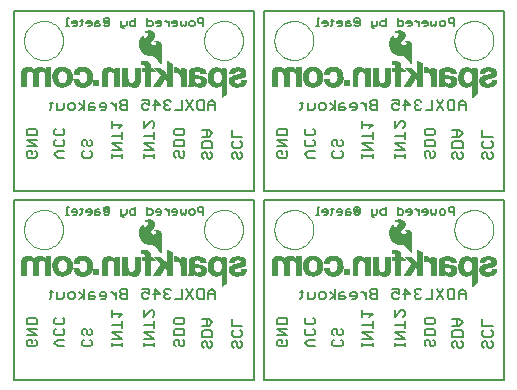
<source format=gbo>
G75*
%MOIN*%
%OFA0B0*%
%FSLAX24Y24*%
%IPPOS*%
%LPD*%
%AMOC8*
5,1,8,0,0,1.08239X$1,22.5*
%
%ADD10C,0.0080*%
%ADD11C,0.0060*%
%ADD12C,0.0050*%
%ADD13C,0.0010*%
%ADD14R,0.0195X0.0191*%
%ADD15C,0.0000*%
D10*
X000330Y000140D02*
X000330Y006140D01*
X008330Y006140D01*
X008330Y000140D01*
X000330Y000140D01*
X000330Y006439D02*
X000330Y012439D01*
X008330Y012439D01*
X008330Y006439D01*
X000330Y006439D01*
X008676Y006439D02*
X008676Y012439D01*
X016676Y012439D01*
X016676Y006439D01*
X008676Y006439D01*
X008676Y006140D02*
X008676Y000140D01*
X016676Y000140D01*
X016676Y006140D01*
X008676Y006140D01*
D11*
X009171Y007540D02*
X009114Y007597D01*
X009114Y007711D01*
X009171Y007767D01*
X009284Y007767D01*
X009284Y007654D01*
X009398Y007767D02*
X009454Y007711D01*
X009454Y007597D01*
X009398Y007540D01*
X009171Y007540D01*
X009114Y007909D02*
X009454Y007909D01*
X009114Y008136D01*
X009454Y008136D01*
X009454Y008277D02*
X009454Y008447D01*
X009398Y008504D01*
X009171Y008504D01*
X009114Y008447D01*
X009114Y008277D01*
X009454Y008277D01*
X010035Y008334D02*
X010035Y008447D01*
X010092Y008504D01*
X010319Y008504D02*
X010375Y008447D01*
X010375Y008334D01*
X010319Y008277D01*
X010092Y008277D01*
X010035Y008334D01*
X010092Y008136D02*
X010035Y008079D01*
X010035Y007966D01*
X010092Y007909D01*
X010319Y007909D01*
X010375Y007966D01*
X010375Y008079D01*
X010319Y008136D01*
X010375Y007767D02*
X010149Y007767D01*
X010035Y007654D01*
X010149Y007540D01*
X010375Y007540D01*
X010956Y007597D02*
X010956Y007711D01*
X011013Y007767D01*
X011013Y007909D02*
X010956Y007966D01*
X010956Y008079D01*
X011013Y008136D01*
X011070Y008136D01*
X011127Y008079D01*
X011127Y007966D01*
X011183Y007909D01*
X011240Y007909D01*
X011297Y007966D01*
X011297Y008079D01*
X011240Y008136D01*
X011240Y007767D02*
X011297Y007711D01*
X011297Y007597D01*
X011240Y007540D01*
X011013Y007540D01*
X010956Y007597D01*
X011956Y007597D02*
X012297Y007597D01*
X012297Y007540D02*
X012297Y007654D01*
X012297Y007786D02*
X011956Y008013D01*
X012297Y008013D01*
X012297Y008154D02*
X012297Y008381D01*
X012297Y008268D02*
X011956Y008268D01*
X011956Y008523D02*
X011956Y008750D01*
X011956Y008636D02*
X012297Y008636D01*
X012183Y008523D01*
X012280Y009122D02*
X012450Y009122D01*
X012450Y009463D01*
X012280Y009463D01*
X012223Y009406D01*
X012223Y009349D01*
X012280Y009293D01*
X012450Y009293D01*
X012280Y009293D02*
X012223Y009236D01*
X012223Y009179D01*
X012280Y009122D01*
X012082Y009122D02*
X012082Y009349D01*
X012082Y009236D02*
X011968Y009349D01*
X011911Y009349D01*
X011775Y009293D02*
X011775Y009179D01*
X011718Y009122D01*
X011605Y009122D01*
X011548Y009236D02*
X011775Y009236D01*
X011775Y009293D02*
X011718Y009349D01*
X011605Y009349D01*
X011548Y009293D01*
X011548Y009236D01*
X011406Y009179D02*
X011350Y009236D01*
X011180Y009236D01*
X011180Y009293D02*
X011180Y009122D01*
X011350Y009122D01*
X011406Y009179D01*
X011350Y009349D02*
X011236Y009349D01*
X011180Y009293D01*
X011038Y009236D02*
X010868Y009349D01*
X010731Y009293D02*
X010731Y009179D01*
X010674Y009122D01*
X010561Y009122D01*
X010504Y009179D01*
X010504Y009293D01*
X010561Y009349D01*
X010674Y009349D01*
X010731Y009293D01*
X010868Y009122D02*
X011038Y009236D01*
X011038Y009122D02*
X011038Y009463D01*
X010363Y009349D02*
X010363Y009179D01*
X010306Y009122D01*
X010136Y009122D01*
X010136Y009349D01*
X009995Y009349D02*
X009881Y009349D01*
X009938Y009406D02*
X009938Y009179D01*
X009881Y009122D01*
X007950Y008238D02*
X007610Y008238D01*
X007610Y008465D01*
X007667Y008096D02*
X007610Y008040D01*
X007610Y007926D01*
X007667Y007869D01*
X007894Y007869D01*
X007950Y007926D01*
X007950Y008040D01*
X007894Y008096D01*
X007894Y007728D02*
X007950Y007671D01*
X007950Y007558D01*
X007894Y007501D01*
X007837Y007501D01*
X007780Y007558D01*
X007780Y007671D01*
X007723Y007728D01*
X007667Y007728D01*
X007610Y007671D01*
X007610Y007558D01*
X007667Y007501D01*
X006950Y007558D02*
X006894Y007501D01*
X006837Y007501D01*
X006780Y007558D01*
X006780Y007671D01*
X006723Y007728D01*
X006667Y007728D01*
X006610Y007671D01*
X006610Y007558D01*
X006667Y007501D01*
X006950Y007558D02*
X006950Y007671D01*
X006894Y007728D01*
X006950Y007869D02*
X006610Y007869D01*
X006610Y008040D01*
X006667Y008096D01*
X006894Y008096D01*
X006950Y008040D01*
X006950Y007869D01*
X006837Y008238D02*
X006610Y008238D01*
X006780Y008238D02*
X006780Y008465D01*
X006837Y008465D02*
X006610Y008465D01*
X006837Y008465D02*
X006950Y008351D01*
X006837Y008238D01*
X006029Y008334D02*
X005972Y008277D01*
X005745Y008277D01*
X005689Y008334D01*
X005689Y008447D01*
X005745Y008504D01*
X005972Y008504D01*
X006029Y008447D01*
X006029Y008334D01*
X005972Y008136D02*
X006029Y008079D01*
X006029Y007909D01*
X005689Y007909D01*
X005689Y008079D01*
X005745Y008136D01*
X005972Y008136D01*
X005972Y007767D02*
X006029Y007711D01*
X006029Y007597D01*
X005972Y007540D01*
X005916Y007540D01*
X005859Y007597D01*
X005859Y007711D01*
X005802Y007767D01*
X005745Y007767D01*
X005689Y007711D01*
X005689Y007597D01*
X005745Y007540D01*
X005029Y007540D02*
X005029Y007654D01*
X005029Y007597D02*
X004689Y007597D01*
X004689Y007540D02*
X004689Y007654D01*
X004689Y007786D02*
X005029Y007786D01*
X004689Y008013D01*
X005029Y008013D01*
X005029Y008154D02*
X005029Y008381D01*
X005029Y008268D02*
X004689Y008268D01*
X004689Y008523D02*
X004916Y008750D01*
X004972Y008750D01*
X005029Y008693D01*
X005029Y008579D01*
X004972Y008523D01*
X004689Y008523D02*
X004689Y008750D01*
X004670Y009122D02*
X004783Y009122D01*
X004840Y009179D01*
X004840Y009293D02*
X004727Y009349D01*
X004670Y009349D01*
X004613Y009293D01*
X004613Y009179D01*
X004670Y009122D01*
X004840Y009293D02*
X004840Y009463D01*
X004613Y009463D01*
X004982Y009293D02*
X005208Y009293D01*
X005038Y009463D01*
X005038Y009122D01*
X005350Y009179D02*
X005407Y009122D01*
X005520Y009122D01*
X005577Y009179D01*
X005718Y009122D02*
X005945Y009122D01*
X005945Y009463D01*
X006087Y009463D02*
X006313Y009122D01*
X006455Y009179D02*
X006455Y009406D01*
X006512Y009463D01*
X006682Y009463D01*
X006682Y009122D01*
X006512Y009122D01*
X006455Y009179D01*
X006313Y009463D02*
X006087Y009122D01*
X005577Y009406D02*
X005520Y009463D01*
X005407Y009463D01*
X005350Y009406D01*
X005350Y009349D01*
X005407Y009293D01*
X005350Y009236D01*
X005350Y009179D01*
X005407Y009293D02*
X005463Y009293D01*
X004103Y009293D02*
X003933Y009293D01*
X003877Y009236D01*
X003877Y009179D01*
X003933Y009122D01*
X004103Y009122D01*
X004103Y009463D01*
X003933Y009463D01*
X003877Y009406D01*
X003877Y009349D01*
X003933Y009293D01*
X003735Y009349D02*
X003735Y009122D01*
X003735Y009236D02*
X003622Y009349D01*
X003565Y009349D01*
X003428Y009293D02*
X003428Y009179D01*
X003372Y009122D01*
X003258Y009122D01*
X003201Y009236D02*
X003201Y009293D01*
X003258Y009349D01*
X003372Y009349D01*
X003428Y009293D01*
X003428Y009236D02*
X003201Y009236D01*
X003060Y009179D02*
X003003Y009236D01*
X002833Y009236D01*
X002833Y009293D02*
X002833Y009122D01*
X003003Y009122D01*
X003060Y009179D01*
X003003Y009349D02*
X002890Y009349D01*
X002833Y009293D01*
X002692Y009236D02*
X002521Y009349D01*
X002385Y009293D02*
X002385Y009179D01*
X002328Y009122D01*
X002215Y009122D01*
X002158Y009179D01*
X002158Y009293D01*
X002215Y009349D01*
X002328Y009349D01*
X002385Y009293D01*
X002521Y009122D02*
X002692Y009236D01*
X002692Y009122D02*
X002692Y009463D01*
X002016Y009349D02*
X002016Y009179D01*
X001960Y009122D01*
X001790Y009122D01*
X001790Y009349D01*
X001648Y009349D02*
X001535Y009349D01*
X001591Y009406D02*
X001591Y009179D01*
X001535Y009122D01*
X001745Y008504D02*
X001689Y008447D01*
X001689Y008334D01*
X001745Y008277D01*
X001972Y008277D01*
X002029Y008334D01*
X002029Y008447D01*
X001972Y008504D01*
X001972Y008136D02*
X002029Y008079D01*
X002029Y007966D01*
X001972Y007909D01*
X001745Y007909D01*
X001689Y007966D01*
X001689Y008079D01*
X001745Y008136D01*
X001802Y007767D02*
X002029Y007767D01*
X001802Y007767D02*
X001689Y007654D01*
X001802Y007540D01*
X002029Y007540D01*
X002610Y007597D02*
X002610Y007711D01*
X002667Y007767D01*
X002667Y007909D02*
X002610Y007966D01*
X002610Y008079D01*
X002667Y008136D01*
X002723Y008136D01*
X002780Y008079D01*
X002780Y007966D01*
X002837Y007909D01*
X002894Y007909D01*
X002950Y007966D01*
X002950Y008079D01*
X002894Y008136D01*
X002894Y007767D02*
X002950Y007711D01*
X002950Y007597D01*
X002894Y007540D01*
X002667Y007540D01*
X002610Y007597D01*
X003610Y007597D02*
X003950Y007597D01*
X003950Y007540D02*
X003950Y007654D01*
X003950Y007786D02*
X003610Y008013D01*
X003950Y008013D01*
X003950Y008154D02*
X003950Y008381D01*
X003950Y008268D02*
X003610Y008268D01*
X003610Y008523D02*
X003610Y008750D01*
X003610Y008636D02*
X003950Y008636D01*
X003837Y008523D01*
X003950Y007786D02*
X003610Y007786D01*
X003610Y007654D02*
X003610Y007540D01*
X001108Y007597D02*
X001051Y007540D01*
X000824Y007540D01*
X000767Y007597D01*
X000767Y007711D01*
X000824Y007767D01*
X000938Y007767D01*
X000938Y007654D01*
X001051Y007767D02*
X001108Y007711D01*
X001108Y007597D01*
X001108Y007909D02*
X000767Y007909D01*
X000767Y008136D02*
X001108Y008136D01*
X001108Y008277D02*
X001108Y008447D01*
X001051Y008504D01*
X000824Y008504D01*
X000767Y008447D01*
X000767Y008277D01*
X001108Y008277D01*
X001108Y007909D02*
X000767Y008136D01*
X006823Y009122D02*
X006823Y009349D01*
X006937Y009463D01*
X007050Y009349D01*
X007050Y009122D01*
X007050Y009293D02*
X006823Y009293D01*
X011956Y007786D02*
X012297Y007786D01*
X011956Y007654D02*
X011956Y007540D01*
X013035Y007540D02*
X013035Y007654D01*
X013035Y007597D02*
X013375Y007597D01*
X013375Y007540D02*
X013375Y007654D01*
X013375Y007786D02*
X013035Y008013D01*
X013375Y008013D01*
X013375Y008154D02*
X013375Y008381D01*
X013375Y008268D02*
X013035Y008268D01*
X013035Y008523D02*
X013262Y008750D01*
X013319Y008750D01*
X013375Y008693D01*
X013375Y008579D01*
X013319Y008523D01*
X013035Y008523D02*
X013035Y008750D01*
X013016Y009122D02*
X013130Y009122D01*
X013187Y009179D01*
X013187Y009293D02*
X013073Y009349D01*
X013016Y009349D01*
X012960Y009293D01*
X012960Y009179D01*
X013016Y009122D01*
X013187Y009293D02*
X013187Y009463D01*
X012960Y009463D01*
X013328Y009293D02*
X013555Y009293D01*
X013385Y009463D01*
X013385Y009122D01*
X013696Y009179D02*
X013753Y009122D01*
X013866Y009122D01*
X013923Y009179D01*
X014065Y009122D02*
X014292Y009122D01*
X014292Y009463D01*
X014433Y009463D02*
X014660Y009122D01*
X014801Y009179D02*
X014801Y009406D01*
X014858Y009463D01*
X015028Y009463D01*
X015028Y009122D01*
X014858Y009122D01*
X014801Y009179D01*
X014660Y009463D02*
X014433Y009122D01*
X013923Y009406D02*
X013866Y009463D01*
X013753Y009463D01*
X013696Y009406D01*
X013696Y009349D01*
X013753Y009293D01*
X013696Y009236D01*
X013696Y009179D01*
X013753Y009293D02*
X013810Y009293D01*
X014092Y008504D02*
X014319Y008504D01*
X014375Y008447D01*
X014375Y008334D01*
X014319Y008277D01*
X014092Y008277D01*
X014035Y008334D01*
X014035Y008447D01*
X014092Y008504D01*
X014092Y008136D02*
X014319Y008136D01*
X014375Y008079D01*
X014375Y007909D01*
X014035Y007909D01*
X014035Y008079D01*
X014092Y008136D01*
X014092Y007767D02*
X014035Y007711D01*
X014035Y007597D01*
X014092Y007540D01*
X014205Y007597D02*
X014205Y007711D01*
X014149Y007767D01*
X014092Y007767D01*
X014319Y007767D02*
X014375Y007711D01*
X014375Y007597D01*
X014319Y007540D01*
X014262Y007540D01*
X014205Y007597D01*
X013375Y007786D02*
X013035Y007786D01*
X014956Y007869D02*
X014956Y008040D01*
X015013Y008096D01*
X015240Y008096D01*
X015297Y008040D01*
X015297Y007869D01*
X014956Y007869D01*
X015013Y007728D02*
X014956Y007671D01*
X014956Y007558D01*
X015013Y007501D01*
X015127Y007558D02*
X015127Y007671D01*
X015070Y007728D01*
X015013Y007728D01*
X015127Y007558D02*
X015183Y007501D01*
X015240Y007501D01*
X015297Y007558D01*
X015297Y007671D01*
X015240Y007728D01*
X015183Y008238D02*
X014956Y008238D01*
X015127Y008238D02*
X015127Y008465D01*
X015183Y008465D02*
X014956Y008465D01*
X015183Y008465D02*
X015297Y008351D01*
X015183Y008238D01*
X015956Y008238D02*
X015956Y008465D01*
X015956Y008238D02*
X016297Y008238D01*
X016240Y008096D02*
X016297Y008040D01*
X016297Y007926D01*
X016240Y007869D01*
X016013Y007869D01*
X015956Y007926D01*
X015956Y008040D01*
X016013Y008096D01*
X016013Y007728D02*
X015956Y007671D01*
X015956Y007558D01*
X016013Y007501D01*
X016127Y007558D02*
X016127Y007671D01*
X016070Y007728D01*
X016013Y007728D01*
X016240Y007728D02*
X016297Y007671D01*
X016297Y007558D01*
X016240Y007501D01*
X016183Y007501D01*
X016127Y007558D01*
X015396Y009122D02*
X015396Y009349D01*
X015283Y009463D01*
X015170Y009349D01*
X015170Y009122D01*
X015170Y009293D02*
X015396Y009293D01*
X015283Y003163D02*
X015170Y003050D01*
X015170Y002823D01*
X015028Y002823D02*
X014858Y002823D01*
X014801Y002880D01*
X014801Y003107D01*
X014858Y003163D01*
X015028Y003163D01*
X015028Y002823D01*
X015170Y002993D02*
X015396Y002993D01*
X015396Y003050D02*
X015396Y002823D01*
X015396Y003050D02*
X015283Y003163D01*
X014660Y003163D02*
X014433Y002823D01*
X014292Y002823D02*
X014065Y002823D01*
X013923Y002880D02*
X013866Y002823D01*
X013753Y002823D01*
X013696Y002880D01*
X013696Y002937D01*
X013753Y002993D01*
X013810Y002993D01*
X013753Y002993D02*
X013696Y003050D01*
X013696Y003107D01*
X013753Y003163D01*
X013866Y003163D01*
X013923Y003107D01*
X014292Y003163D02*
X014292Y002823D01*
X014433Y003163D02*
X014660Y002823D01*
X014319Y002205D02*
X014092Y002205D01*
X014035Y002148D01*
X014035Y002035D01*
X014092Y001978D01*
X014319Y001978D01*
X014375Y002035D01*
X014375Y002148D01*
X014319Y002205D01*
X014319Y001836D02*
X014092Y001836D01*
X014035Y001780D01*
X014035Y001610D01*
X014375Y001610D01*
X014375Y001780D01*
X014319Y001836D01*
X014319Y001468D02*
X014375Y001411D01*
X014375Y001298D01*
X014319Y001241D01*
X014262Y001241D01*
X014205Y001298D01*
X014205Y001411D01*
X014149Y001468D01*
X014092Y001468D01*
X014035Y001411D01*
X014035Y001298D01*
X014092Y001241D01*
X013375Y001241D02*
X013375Y001355D01*
X013375Y001298D02*
X013035Y001298D01*
X013035Y001241D02*
X013035Y001355D01*
X013035Y001487D02*
X013375Y001487D01*
X013035Y001714D01*
X013375Y001714D01*
X013375Y001855D02*
X013375Y002082D01*
X013375Y001969D02*
X013035Y001969D01*
X013035Y002223D02*
X013262Y002450D01*
X013319Y002450D01*
X013375Y002394D01*
X013375Y002280D01*
X013319Y002223D01*
X013035Y002223D02*
X013035Y002450D01*
X013016Y002823D02*
X013130Y002823D01*
X013187Y002880D01*
X013187Y002993D02*
X013073Y003050D01*
X013016Y003050D01*
X012960Y002993D01*
X012960Y002880D01*
X013016Y002823D01*
X013187Y002993D02*
X013187Y003163D01*
X012960Y003163D01*
X013328Y002993D02*
X013555Y002993D01*
X013385Y003163D01*
X013385Y002823D01*
X012450Y002823D02*
X012280Y002823D01*
X012223Y002880D01*
X012223Y002937D01*
X012280Y002993D01*
X012450Y002993D01*
X012450Y002823D02*
X012450Y003163D01*
X012280Y003163D01*
X012223Y003107D01*
X012223Y003050D01*
X012280Y002993D01*
X012082Y002937D02*
X011968Y003050D01*
X011911Y003050D01*
X011775Y002993D02*
X011718Y003050D01*
X011605Y003050D01*
X011548Y002993D01*
X011548Y002937D01*
X011775Y002937D01*
X011775Y002993D02*
X011775Y002880D01*
X011718Y002823D01*
X011605Y002823D01*
X011406Y002880D02*
X011350Y002937D01*
X011180Y002937D01*
X011180Y002993D02*
X011180Y002823D01*
X011350Y002823D01*
X011406Y002880D01*
X011236Y003050D02*
X011180Y002993D01*
X011236Y003050D02*
X011350Y003050D01*
X011038Y002937D02*
X010868Y003050D01*
X010731Y002993D02*
X010731Y002880D01*
X010674Y002823D01*
X010561Y002823D01*
X010504Y002880D01*
X010504Y002993D01*
X010561Y003050D01*
X010674Y003050D01*
X010731Y002993D01*
X010868Y002823D02*
X011038Y002937D01*
X011038Y002823D02*
X011038Y003163D01*
X010363Y003050D02*
X010363Y002880D01*
X010306Y002823D01*
X010136Y002823D01*
X010136Y003050D01*
X009995Y003050D02*
X009881Y003050D01*
X009938Y003107D02*
X009938Y002880D01*
X009881Y002823D01*
X010092Y002205D02*
X010035Y002148D01*
X010035Y002035D01*
X010092Y001978D01*
X010319Y001978D01*
X010375Y002035D01*
X010375Y002148D01*
X010319Y002205D01*
X010319Y001836D02*
X010375Y001780D01*
X010375Y001666D01*
X010319Y001610D01*
X010092Y001610D01*
X010035Y001666D01*
X010035Y001780D01*
X010092Y001836D01*
X010149Y001468D02*
X010375Y001468D01*
X010149Y001468D02*
X010035Y001355D01*
X010149Y001241D01*
X010375Y001241D01*
X010956Y001298D02*
X010956Y001411D01*
X011013Y001468D01*
X011013Y001610D02*
X010956Y001666D01*
X010956Y001780D01*
X011013Y001836D01*
X011070Y001836D01*
X011127Y001780D01*
X011127Y001666D01*
X011183Y001610D01*
X011240Y001610D01*
X011297Y001666D01*
X011297Y001780D01*
X011240Y001836D01*
X011240Y001468D02*
X011297Y001411D01*
X011297Y001298D01*
X011240Y001241D01*
X011013Y001241D01*
X010956Y001298D01*
X011956Y001298D02*
X012297Y001298D01*
X012297Y001241D02*
X012297Y001355D01*
X012297Y001487D02*
X011956Y001714D01*
X012297Y001714D01*
X012297Y001855D02*
X012297Y002082D01*
X012297Y001969D02*
X011956Y001969D01*
X011956Y002223D02*
X011956Y002450D01*
X011956Y002337D02*
X012297Y002337D01*
X012183Y002223D01*
X012082Y002823D02*
X012082Y003050D01*
X011956Y001487D02*
X012297Y001487D01*
X011956Y001355D02*
X011956Y001241D01*
X009454Y001298D02*
X009398Y001241D01*
X009171Y001241D01*
X009114Y001298D01*
X009114Y001411D01*
X009171Y001468D01*
X009284Y001468D01*
X009284Y001355D01*
X009398Y001468D02*
X009454Y001411D01*
X009454Y001298D01*
X009454Y001610D02*
X009114Y001610D01*
X009114Y001836D02*
X009454Y001836D01*
X009454Y001978D02*
X009454Y002148D01*
X009398Y002205D01*
X009171Y002205D01*
X009114Y002148D01*
X009114Y001978D01*
X009454Y001978D01*
X009454Y001610D02*
X009114Y001836D01*
X007950Y001740D02*
X007950Y001627D01*
X007894Y001570D01*
X007667Y001570D01*
X007610Y001627D01*
X007610Y001740D01*
X007667Y001797D01*
X007610Y001939D02*
X007610Y002165D01*
X007610Y001939D02*
X007950Y001939D01*
X007894Y001797D02*
X007950Y001740D01*
X007894Y001429D02*
X007950Y001372D01*
X007950Y001259D01*
X007894Y001202D01*
X007837Y001202D01*
X007780Y001259D01*
X007780Y001372D01*
X007723Y001429D01*
X007667Y001429D01*
X007610Y001372D01*
X007610Y001259D01*
X007667Y001202D01*
X006950Y001259D02*
X006894Y001202D01*
X006837Y001202D01*
X006780Y001259D01*
X006780Y001372D01*
X006723Y001429D01*
X006667Y001429D01*
X006610Y001372D01*
X006610Y001259D01*
X006667Y001202D01*
X006950Y001259D02*
X006950Y001372D01*
X006894Y001429D01*
X006950Y001570D02*
X006610Y001570D01*
X006610Y001740D01*
X006667Y001797D01*
X006894Y001797D01*
X006950Y001740D01*
X006950Y001570D01*
X006837Y001939D02*
X006610Y001939D01*
X006780Y001939D02*
X006780Y002165D01*
X006837Y002165D02*
X006610Y002165D01*
X006837Y002165D02*
X006950Y002052D01*
X006837Y001939D01*
X006029Y002035D02*
X005972Y001978D01*
X005745Y001978D01*
X005689Y002035D01*
X005689Y002148D01*
X005745Y002205D01*
X005972Y002205D01*
X006029Y002148D01*
X006029Y002035D01*
X005972Y001836D02*
X005745Y001836D01*
X005689Y001780D01*
X005689Y001610D01*
X006029Y001610D01*
X006029Y001780D01*
X005972Y001836D01*
X005972Y001468D02*
X006029Y001411D01*
X006029Y001298D01*
X005972Y001241D01*
X005916Y001241D01*
X005859Y001298D01*
X005859Y001411D01*
X005802Y001468D01*
X005745Y001468D01*
X005689Y001411D01*
X005689Y001298D01*
X005745Y001241D01*
X005029Y001241D02*
X005029Y001355D01*
X005029Y001298D02*
X004689Y001298D01*
X004689Y001241D02*
X004689Y001355D01*
X004689Y001487D02*
X005029Y001487D01*
X004689Y001714D01*
X005029Y001714D01*
X005029Y001855D02*
X005029Y002082D01*
X005029Y001969D02*
X004689Y001969D01*
X004689Y002223D02*
X004916Y002450D01*
X004972Y002450D01*
X005029Y002394D01*
X005029Y002280D01*
X004972Y002223D01*
X004689Y002223D02*
X004689Y002450D01*
X004670Y002823D02*
X004783Y002823D01*
X004840Y002880D01*
X004840Y002993D02*
X004727Y003050D01*
X004670Y003050D01*
X004613Y002993D01*
X004613Y002880D01*
X004670Y002823D01*
X004840Y002993D02*
X004840Y003163D01*
X004613Y003163D01*
X004982Y002993D02*
X005208Y002993D01*
X005038Y003163D01*
X005038Y002823D01*
X005350Y002880D02*
X005407Y002823D01*
X005520Y002823D01*
X005577Y002880D01*
X005718Y002823D02*
X005945Y002823D01*
X005945Y003163D01*
X006087Y003163D02*
X006313Y002823D01*
X006455Y002880D02*
X006455Y003107D01*
X006512Y003163D01*
X006682Y003163D01*
X006682Y002823D01*
X006512Y002823D01*
X006455Y002880D01*
X006313Y003163D02*
X006087Y002823D01*
X005577Y003107D02*
X005520Y003163D01*
X005407Y003163D01*
X005350Y003107D01*
X005350Y003050D01*
X005407Y002993D01*
X005350Y002937D01*
X005350Y002880D01*
X005407Y002993D02*
X005463Y002993D01*
X004103Y002993D02*
X003933Y002993D01*
X003877Y002937D01*
X003877Y002880D01*
X003933Y002823D01*
X004103Y002823D01*
X004103Y003163D01*
X003933Y003163D01*
X003877Y003107D01*
X003877Y003050D01*
X003933Y002993D01*
X003735Y002937D02*
X003622Y003050D01*
X003565Y003050D01*
X003428Y002993D02*
X003372Y003050D01*
X003258Y003050D01*
X003201Y002993D01*
X003201Y002937D01*
X003428Y002937D01*
X003428Y002993D02*
X003428Y002880D01*
X003372Y002823D01*
X003258Y002823D01*
X003060Y002880D02*
X003003Y002937D01*
X002833Y002937D01*
X002833Y002993D02*
X002833Y002823D01*
X003003Y002823D01*
X003060Y002880D01*
X003003Y003050D02*
X002890Y003050D01*
X002833Y002993D01*
X002692Y002937D02*
X002521Y003050D01*
X002385Y002993D02*
X002385Y002880D01*
X002328Y002823D01*
X002215Y002823D01*
X002158Y002880D01*
X002158Y002993D01*
X002215Y003050D01*
X002328Y003050D01*
X002385Y002993D01*
X002521Y002823D02*
X002692Y002937D01*
X002692Y002823D02*
X002692Y003163D01*
X002016Y003050D02*
X002016Y002880D01*
X001960Y002823D01*
X001790Y002823D01*
X001790Y003050D01*
X001648Y003050D02*
X001535Y003050D01*
X001591Y003107D02*
X001591Y002880D01*
X001535Y002823D01*
X001745Y002205D02*
X001689Y002148D01*
X001689Y002035D01*
X001745Y001978D01*
X001972Y001978D01*
X002029Y002035D01*
X002029Y002148D01*
X001972Y002205D01*
X001972Y001836D02*
X002029Y001780D01*
X002029Y001666D01*
X001972Y001610D01*
X001745Y001610D01*
X001689Y001666D01*
X001689Y001780D01*
X001745Y001836D01*
X001802Y001468D02*
X002029Y001468D01*
X001802Y001468D02*
X001689Y001355D01*
X001802Y001241D01*
X002029Y001241D01*
X002610Y001298D02*
X002667Y001241D01*
X002894Y001241D01*
X002950Y001298D01*
X002950Y001411D01*
X002894Y001468D01*
X002894Y001610D02*
X002837Y001610D01*
X002780Y001666D01*
X002780Y001780D01*
X002723Y001836D01*
X002667Y001836D01*
X002610Y001780D01*
X002610Y001666D01*
X002667Y001610D01*
X002667Y001468D02*
X002610Y001411D01*
X002610Y001298D01*
X002894Y001610D02*
X002950Y001666D01*
X002950Y001780D01*
X002894Y001836D01*
X003610Y001714D02*
X003950Y001714D01*
X003950Y001855D02*
X003950Y002082D01*
X003950Y001969D02*
X003610Y001969D01*
X003610Y002223D02*
X003610Y002450D01*
X003610Y002337D02*
X003950Y002337D01*
X003837Y002223D01*
X003610Y001714D02*
X003950Y001487D01*
X003610Y001487D01*
X003610Y001355D02*
X003610Y001241D01*
X003610Y001298D02*
X003950Y001298D01*
X003950Y001241D02*
X003950Y001355D01*
X003735Y002823D02*
X003735Y003050D01*
X001108Y002148D02*
X001108Y001978D01*
X000767Y001978D01*
X000767Y002148D01*
X000824Y002205D01*
X001051Y002205D01*
X001108Y002148D01*
X001108Y001836D02*
X000767Y001836D01*
X001108Y001610D01*
X000767Y001610D01*
X000824Y001468D02*
X000938Y001468D01*
X000938Y001355D01*
X001051Y001468D02*
X001108Y001411D01*
X001108Y001298D01*
X001051Y001241D01*
X000824Y001241D01*
X000767Y001298D01*
X000767Y001411D01*
X000824Y001468D01*
X006823Y002823D02*
X006823Y003050D01*
X006937Y003163D01*
X007050Y003050D01*
X007050Y002823D01*
X007050Y002993D02*
X006823Y002993D01*
X014956Y002165D02*
X015183Y002165D01*
X015297Y002052D01*
X015183Y001939D01*
X014956Y001939D01*
X015013Y001797D02*
X015240Y001797D01*
X015297Y001740D01*
X015297Y001570D01*
X014956Y001570D01*
X014956Y001740D01*
X015013Y001797D01*
X015127Y001939D02*
X015127Y002165D01*
X015956Y002165D02*
X015956Y001939D01*
X016297Y001939D01*
X016240Y001797D02*
X016297Y001740D01*
X016297Y001627D01*
X016240Y001570D01*
X016013Y001570D01*
X015956Y001627D01*
X015956Y001740D01*
X016013Y001797D01*
X016013Y001429D02*
X015956Y001372D01*
X015956Y001259D01*
X016013Y001202D01*
X016127Y001259D02*
X016127Y001372D01*
X016070Y001429D01*
X016013Y001429D01*
X016240Y001429D02*
X016297Y001372D01*
X016297Y001259D01*
X016240Y001202D01*
X016183Y001202D01*
X016127Y001259D01*
X015297Y001259D02*
X015240Y001202D01*
X015183Y001202D01*
X015127Y001259D01*
X015127Y001372D01*
X015070Y001429D01*
X015013Y001429D01*
X014956Y001372D01*
X014956Y001259D01*
X015013Y001202D01*
X015297Y001259D02*
X015297Y001372D01*
X015240Y001429D01*
D12*
X012357Y005542D02*
X012313Y005542D01*
X012269Y005586D01*
X012269Y005807D01*
X012446Y005807D02*
X012446Y005674D01*
X012401Y005630D01*
X012269Y005630D01*
X012559Y005674D02*
X012559Y005763D01*
X012603Y005807D01*
X012736Y005807D01*
X012736Y005895D02*
X012736Y005630D01*
X012603Y005630D01*
X012559Y005674D01*
X013139Y005630D02*
X013271Y005630D01*
X013316Y005674D01*
X013316Y005763D01*
X013271Y005807D01*
X013139Y005807D01*
X013139Y005895D02*
X013139Y005630D01*
X013429Y005718D02*
X013606Y005718D01*
X013606Y005674D02*
X013606Y005763D01*
X013561Y005807D01*
X013473Y005807D01*
X013429Y005763D01*
X013429Y005718D01*
X013473Y005630D02*
X013561Y005630D01*
X013606Y005674D01*
X013715Y005807D02*
X013759Y005807D01*
X013847Y005718D01*
X013847Y005630D02*
X013847Y005807D01*
X013961Y005763D02*
X013961Y005718D01*
X014137Y005718D01*
X014137Y005674D02*
X014137Y005763D01*
X014093Y005807D01*
X014005Y005807D01*
X013961Y005763D01*
X014005Y005630D02*
X014093Y005630D01*
X014137Y005674D01*
X014251Y005674D02*
X014251Y005807D01*
X014251Y005674D02*
X014295Y005630D01*
X014339Y005674D01*
X014383Y005630D01*
X014427Y005674D01*
X014427Y005807D01*
X014541Y005763D02*
X014585Y005807D01*
X014673Y005807D01*
X014717Y005763D01*
X014717Y005674D01*
X014673Y005630D01*
X014585Y005630D01*
X014541Y005674D01*
X014541Y005763D01*
X014831Y005763D02*
X014875Y005718D01*
X015007Y005718D01*
X015007Y005630D02*
X015007Y005895D01*
X014875Y005895D01*
X014831Y005851D01*
X014831Y005763D01*
X011866Y005674D02*
X011866Y005851D01*
X011821Y005895D01*
X011733Y005895D01*
X011689Y005851D01*
X011689Y005763D01*
X011733Y005718D01*
X011733Y005807D01*
X011821Y005807D01*
X011821Y005718D01*
X011733Y005718D01*
X011689Y005674D02*
X011733Y005630D01*
X011821Y005630D01*
X011866Y005674D01*
X011576Y005674D02*
X011531Y005718D01*
X011399Y005718D01*
X011399Y005763D02*
X011399Y005630D01*
X011531Y005630D01*
X011576Y005674D01*
X011531Y005807D02*
X011443Y005807D01*
X011399Y005763D01*
X011286Y005763D02*
X011286Y005674D01*
X011241Y005630D01*
X011153Y005630D01*
X011109Y005718D02*
X011286Y005718D01*
X011286Y005763D02*
X011241Y005807D01*
X011153Y005807D01*
X011109Y005763D01*
X011109Y005718D01*
X010996Y005807D02*
X010907Y005807D01*
X010951Y005851D02*
X010951Y005674D01*
X010907Y005630D01*
X010802Y005674D02*
X010802Y005763D01*
X010758Y005807D01*
X010670Y005807D01*
X010625Y005763D01*
X010625Y005718D01*
X010802Y005718D01*
X010802Y005674D02*
X010758Y005630D01*
X010670Y005630D01*
X010512Y005630D02*
X010424Y005630D01*
X010468Y005630D02*
X010468Y005895D01*
X010512Y005895D01*
X006661Y005895D02*
X006661Y005630D01*
X006661Y005718D02*
X006528Y005718D01*
X006484Y005763D01*
X006484Y005851D01*
X006528Y005895D01*
X006661Y005895D01*
X006371Y005763D02*
X006371Y005674D01*
X006327Y005630D01*
X006238Y005630D01*
X006194Y005674D01*
X006194Y005763D01*
X006238Y005807D01*
X006327Y005807D01*
X006371Y005763D01*
X006081Y005807D02*
X006081Y005674D01*
X006037Y005630D01*
X005992Y005674D01*
X005948Y005630D01*
X005904Y005674D01*
X005904Y005807D01*
X005791Y005763D02*
X005747Y005807D01*
X005658Y005807D01*
X005614Y005763D01*
X005614Y005718D01*
X005791Y005718D01*
X005791Y005674D02*
X005791Y005763D01*
X005791Y005674D02*
X005747Y005630D01*
X005658Y005630D01*
X005501Y005630D02*
X005501Y005807D01*
X005501Y005718D02*
X005412Y005807D01*
X005368Y005807D01*
X005259Y005763D02*
X005215Y005807D01*
X005127Y005807D01*
X005082Y005763D01*
X005082Y005718D01*
X005259Y005718D01*
X005259Y005674D02*
X005259Y005763D01*
X005259Y005674D02*
X005215Y005630D01*
X005127Y005630D01*
X004969Y005674D02*
X004969Y005763D01*
X004925Y005807D01*
X004792Y005807D01*
X004792Y005895D02*
X004792Y005630D01*
X004925Y005630D01*
X004969Y005674D01*
X004389Y005630D02*
X004257Y005630D01*
X004212Y005674D01*
X004212Y005763D01*
X004257Y005807D01*
X004389Y005807D01*
X004389Y005895D02*
X004389Y005630D01*
X004099Y005674D02*
X004099Y005807D01*
X004099Y005674D02*
X004055Y005630D01*
X003922Y005630D01*
X003922Y005586D02*
X003967Y005542D01*
X004011Y005542D01*
X003922Y005586D02*
X003922Y005807D01*
X003519Y005851D02*
X003519Y005674D01*
X003475Y005630D01*
X003387Y005630D01*
X003342Y005674D01*
X003387Y005718D02*
X003342Y005763D01*
X003342Y005851D01*
X003387Y005895D01*
X003475Y005895D01*
X003519Y005851D01*
X003475Y005807D02*
X003387Y005807D01*
X003387Y005718D01*
X003475Y005718D01*
X003475Y005807D01*
X003229Y005674D02*
X003185Y005718D01*
X003052Y005718D01*
X003052Y005763D02*
X003052Y005630D01*
X003185Y005630D01*
X003229Y005674D01*
X003185Y005807D02*
X003097Y005807D01*
X003052Y005763D01*
X002939Y005763D02*
X002939Y005674D01*
X002895Y005630D01*
X002807Y005630D01*
X002762Y005718D02*
X002939Y005718D01*
X002939Y005763D02*
X002895Y005807D01*
X002807Y005807D01*
X002762Y005763D01*
X002762Y005718D01*
X002649Y005807D02*
X002561Y005807D01*
X002605Y005851D02*
X002605Y005674D01*
X002561Y005630D01*
X002456Y005674D02*
X002456Y005763D01*
X002412Y005807D01*
X002323Y005807D01*
X002279Y005763D01*
X002279Y005718D01*
X002456Y005718D01*
X002456Y005674D02*
X002412Y005630D01*
X002323Y005630D01*
X002166Y005630D02*
X002077Y005630D01*
X002122Y005630D02*
X002122Y005895D01*
X002166Y005895D01*
X003967Y011841D02*
X004011Y011841D01*
X003967Y011841D02*
X003922Y011885D01*
X003922Y012106D01*
X003922Y011929D02*
X004055Y011929D01*
X004099Y011973D01*
X004099Y012106D01*
X004212Y012062D02*
X004257Y012106D01*
X004389Y012106D01*
X004389Y012194D02*
X004389Y011929D01*
X004257Y011929D01*
X004212Y011973D01*
X004212Y012062D01*
X004792Y012106D02*
X004925Y012106D01*
X004969Y012062D01*
X004969Y011973D01*
X004925Y011929D01*
X004792Y011929D01*
X004792Y012194D01*
X005082Y012062D02*
X005082Y012018D01*
X005259Y012018D01*
X005259Y012062D02*
X005259Y011973D01*
X005215Y011929D01*
X005127Y011929D01*
X005082Y012062D02*
X005127Y012106D01*
X005215Y012106D01*
X005259Y012062D01*
X005368Y012106D02*
X005412Y012106D01*
X005501Y012018D01*
X005501Y012106D02*
X005501Y011929D01*
X005614Y012018D02*
X005614Y012062D01*
X005658Y012106D01*
X005747Y012106D01*
X005791Y012062D01*
X005791Y011973D01*
X005747Y011929D01*
X005658Y011929D01*
X005614Y012018D02*
X005791Y012018D01*
X005904Y011973D02*
X005904Y012106D01*
X005904Y011973D02*
X005948Y011929D01*
X005992Y011973D01*
X006037Y011929D01*
X006081Y011973D01*
X006081Y012106D01*
X006194Y012062D02*
X006194Y011973D01*
X006238Y011929D01*
X006327Y011929D01*
X006371Y011973D01*
X006371Y012062D01*
X006327Y012106D01*
X006238Y012106D01*
X006194Y012062D01*
X006484Y012062D02*
X006528Y012018D01*
X006661Y012018D01*
X006661Y011929D02*
X006661Y012194D01*
X006528Y012194D01*
X006484Y012150D01*
X006484Y012062D01*
X003519Y011973D02*
X003519Y012150D01*
X003475Y012194D01*
X003387Y012194D01*
X003342Y012150D01*
X003342Y012062D01*
X003387Y012018D01*
X003387Y012106D01*
X003475Y012106D01*
X003475Y012018D01*
X003387Y012018D01*
X003342Y011973D02*
X003387Y011929D01*
X003475Y011929D01*
X003519Y011973D01*
X003229Y011973D02*
X003185Y012018D01*
X003052Y012018D01*
X003052Y012062D02*
X003052Y011929D01*
X003185Y011929D01*
X003229Y011973D01*
X003185Y012106D02*
X003097Y012106D01*
X003052Y012062D01*
X002939Y012062D02*
X002939Y011973D01*
X002895Y011929D01*
X002807Y011929D01*
X002762Y012018D02*
X002939Y012018D01*
X002939Y012062D02*
X002895Y012106D01*
X002807Y012106D01*
X002762Y012062D01*
X002762Y012018D01*
X002649Y012106D02*
X002561Y012106D01*
X002605Y012150D02*
X002605Y011973D01*
X002561Y011929D01*
X002456Y011973D02*
X002456Y012062D01*
X002412Y012106D01*
X002323Y012106D01*
X002279Y012062D01*
X002279Y012018D01*
X002456Y012018D01*
X002456Y011973D02*
X002412Y011929D01*
X002323Y011929D01*
X002166Y011929D02*
X002077Y011929D01*
X002122Y011929D02*
X002122Y012194D01*
X002166Y012194D01*
X010424Y011929D02*
X010512Y011929D01*
X010468Y011929D02*
X010468Y012194D01*
X010512Y012194D01*
X010625Y012062D02*
X010625Y012018D01*
X010802Y012018D01*
X010802Y012062D02*
X010802Y011973D01*
X010758Y011929D01*
X010670Y011929D01*
X010625Y012062D02*
X010670Y012106D01*
X010758Y012106D01*
X010802Y012062D01*
X010907Y012106D02*
X010996Y012106D01*
X010951Y012150D02*
X010951Y011973D01*
X010907Y011929D01*
X011109Y012018D02*
X011109Y012062D01*
X011153Y012106D01*
X011241Y012106D01*
X011286Y012062D01*
X011286Y011973D01*
X011241Y011929D01*
X011153Y011929D01*
X011109Y012018D02*
X011286Y012018D01*
X011399Y012018D02*
X011531Y012018D01*
X011576Y011973D01*
X011531Y011929D01*
X011399Y011929D01*
X011399Y012062D01*
X011443Y012106D01*
X011531Y012106D01*
X011689Y012150D02*
X011733Y012194D01*
X011821Y012194D01*
X011866Y012150D01*
X011866Y011973D01*
X011821Y011929D01*
X011733Y011929D01*
X011689Y011973D01*
X011733Y012018D02*
X011733Y012106D01*
X011821Y012106D01*
X011821Y012018D01*
X011733Y012018D01*
X011689Y012062D01*
X011689Y012150D01*
X012269Y012106D02*
X012269Y011885D01*
X012313Y011841D01*
X012357Y011841D01*
X012401Y011929D02*
X012269Y011929D01*
X012401Y011929D02*
X012446Y011973D01*
X012446Y012106D01*
X012559Y012062D02*
X012559Y011973D01*
X012603Y011929D01*
X012736Y011929D01*
X012736Y012194D01*
X012736Y012106D02*
X012603Y012106D01*
X012559Y012062D01*
X013139Y012106D02*
X013271Y012106D01*
X013316Y012062D01*
X013316Y011973D01*
X013271Y011929D01*
X013139Y011929D01*
X013139Y012194D01*
X013429Y012062D02*
X013429Y012018D01*
X013606Y012018D01*
X013606Y012062D02*
X013606Y011973D01*
X013561Y011929D01*
X013473Y011929D01*
X013429Y012062D02*
X013473Y012106D01*
X013561Y012106D01*
X013606Y012062D01*
X013715Y012106D02*
X013759Y012106D01*
X013847Y012018D01*
X013847Y012106D02*
X013847Y011929D01*
X013961Y012018D02*
X013961Y012062D01*
X014005Y012106D01*
X014093Y012106D01*
X014137Y012062D01*
X014137Y011973D01*
X014093Y011929D01*
X014005Y011929D01*
X013961Y012018D02*
X014137Y012018D01*
X014251Y011973D02*
X014251Y012106D01*
X014251Y011973D02*
X014295Y011929D01*
X014339Y011973D01*
X014383Y011929D01*
X014427Y011973D01*
X014427Y012106D01*
X014541Y012062D02*
X014585Y012106D01*
X014673Y012106D01*
X014717Y012062D01*
X014717Y011973D01*
X014673Y011929D01*
X014585Y011929D01*
X014541Y011973D01*
X014541Y012062D01*
X014831Y012062D02*
X014875Y012018D01*
X015007Y012018D01*
X015007Y011929D02*
X015007Y012194D01*
X014875Y012194D01*
X014831Y012150D01*
X014831Y012062D01*
D13*
X013559Y011365D02*
X013575Y011336D01*
X013585Y011305D01*
X013587Y011272D01*
X013587Y010675D01*
X013395Y010891D01*
X013361Y010923D01*
X013321Y010946D01*
X013307Y010952D01*
X013291Y010954D01*
X013201Y010954D01*
X013148Y010959D01*
X013096Y010974D01*
X013047Y010997D01*
X013002Y011029D01*
X012961Y011068D01*
X012926Y011111D01*
X012889Y011177D01*
X012864Y011249D01*
X012853Y011324D01*
X012855Y011400D01*
X012864Y011441D01*
X012878Y011480D01*
X012897Y011517D01*
X012933Y011562D01*
X012977Y011598D01*
X012977Y011563D01*
X012978Y011558D01*
X012980Y011552D01*
X012992Y011538D01*
X013007Y011527D01*
X013015Y011524D01*
X013038Y011522D01*
X013060Y011526D01*
X013080Y011536D01*
X013116Y011562D01*
X013133Y011577D01*
X013147Y011593D01*
X013159Y011612D01*
X013167Y011632D01*
X013170Y011645D01*
X013169Y011658D01*
X013362Y011658D01*
X013364Y011652D02*
X013367Y011623D01*
X013363Y011594D01*
X013352Y011567D01*
X013306Y011498D01*
X013248Y011437D01*
X012863Y011437D01*
X012865Y011445D02*
X013256Y011445D01*
X013248Y011437D02*
X013233Y011420D01*
X013223Y011399D01*
X013219Y011376D01*
X013221Y011352D01*
X012854Y011352D01*
X012854Y011360D02*
X013220Y011360D01*
X013221Y011352D02*
X013229Y011331D01*
X013242Y011311D01*
X013259Y011296D01*
X013282Y011284D01*
X013306Y011276D01*
X013330Y011272D01*
X013360Y011274D01*
X013387Y011282D01*
X013412Y011297D01*
X013426Y011311D01*
X013434Y011328D01*
X013438Y011346D01*
X013438Y011364D01*
X013434Y011381D01*
X013431Y011388D01*
X013425Y011393D01*
X013392Y011417D01*
X013386Y011421D01*
X013379Y011422D01*
X013372Y011421D01*
X013391Y011424D01*
X013428Y011427D01*
X013465Y011424D01*
X013493Y011417D01*
X013519Y011404D01*
X013541Y011387D01*
X013559Y011365D01*
X013556Y011369D02*
X013437Y011369D01*
X013435Y011377D02*
X013549Y011377D01*
X013542Y011386D02*
X013432Y011386D01*
X013424Y011394D02*
X013531Y011394D01*
X013520Y011403D02*
X013412Y011403D01*
X013401Y011411D02*
X013504Y011411D01*
X013482Y011420D02*
X013388Y011420D01*
X013438Y011360D02*
X013562Y011360D01*
X013567Y011352D02*
X013438Y011352D01*
X013438Y011343D02*
X013571Y011343D01*
X013576Y011335D02*
X013436Y011335D01*
X013433Y011326D02*
X013578Y011326D01*
X013581Y011318D02*
X013429Y011318D01*
X013424Y011309D02*
X013583Y011309D01*
X013585Y011301D02*
X013416Y011301D01*
X013404Y011292D02*
X013586Y011292D01*
X013586Y011284D02*
X013390Y011284D01*
X013365Y011275D02*
X013587Y011275D01*
X013587Y011267D02*
X012862Y011267D01*
X012861Y011275D02*
X013311Y011275D01*
X013283Y011284D02*
X012859Y011284D01*
X012858Y011292D02*
X013267Y011292D01*
X013254Y011301D02*
X012857Y011301D01*
X012855Y011309D02*
X013244Y011309D01*
X013237Y011318D02*
X012854Y011318D01*
X012853Y011326D02*
X013232Y011326D01*
X013227Y011335D02*
X012853Y011335D01*
X012854Y011343D02*
X013224Y011343D01*
X013220Y011369D02*
X012854Y011369D01*
X012855Y011377D02*
X013219Y011377D01*
X013221Y011386D02*
X012855Y011386D01*
X012855Y011394D02*
X013223Y011394D01*
X013225Y011403D02*
X012856Y011403D01*
X012858Y011411D02*
X013229Y011411D01*
X013234Y011420D02*
X012859Y011420D01*
X012861Y011428D02*
X013241Y011428D01*
X013264Y011454D02*
X012868Y011454D01*
X012871Y011462D02*
X013272Y011462D01*
X013280Y011471D02*
X012874Y011471D01*
X012877Y011479D02*
X013288Y011479D01*
X013296Y011488D02*
X012882Y011488D01*
X012886Y011496D02*
X013304Y011496D01*
X013310Y011505D02*
X012891Y011505D01*
X012895Y011513D02*
X013316Y011513D01*
X013322Y011522D02*
X013038Y011522D01*
X012901Y011522D01*
X012908Y011530D02*
X013003Y011530D01*
X012991Y011539D02*
X012915Y011539D01*
X012921Y011547D02*
X012984Y011547D01*
X012979Y011556D02*
X012928Y011556D01*
X012936Y011564D02*
X012977Y011564D01*
X012977Y011573D02*
X012946Y011573D01*
X012957Y011581D02*
X012977Y011581D01*
X012977Y011590D02*
X012967Y011590D01*
X013069Y011530D02*
X013328Y011530D01*
X013333Y011539D02*
X013084Y011539D01*
X013096Y011547D02*
X013339Y011547D01*
X013345Y011556D02*
X013108Y011556D01*
X013119Y011564D02*
X013351Y011564D01*
X013355Y011573D02*
X013129Y011573D01*
X013137Y011581D02*
X013358Y011581D01*
X013362Y011590D02*
X013145Y011590D01*
X013151Y011598D02*
X013364Y011598D01*
X013365Y011607D02*
X013156Y011607D01*
X013160Y011615D02*
X013366Y011615D01*
X013367Y011624D02*
X013164Y011624D01*
X013167Y011632D02*
X013366Y011632D01*
X013365Y011641D02*
X013169Y011641D01*
X013170Y011649D02*
X013364Y011649D01*
X013364Y011652D02*
X013353Y011679D01*
X013336Y011703D01*
X013309Y011729D01*
X013278Y011751D01*
X013076Y011751D01*
X013068Y011748D02*
X013087Y011756D01*
X013101Y011762D01*
X013110Y011766D01*
X013145Y011775D01*
X013180Y011778D01*
X013215Y011776D01*
X013248Y011767D01*
X013278Y011751D01*
X013290Y011743D02*
X013062Y011743D01*
X013068Y011748D02*
X013050Y011734D01*
X013049Y011733D01*
X013049Y011733D01*
X013073Y011733D01*
X013094Y011731D01*
X013114Y011725D01*
X013134Y011715D01*
X013151Y011699D01*
X013163Y011680D01*
X013169Y011658D01*
X013167Y011666D02*
X013359Y011666D01*
X013355Y011675D02*
X013164Y011675D01*
X013161Y011683D02*
X013351Y011683D01*
X013345Y011692D02*
X013155Y011692D01*
X013150Y011700D02*
X013339Y011700D01*
X013331Y011709D02*
X013141Y011709D01*
X013129Y011717D02*
X013322Y011717D01*
X013313Y011726D02*
X013112Y011726D01*
X013096Y011760D02*
X013261Y011760D01*
X013241Y011768D02*
X013119Y011768D01*
X013166Y011777D02*
X013199Y011777D01*
X013302Y011734D02*
X013051Y011734D01*
X012863Y011258D02*
X013587Y011258D01*
X013587Y011250D02*
X012864Y011250D01*
X012867Y011241D02*
X013587Y011241D01*
X013587Y011233D02*
X012870Y011233D01*
X012873Y011224D02*
X013587Y011224D01*
X013587Y011216D02*
X012876Y011216D01*
X012879Y011207D02*
X013587Y011207D01*
X013587Y011199D02*
X012882Y011199D01*
X012885Y011190D02*
X013587Y011190D01*
X013587Y011182D02*
X012888Y011182D01*
X012891Y011173D02*
X013587Y011173D01*
X013587Y011165D02*
X012896Y011165D01*
X012901Y011156D02*
X013587Y011156D01*
X013587Y011148D02*
X012906Y011148D01*
X012911Y011139D02*
X013587Y011139D01*
X013587Y011131D02*
X012915Y011131D01*
X012920Y011122D02*
X013587Y011122D01*
X013587Y011114D02*
X012925Y011114D01*
X012931Y011105D02*
X013587Y011105D01*
X013587Y011097D02*
X012938Y011097D01*
X012945Y011088D02*
X013587Y011088D01*
X013587Y011080D02*
X012952Y011080D01*
X012958Y011071D02*
X013587Y011071D01*
X013587Y011063D02*
X012966Y011063D01*
X012975Y011054D02*
X013587Y011054D01*
X013587Y011046D02*
X012984Y011046D01*
X012993Y011037D02*
X013587Y011037D01*
X013587Y011029D02*
X013003Y011029D01*
X013015Y011020D02*
X013587Y011020D01*
X013587Y011012D02*
X013027Y011012D01*
X013039Y011003D02*
X013587Y011003D01*
X013587Y010995D02*
X013052Y010995D01*
X013070Y010986D02*
X013587Y010986D01*
X013587Y010978D02*
X013087Y010978D01*
X013111Y010969D02*
X013587Y010969D01*
X013587Y010961D02*
X013142Y010961D01*
X013302Y010952D02*
X013587Y010952D01*
X013587Y010944D02*
X013326Y010944D01*
X013340Y010935D02*
X013587Y010935D01*
X013587Y010927D02*
X013354Y010927D01*
X013366Y010918D02*
X013587Y010918D01*
X013587Y010910D02*
X013375Y010910D01*
X013384Y010901D02*
X013587Y010901D01*
X013587Y010893D02*
X013394Y010893D01*
X013402Y010884D02*
X013587Y010884D01*
X013587Y010876D02*
X013409Y010876D01*
X013417Y010867D02*
X013587Y010867D01*
X013587Y010859D02*
X013424Y010859D01*
X013432Y010850D02*
X013587Y010850D01*
X013587Y010842D02*
X013439Y010842D01*
X013447Y010833D02*
X013587Y010833D01*
X013587Y010825D02*
X013454Y010825D01*
X013462Y010816D02*
X013587Y010816D01*
X013587Y010808D02*
X013470Y010808D01*
X013477Y010799D02*
X013587Y010799D01*
X013587Y010791D02*
X013485Y010791D01*
X013492Y010782D02*
X013587Y010782D01*
X013587Y010774D02*
X013500Y010774D01*
X013507Y010765D02*
X013587Y010765D01*
X013587Y010757D02*
X013515Y010757D01*
X013522Y010748D02*
X013587Y010748D01*
X013587Y010740D02*
X013530Y010740D01*
X013538Y010731D02*
X013587Y010731D01*
X013587Y010723D02*
X013545Y010723D01*
X013553Y010714D02*
X013587Y010714D01*
X013587Y010706D02*
X013560Y010706D01*
X013568Y010697D02*
X013587Y010697D01*
X013587Y010689D02*
X013575Y010689D01*
X013583Y010680D02*
X013587Y010680D01*
X013556Y010528D02*
X013372Y010528D01*
X013599Y010306D01*
X013778Y010306D01*
X013780Y010306D02*
X013943Y010306D01*
X013943Y010298D02*
X013594Y010298D01*
X013599Y010306D02*
X013337Y009913D01*
X013537Y009914D01*
X013705Y010191D01*
X013707Y010194D01*
X013778Y010125D01*
X013778Y009910D01*
X013941Y009910D01*
X013943Y009912D01*
X013943Y010673D01*
X013780Y010766D01*
X013780Y010304D01*
X013556Y010528D01*
X013557Y010527D02*
X013373Y010527D01*
X013382Y010519D02*
X013566Y010519D01*
X013574Y010510D02*
X013391Y010510D01*
X013399Y010502D02*
X013583Y010502D01*
X013591Y010493D02*
X013408Y010493D01*
X013417Y010485D02*
X013600Y010485D01*
X013608Y010476D02*
X013426Y010476D01*
X013434Y010468D02*
X013617Y010468D01*
X013625Y010459D02*
X013443Y010459D01*
X013452Y010451D02*
X013634Y010451D01*
X013642Y010442D02*
X013460Y010442D01*
X013469Y010434D02*
X013651Y010434D01*
X013659Y010425D02*
X013478Y010425D01*
X013486Y010417D02*
X013668Y010417D01*
X013676Y010408D02*
X013495Y010408D01*
X013504Y010400D02*
X013685Y010400D01*
X013693Y010391D02*
X013512Y010391D01*
X013521Y010383D02*
X013702Y010383D01*
X013710Y010374D02*
X013530Y010374D01*
X013539Y010366D02*
X013719Y010366D01*
X013727Y010357D02*
X013547Y010357D01*
X013556Y010349D02*
X013736Y010349D01*
X013744Y010340D02*
X013565Y010340D01*
X013573Y010332D02*
X013753Y010332D01*
X013761Y010323D02*
X013582Y010323D01*
X013591Y010315D02*
X013770Y010315D01*
X013780Y010315D02*
X013943Y010315D01*
X013943Y010323D02*
X013780Y010323D01*
X013780Y010332D02*
X013943Y010332D01*
X013943Y010340D02*
X013780Y010340D01*
X013780Y010349D02*
X013943Y010349D01*
X013943Y010357D02*
X013780Y010357D01*
X013780Y010366D02*
X013943Y010366D01*
X013943Y010374D02*
X013780Y010374D01*
X013780Y010383D02*
X013943Y010383D01*
X013943Y010391D02*
X013780Y010391D01*
X013780Y010400D02*
X013943Y010400D01*
X013943Y010408D02*
X013780Y010408D01*
X013780Y010417D02*
X013943Y010417D01*
X013943Y010425D02*
X013780Y010425D01*
X013780Y010434D02*
X013943Y010434D01*
X013943Y010442D02*
X013780Y010442D01*
X013780Y010451D02*
X013943Y010451D01*
X013943Y010459D02*
X013780Y010459D01*
X013780Y010468D02*
X013943Y010468D01*
X013943Y010476D02*
X013780Y010476D01*
X013780Y010485D02*
X013943Y010485D01*
X013943Y010493D02*
X013780Y010493D01*
X013780Y010502D02*
X013943Y010502D01*
X013943Y010510D02*
X013780Y010510D01*
X013780Y010519D02*
X013943Y010519D01*
X013943Y010527D02*
X013780Y010527D01*
X013780Y010536D02*
X013943Y010536D01*
X013943Y010544D02*
X013780Y010544D01*
X013780Y010553D02*
X013943Y010553D01*
X013943Y010561D02*
X013780Y010561D01*
X013780Y010570D02*
X013943Y010570D01*
X013943Y010578D02*
X013780Y010578D01*
X013780Y010587D02*
X013943Y010587D01*
X013943Y010595D02*
X013780Y010595D01*
X013780Y010604D02*
X013943Y010604D01*
X013943Y010612D02*
X013780Y010612D01*
X013780Y010621D02*
X013943Y010621D01*
X013943Y010629D02*
X013780Y010629D01*
X013780Y010638D02*
X013943Y010638D01*
X013943Y010646D02*
X013780Y010646D01*
X013780Y010655D02*
X013943Y010655D01*
X013943Y010663D02*
X013780Y010663D01*
X013780Y010672D02*
X013943Y010672D01*
X013931Y010680D02*
X013780Y010680D01*
X013780Y010689D02*
X013916Y010689D01*
X013901Y010697D02*
X013780Y010697D01*
X013780Y010706D02*
X013886Y010706D01*
X013871Y010714D02*
X013780Y010714D01*
X013780Y010723D02*
X013857Y010723D01*
X013842Y010731D02*
X013780Y010731D01*
X013780Y010740D02*
X013827Y010740D01*
X013812Y010748D02*
X013780Y010748D01*
X013780Y010757D02*
X013797Y010757D01*
X013782Y010765D02*
X013780Y010765D01*
X014017Y010541D02*
X014017Y010389D01*
X014018Y010389D01*
X014024Y010390D01*
X014048Y010395D01*
X014109Y010395D01*
X014132Y010391D01*
X014410Y010391D01*
X014410Y010383D02*
X014155Y010383D01*
X014153Y010384D02*
X014172Y010373D01*
X014199Y010350D01*
X014221Y010322D01*
X014235Y010290D01*
X014244Y010257D01*
X014246Y010223D01*
X014246Y009915D01*
X014410Y009915D01*
X014409Y010501D01*
X014257Y010528D01*
X014257Y010415D01*
X014253Y010413D01*
X014247Y010415D01*
X014239Y010427D01*
X014212Y010468D01*
X014200Y010483D01*
X014184Y010495D01*
X014149Y010518D01*
X014125Y010532D01*
X014099Y010541D01*
X014071Y010544D01*
X014017Y010541D01*
X014017Y010536D02*
X014114Y010536D01*
X014134Y010527D02*
X014017Y010527D01*
X014017Y010519D02*
X014148Y010519D01*
X014161Y010510D02*
X014017Y010510D01*
X014017Y010502D02*
X014174Y010502D01*
X014187Y010493D02*
X014017Y010493D01*
X014017Y010485D02*
X014198Y010485D01*
X014206Y010476D02*
X014017Y010476D01*
X014017Y010468D02*
X014213Y010468D01*
X014218Y010459D02*
X014017Y010459D01*
X014017Y010451D02*
X014224Y010451D01*
X014230Y010442D02*
X014017Y010442D01*
X014017Y010434D02*
X014235Y010434D01*
X014241Y010425D02*
X014017Y010425D01*
X014017Y010417D02*
X014246Y010417D01*
X014257Y010417D02*
X014410Y010417D01*
X014410Y010425D02*
X014257Y010425D01*
X014257Y010434D02*
X014410Y010434D01*
X014410Y010442D02*
X014257Y010442D01*
X014257Y010451D02*
X014410Y010451D01*
X014410Y010459D02*
X014257Y010459D01*
X014257Y010468D02*
X014410Y010468D01*
X014409Y010476D02*
X014257Y010476D01*
X014257Y010485D02*
X014409Y010485D01*
X014409Y010493D02*
X014257Y010493D01*
X014257Y010502D02*
X014406Y010502D01*
X014358Y010510D02*
X014257Y010510D01*
X014257Y010519D02*
X014311Y010519D01*
X014263Y010527D02*
X014257Y010527D01*
X014153Y010384D02*
X014132Y010391D01*
X014171Y010374D02*
X014410Y010374D01*
X014410Y010366D02*
X014181Y010366D01*
X014191Y010357D02*
X014410Y010357D01*
X014410Y010349D02*
X014201Y010349D01*
X014207Y010340D02*
X014410Y010340D01*
X014410Y010332D02*
X014214Y010332D01*
X014220Y010323D02*
X014410Y010323D01*
X014410Y010315D02*
X014224Y010315D01*
X014228Y010306D02*
X014410Y010306D01*
X014410Y010298D02*
X014232Y010298D01*
X014236Y010289D02*
X014410Y010289D01*
X014410Y010281D02*
X014238Y010281D01*
X014240Y010272D02*
X014410Y010272D01*
X014410Y010264D02*
X014242Y010264D01*
X014244Y010255D02*
X014410Y010255D01*
X014410Y010247D02*
X014244Y010247D01*
X014245Y010238D02*
X014410Y010238D01*
X014410Y010230D02*
X014246Y010230D01*
X014246Y010221D02*
X014410Y010221D01*
X014410Y010213D02*
X014246Y010213D01*
X014246Y010204D02*
X014410Y010204D01*
X014410Y010196D02*
X014246Y010196D01*
X014246Y010187D02*
X014410Y010187D01*
X014410Y010179D02*
X014246Y010179D01*
X014246Y010170D02*
X014410Y010170D01*
X014410Y010162D02*
X014246Y010162D01*
X014246Y010153D02*
X014410Y010153D01*
X014410Y010145D02*
X014246Y010145D01*
X014246Y010136D02*
X014410Y010136D01*
X014410Y010128D02*
X014246Y010128D01*
X014246Y010119D02*
X014410Y010119D01*
X014410Y010111D02*
X014246Y010111D01*
X014246Y010102D02*
X014410Y010102D01*
X014410Y010094D02*
X014246Y010094D01*
X014246Y010085D02*
X014410Y010085D01*
X014410Y010077D02*
X014246Y010077D01*
X014246Y010068D02*
X014410Y010068D01*
X014410Y010060D02*
X014246Y010060D01*
X014246Y010051D02*
X014410Y010051D01*
X014410Y010043D02*
X014246Y010043D01*
X014246Y010034D02*
X014410Y010034D01*
X014410Y010026D02*
X014246Y010026D01*
X014246Y010017D02*
X014410Y010017D01*
X014410Y010009D02*
X014246Y010009D01*
X014246Y010000D02*
X014410Y010000D01*
X014410Y009992D02*
X014246Y009992D01*
X014246Y009983D02*
X014410Y009983D01*
X014410Y009975D02*
X014246Y009975D01*
X014246Y009966D02*
X014410Y009966D01*
X014410Y009958D02*
X014246Y009958D01*
X014246Y009949D02*
X014410Y009949D01*
X014410Y009941D02*
X014246Y009941D01*
X014246Y009932D02*
X014410Y009932D01*
X014410Y009924D02*
X014246Y009924D01*
X014246Y009915D02*
X014410Y009915D01*
X014496Y009915D02*
X014499Y009923D01*
X014513Y009975D01*
X014517Y010028D01*
X014516Y010199D01*
X014677Y010199D01*
X014677Y010166D01*
X014680Y010123D01*
X014688Y010080D01*
X014690Y010073D01*
X014695Y010063D01*
X014701Y010053D01*
X014731Y010024D01*
X014744Y010016D01*
X014757Y010011D01*
X014799Y010005D01*
X014860Y010007D01*
X014880Y010011D01*
X014897Y010020D01*
X014912Y010032D01*
X014921Y010043D01*
X014926Y010055D01*
X014929Y010068D01*
X014930Y010092D01*
X014926Y010116D01*
X014916Y010138D01*
X014908Y010151D01*
X014896Y010161D01*
X014877Y010173D01*
X014856Y010181D01*
X014833Y010185D01*
X014776Y010191D01*
X014737Y010198D01*
X014699Y010209D01*
X014691Y010213D01*
X014684Y010220D01*
X014679Y010227D01*
X014677Y010227D01*
X014677Y010203D01*
X014517Y010203D01*
X014517Y010393D01*
X014521Y010422D01*
X014532Y010449D01*
X014548Y010473D01*
X014570Y010492D01*
X014622Y010519D01*
X014677Y010536D01*
X014746Y010545D01*
X014815Y010546D01*
X014883Y010537D01*
X014932Y010524D01*
X014977Y010503D01*
X015010Y010481D01*
X015037Y010452D01*
X015057Y010418D01*
X015070Y010381D01*
X015075Y010342D01*
X015076Y010343D01*
X014909Y010343D01*
X014909Y010345D01*
X014907Y010367D01*
X014899Y010388D01*
X014887Y010406D01*
X014871Y010421D01*
X014851Y010431D01*
X014828Y010438D01*
X014804Y010440D01*
X014750Y010438D01*
X014735Y010436D01*
X014721Y010430D01*
X014707Y010422D01*
X014697Y010412D01*
X014688Y010400D01*
X014518Y010400D01*
X014519Y010408D02*
X014694Y010408D01*
X014688Y010400D02*
X014682Y010387D01*
X014678Y010366D01*
X014517Y010366D01*
X014517Y010374D02*
X014680Y010374D01*
X014678Y010366D02*
X014678Y010344D01*
X014682Y010322D01*
X014685Y010317D01*
X014687Y010313D01*
X014699Y010302D01*
X014717Y010292D01*
X014736Y010285D01*
X014788Y010276D01*
X014875Y010267D01*
X014936Y010256D01*
X014994Y010237D01*
X015022Y010223D01*
X015046Y010203D01*
X015065Y010179D01*
X015082Y010145D01*
X015090Y010108D01*
X015091Y010066D01*
X015083Y010025D01*
X015068Y009986D01*
X015057Y009967D01*
X015042Y009951D01*
X015024Y009937D01*
X014974Y009913D01*
X014920Y009901D01*
X014856Y009900D01*
X014792Y009909D01*
X014752Y009923D01*
X014714Y009944D01*
X014681Y009972D01*
X014679Y009974D01*
X014677Y009974D01*
X014674Y009973D01*
X014672Y009972D01*
X014671Y009969D01*
X014662Y009928D01*
X014659Y009917D01*
X014659Y009916D01*
X014657Y009915D01*
X014655Y009915D01*
X014496Y009915D01*
X014658Y009915D01*
X014661Y009924D02*
X014500Y009924D01*
X014502Y009932D02*
X014663Y009932D01*
X014665Y009941D02*
X014504Y009941D01*
X014506Y009949D02*
X014667Y009949D01*
X014669Y009958D02*
X014509Y009958D01*
X014511Y009966D02*
X014671Y009966D01*
X014688Y009966D02*
X015056Y009966D01*
X015062Y009975D02*
X014513Y009975D01*
X014514Y009983D02*
X015067Y009983D01*
X015071Y009992D02*
X014515Y009992D01*
X014515Y010000D02*
X015074Y010000D01*
X015077Y010009D02*
X014868Y010009D01*
X014892Y010017D02*
X015080Y010017D01*
X015083Y010026D02*
X014905Y010026D01*
X014914Y010034D02*
X015085Y010034D01*
X015086Y010043D02*
X014921Y010043D01*
X014925Y010051D02*
X015088Y010051D01*
X015089Y010060D02*
X014927Y010060D01*
X014929Y010068D02*
X015091Y010068D01*
X015091Y010077D02*
X014930Y010077D01*
X014930Y010085D02*
X015091Y010085D01*
X015091Y010094D02*
X014930Y010094D01*
X014928Y010102D02*
X015090Y010102D01*
X015090Y010111D02*
X014926Y010111D01*
X014924Y010119D02*
X015088Y010119D01*
X015086Y010128D02*
X014921Y010128D01*
X014917Y010136D02*
X015084Y010136D01*
X015082Y010145D02*
X014912Y010145D01*
X014905Y010153D02*
X015078Y010153D01*
X015074Y010162D02*
X014896Y010162D01*
X014881Y010170D02*
X015070Y010170D01*
X015066Y010179D02*
X014861Y010179D01*
X014814Y010187D02*
X015059Y010187D01*
X015052Y010196D02*
X014750Y010196D01*
X014716Y010204D02*
X015045Y010204D01*
X015034Y010213D02*
X014693Y010213D01*
X014683Y010221D02*
X015024Y010221D01*
X015009Y010230D02*
X014517Y010230D01*
X014517Y010238D02*
X014991Y010238D01*
X014965Y010247D02*
X014517Y010247D01*
X014517Y010255D02*
X014939Y010255D01*
X014894Y010264D02*
X014517Y010264D01*
X014517Y010272D02*
X014826Y010272D01*
X014762Y010281D02*
X014517Y010281D01*
X014517Y010289D02*
X014725Y010289D01*
X014707Y010298D02*
X014517Y010298D01*
X014517Y010306D02*
X014695Y010306D01*
X014686Y010315D02*
X014517Y010315D01*
X014517Y010323D02*
X014682Y010323D01*
X014680Y010332D02*
X014517Y010332D01*
X014517Y010340D02*
X014679Y010340D01*
X014678Y010349D02*
X014517Y010349D01*
X014517Y010357D02*
X014678Y010357D01*
X014681Y010383D02*
X014517Y010383D01*
X014517Y010391D02*
X014684Y010391D01*
X014702Y010417D02*
X014520Y010417D01*
X014522Y010425D02*
X014712Y010425D01*
X014730Y010434D02*
X014526Y010434D01*
X014529Y010442D02*
X015042Y010442D01*
X015048Y010434D02*
X014843Y010434D01*
X014862Y010425D02*
X015053Y010425D01*
X015058Y010417D02*
X014875Y010417D01*
X014884Y010408D02*
X015061Y010408D01*
X015064Y010400D02*
X014891Y010400D01*
X014897Y010391D02*
X015067Y010391D01*
X015070Y010383D02*
X014901Y010383D01*
X014904Y010374D02*
X015071Y010374D01*
X015072Y010366D02*
X014907Y010366D01*
X014908Y010357D02*
X015073Y010357D01*
X015075Y010349D02*
X014909Y010349D01*
X015030Y010459D02*
X014539Y010459D01*
X014545Y010468D02*
X015022Y010468D01*
X015014Y010476D02*
X014552Y010476D01*
X014562Y010485D02*
X015004Y010485D01*
X014992Y010493D02*
X014573Y010493D01*
X014589Y010502D02*
X014979Y010502D01*
X014962Y010510D02*
X014604Y010510D01*
X014620Y010519D02*
X014943Y010519D01*
X014920Y010527D02*
X014648Y010527D01*
X014676Y010536D02*
X014889Y010536D01*
X014826Y010544D02*
X014739Y010544D01*
X014533Y010451D02*
X015037Y010451D01*
X015190Y010398D02*
X015164Y010315D01*
X015153Y010228D01*
X015157Y010141D01*
X015170Y010087D01*
X015192Y010036D01*
X015222Y009989D01*
X015248Y009961D01*
X015279Y009938D01*
X015312Y009921D01*
X015348Y009909D01*
X015396Y009902D01*
X015445Y009901D01*
X015492Y009907D01*
X015526Y009918D01*
X015556Y009935D01*
X015582Y009958D01*
X015602Y009986D01*
X015602Y010103D01*
X015599Y010106D01*
X015599Y010104D01*
X015599Y010100D01*
X015596Y010097D01*
X015594Y010094D01*
X015602Y010094D01*
X015594Y010094D02*
X015582Y010071D01*
X015565Y010052D01*
X015544Y010037D01*
X015517Y010025D01*
X015487Y010019D01*
X015451Y010019D01*
X015414Y010026D01*
X015384Y010040D01*
X015359Y010061D01*
X015339Y010088D01*
X015327Y010119D01*
X015315Y010197D01*
X015315Y010275D01*
X015323Y010314D01*
X015340Y010351D01*
X015364Y010383D01*
X015186Y010383D01*
X015188Y010391D02*
X015374Y010391D01*
X015364Y010383D02*
X015394Y010408D01*
X015415Y010419D01*
X015437Y010425D01*
X015206Y010425D01*
X015201Y010417D02*
X015411Y010417D01*
X015395Y010408D02*
X015196Y010408D01*
X015191Y010400D02*
X015384Y010400D01*
X015357Y010374D02*
X015183Y010374D01*
X015180Y010366D02*
X015351Y010366D01*
X015344Y010357D02*
X015177Y010357D01*
X015175Y010349D02*
X015339Y010349D01*
X015335Y010340D02*
X015172Y010340D01*
X015169Y010332D02*
X015331Y010332D01*
X015327Y010323D02*
X015167Y010323D01*
X015164Y010315D02*
X015323Y010315D01*
X015322Y010306D02*
X015163Y010306D01*
X015162Y010298D02*
X015320Y010298D01*
X015318Y010289D02*
X015161Y010289D01*
X015160Y010281D02*
X015317Y010281D01*
X015315Y010272D02*
X015158Y010272D01*
X015157Y010264D02*
X015315Y010264D01*
X015315Y010255D02*
X015156Y010255D01*
X015155Y010247D02*
X015315Y010247D01*
X015315Y010238D02*
X015154Y010238D01*
X015153Y010230D02*
X015315Y010230D01*
X015315Y010221D02*
X015153Y010221D01*
X015154Y010213D02*
X015315Y010213D01*
X015315Y010204D02*
X015154Y010204D01*
X015155Y010196D02*
X015315Y010196D01*
X015317Y010187D02*
X015155Y010187D01*
X015155Y010179D02*
X015318Y010179D01*
X015319Y010170D02*
X015156Y010170D01*
X015156Y010162D02*
X015321Y010162D01*
X015322Y010153D02*
X015157Y010153D01*
X015157Y010145D02*
X015323Y010145D01*
X015325Y010136D02*
X015159Y010136D01*
X015161Y010128D02*
X015326Y010128D01*
X015327Y010119D02*
X015163Y010119D01*
X015165Y010111D02*
X015331Y010111D01*
X015334Y010102D02*
X015167Y010102D01*
X015169Y010094D02*
X015337Y010094D01*
X015341Y010085D02*
X015171Y010085D01*
X015175Y010077D02*
X015347Y010077D01*
X015353Y010068D02*
X015178Y010068D01*
X015182Y010060D02*
X015360Y010060D01*
X015371Y010051D02*
X015185Y010051D01*
X015189Y010043D02*
X015381Y010043D01*
X015397Y010034D02*
X015193Y010034D01*
X015199Y010026D02*
X015417Y010026D01*
X015518Y010026D02*
X015602Y010026D01*
X015602Y010034D02*
X015538Y010034D01*
X015552Y010043D02*
X015602Y010043D01*
X015602Y010051D02*
X015564Y010051D01*
X015572Y010060D02*
X015602Y010060D01*
X015602Y010068D02*
X015580Y010068D01*
X015585Y010077D02*
X015602Y010077D01*
X015602Y010085D02*
X015590Y010085D01*
X015599Y010102D02*
X015602Y010102D01*
X015605Y010109D02*
X015606Y010109D01*
X015611Y010109D01*
X015611Y009546D01*
X015774Y009693D01*
X015774Y010503D01*
X015621Y010532D01*
X015622Y010453D01*
X015619Y010450D01*
X015617Y010449D01*
X015608Y010459D01*
X015231Y010459D01*
X015224Y010451D02*
X015616Y010451D01*
X015620Y010451D02*
X015774Y010451D01*
X015774Y010459D02*
X015622Y010459D01*
X015622Y010468D02*
X015774Y010468D01*
X015774Y010476D02*
X015622Y010476D01*
X015622Y010485D02*
X015774Y010485D01*
X015774Y010493D02*
X015622Y010493D01*
X015622Y010502D02*
X015774Y010502D01*
X015737Y010510D02*
X015622Y010510D01*
X015622Y010519D02*
X015692Y010519D01*
X015647Y010527D02*
X015622Y010527D01*
X015577Y010493D02*
X015269Y010493D01*
X015277Y010500D02*
X015244Y010474D01*
X015213Y010439D01*
X015190Y010398D01*
X015210Y010434D02*
X015774Y010434D01*
X015774Y010442D02*
X015216Y010442D01*
X015239Y010468D02*
X015601Y010468D01*
X015608Y010459D02*
X015573Y010497D01*
X015560Y010509D01*
X015544Y010518D01*
X015492Y010539D01*
X015473Y010543D01*
X015395Y010544D01*
X015353Y010537D01*
X015312Y010521D01*
X015277Y010500D01*
X015280Y010502D02*
X015568Y010502D01*
X015558Y010510D02*
X015294Y010510D01*
X015308Y010519D02*
X015543Y010519D01*
X015522Y010527D02*
X015328Y010527D01*
X015350Y010536D02*
X015501Y010536D01*
X015585Y010485D02*
X015258Y010485D01*
X015247Y010476D02*
X015593Y010476D01*
X015542Y010408D02*
X015774Y010408D01*
X015774Y010400D02*
X015553Y010400D01*
X015562Y010393D02*
X015586Y010365D01*
X015603Y010337D01*
X015614Y010305D01*
X015618Y010272D01*
X015617Y010171D01*
X015612Y010140D01*
X015603Y010113D01*
X015603Y010112D01*
X015604Y010110D01*
X015605Y010109D01*
X015604Y010111D02*
X015774Y010111D01*
X015774Y010119D02*
X015605Y010119D01*
X015608Y010128D02*
X015774Y010128D01*
X015774Y010136D02*
X015611Y010136D01*
X015613Y010145D02*
X015774Y010145D01*
X015774Y010153D02*
X015615Y010153D01*
X015616Y010162D02*
X015774Y010162D01*
X015774Y010170D02*
X015617Y010170D01*
X015618Y010179D02*
X015774Y010179D01*
X015774Y010187D02*
X015618Y010187D01*
X015618Y010196D02*
X015774Y010196D01*
X015774Y010204D02*
X015618Y010204D01*
X015618Y010213D02*
X015774Y010213D01*
X015774Y010221D02*
X015618Y010221D01*
X015618Y010230D02*
X015774Y010230D01*
X015774Y010238D02*
X015618Y010238D01*
X015618Y010247D02*
X015774Y010247D01*
X015774Y010255D02*
X015618Y010255D01*
X015618Y010264D02*
X015774Y010264D01*
X015774Y010272D02*
X015618Y010272D01*
X015617Y010281D02*
X015774Y010281D01*
X015774Y010289D02*
X015616Y010289D01*
X015615Y010298D02*
X015774Y010298D01*
X015774Y010306D02*
X015614Y010306D01*
X015611Y010315D02*
X015774Y010315D01*
X015774Y010323D02*
X015608Y010323D01*
X015605Y010332D02*
X015774Y010332D01*
X015774Y010340D02*
X015601Y010340D01*
X015596Y010349D02*
X015774Y010349D01*
X015774Y010357D02*
X015591Y010357D01*
X015586Y010366D02*
X015774Y010366D01*
X015774Y010374D02*
X015578Y010374D01*
X015571Y010383D02*
X015774Y010383D01*
X015774Y010391D02*
X015564Y010391D01*
X015562Y010393D02*
X015533Y010415D01*
X015519Y010422D01*
X015503Y010425D01*
X015460Y010427D01*
X015437Y010425D01*
X015501Y010425D02*
X015774Y010425D01*
X015774Y010417D02*
X015530Y010417D01*
X015874Y010388D02*
X015893Y010374D01*
X015894Y010374D01*
X015893Y010374D02*
X015970Y010431D01*
X016136Y010484D01*
X016285Y010439D01*
X016266Y010331D01*
X015941Y010142D01*
X015934Y010128D01*
X015978Y009997D01*
X016140Y009961D01*
X016421Y010109D01*
X016269Y010109D01*
X016269Y010107D01*
X016268Y010087D01*
X016262Y010068D01*
X016344Y010068D01*
X016339Y010068D02*
X016415Y010068D01*
X016416Y010072D02*
X016399Y010022D01*
X016387Y009999D01*
X016371Y009978D01*
X016350Y009961D01*
X016303Y009931D01*
X016270Y009916D01*
X016233Y009907D01*
X016132Y009900D01*
X016080Y009902D01*
X016028Y009909D01*
X015989Y009920D01*
X015952Y009938D01*
X015919Y009962D01*
X015890Y009991D01*
X015876Y010013D01*
X015865Y010038D01*
X015859Y010064D01*
X015856Y010105D01*
X015860Y010147D01*
X015873Y010186D01*
X015883Y010202D01*
X015896Y010216D01*
X015924Y010236D01*
X015953Y010252D01*
X016019Y010276D01*
X016086Y010291D01*
X016166Y010307D01*
X016197Y010318D01*
X016224Y010335D01*
X016237Y010348D01*
X016244Y010363D01*
X016247Y010379D01*
X016245Y010395D01*
X016238Y010410D01*
X016228Y010422D01*
X016215Y010430D01*
X016198Y010437D01*
X016179Y010440D01*
X016145Y010442D01*
X016111Y010440D01*
X016091Y010436D01*
X016072Y010428D01*
X016054Y010417D01*
X015925Y010417D01*
X015938Y010425D02*
X016067Y010425D01*
X016054Y010417D02*
X016043Y010406D01*
X016034Y010393D01*
X016027Y010378D01*
X016025Y010368D01*
X016024Y010357D01*
X015871Y010357D01*
X015874Y010385D01*
X015955Y010436D01*
X016134Y010488D01*
X016299Y010445D01*
X016278Y010325D01*
X016105Y010222D01*
X015938Y010131D01*
X015981Y010003D01*
X016136Y009968D01*
X016421Y010109D01*
X016420Y010095D01*
X016416Y010072D01*
X016417Y010077D02*
X016356Y010077D01*
X016360Y010077D02*
X016265Y010077D01*
X016268Y010085D02*
X016376Y010085D01*
X016373Y010085D02*
X016419Y010085D01*
X016420Y010094D02*
X016390Y010094D01*
X016392Y010094D02*
X016269Y010094D01*
X016269Y010102D02*
X016408Y010102D01*
X016407Y010102D02*
X016421Y010102D01*
X016412Y010060D02*
X016322Y010060D01*
X016328Y010060D02*
X016257Y010060D01*
X016262Y010068D02*
X016251Y010050D01*
X016233Y010032D01*
X016212Y010018D01*
X016187Y010009D01*
X016164Y010006D01*
X016111Y010006D01*
X016087Y010009D01*
X016064Y010017D01*
X015972Y010017D01*
X015977Y010017D02*
X015874Y010017D01*
X015879Y010009D02*
X015980Y010009D01*
X015975Y010009D02*
X016090Y010009D01*
X016064Y010017D02*
X016042Y010030D01*
X016030Y010042D01*
X016021Y010057D01*
X016016Y010073D01*
X016016Y010090D01*
X016019Y010107D01*
X016027Y010123D01*
X016038Y010135D01*
X016052Y010145D01*
X015946Y010145D01*
X015948Y010136D02*
X015859Y010136D01*
X015858Y010128D02*
X015940Y010128D01*
X015935Y010128D02*
X016032Y010128D01*
X016025Y010119D02*
X015937Y010119D01*
X015942Y010119D02*
X015858Y010119D01*
X015857Y010111D02*
X015945Y010111D01*
X015940Y010111D02*
X016021Y010111D01*
X016018Y010102D02*
X015943Y010102D01*
X015948Y010102D02*
X015857Y010102D01*
X015857Y010094D02*
X015951Y010094D01*
X015946Y010094D02*
X016016Y010094D01*
X016016Y010085D02*
X015949Y010085D01*
X015954Y010085D02*
X015858Y010085D01*
X015859Y010077D02*
X015957Y010077D01*
X015952Y010077D02*
X016016Y010077D01*
X016018Y010068D02*
X015955Y010068D01*
X015960Y010068D02*
X015859Y010068D01*
X015860Y010060D02*
X015962Y010060D01*
X015957Y010060D02*
X016021Y010060D01*
X016025Y010051D02*
X015960Y010051D01*
X015965Y010051D02*
X015862Y010051D01*
X015864Y010043D02*
X015968Y010043D01*
X015963Y010043D02*
X016030Y010043D01*
X016038Y010034D02*
X015966Y010034D01*
X015971Y010034D02*
X015867Y010034D01*
X015870Y010026D02*
X015974Y010026D01*
X015969Y010026D02*
X016050Y010026D01*
X016032Y009992D02*
X015890Y009992D01*
X015884Y010000D02*
X015994Y010000D01*
X016003Y009992D02*
X016199Y009992D01*
X016201Y010000D02*
X016388Y010000D01*
X016392Y010009D02*
X016218Y010009D01*
X016215Y010000D02*
X015977Y010000D01*
X015937Y009949D02*
X016332Y009949D01*
X016345Y009958D02*
X015925Y009958D01*
X015915Y009966D02*
X016357Y009966D01*
X016367Y009975D02*
X016150Y009975D01*
X016150Y009966D02*
X016118Y009966D01*
X016107Y009975D02*
X015907Y009975D01*
X015898Y009983D02*
X016070Y009983D01*
X016079Y009975D02*
X016166Y009975D01*
X016167Y009983D02*
X016375Y009983D01*
X016382Y009992D02*
X016184Y009992D01*
X016182Y009983D02*
X016041Y009983D01*
X016007Y009915D02*
X016269Y009915D01*
X016287Y009924D02*
X015982Y009924D01*
X015964Y009932D02*
X016305Y009932D01*
X016318Y009941D02*
X015949Y009941D01*
X016046Y009907D02*
X016227Y009907D01*
X016231Y010009D02*
X016184Y010009D01*
X016209Y010017D02*
X016247Y010017D01*
X016253Y010026D02*
X016401Y010026D01*
X016404Y010034D02*
X016270Y010034D01*
X016279Y010034D02*
X016236Y010034D01*
X016244Y010043D02*
X016295Y010043D01*
X016287Y010043D02*
X016406Y010043D01*
X016409Y010051D02*
X016304Y010051D01*
X016311Y010051D02*
X016252Y010051D01*
X016263Y010026D02*
X016224Y010026D01*
X016236Y010017D02*
X016397Y010017D01*
X016318Y010222D02*
X016286Y010210D01*
X016143Y010176D01*
X016097Y010164D01*
X016052Y010145D01*
X016039Y010136D02*
X015938Y010136D01*
X015963Y010145D02*
X015860Y010145D01*
X015862Y010153D02*
X015979Y010153D01*
X015975Y010162D02*
X016092Y010162D01*
X016071Y010153D02*
X015961Y010153D01*
X015990Y010170D02*
X016121Y010170D01*
X016154Y010179D02*
X016004Y010179D01*
X016010Y010170D02*
X015868Y010170D01*
X015865Y010162D02*
X015995Y010162D01*
X016019Y010187D02*
X016190Y010187D01*
X016226Y010196D02*
X016034Y010196D01*
X016041Y010187D02*
X015874Y010187D01*
X015871Y010179D02*
X016026Y010179D01*
X016048Y010204D02*
X016262Y010204D01*
X016293Y010213D02*
X016063Y010213D01*
X016073Y010204D02*
X015885Y010204D01*
X015879Y010196D02*
X016057Y010196D01*
X016077Y010221D02*
X016316Y010221D01*
X016318Y010222D02*
X016348Y010239D01*
X016374Y010260D01*
X016388Y010275D01*
X016398Y010293D01*
X016403Y010312D01*
X016408Y010357D01*
X016403Y010402D01*
X016388Y010444D01*
X016377Y010465D01*
X016361Y010483D01*
X016342Y010497D01*
X016292Y010523D01*
X016238Y010539D01*
X016181Y010545D01*
X016110Y010545D01*
X016056Y010540D01*
X016002Y010525D01*
X015959Y010504D01*
X015921Y010474D01*
X015908Y010459D01*
X016058Y010459D01*
X016064Y010468D02*
X016213Y010468D01*
X016219Y010459D02*
X016380Y010459D01*
X016385Y010451D02*
X016247Y010451D01*
X016245Y010459D02*
X016035Y010459D01*
X016032Y010451D02*
X015903Y010451D01*
X015908Y010459D02*
X015896Y010441D01*
X015882Y010410D01*
X015874Y010388D01*
X015876Y010391D02*
X015917Y010391D01*
X015928Y010400D02*
X015879Y010400D01*
X015882Y010408D02*
X015940Y010408D01*
X015951Y010417D02*
X015885Y010417D01*
X015889Y010425D02*
X015962Y010425D01*
X015952Y010434D02*
X016085Y010434D01*
X016085Y010468D02*
X015916Y010468D01*
X015924Y010476D02*
X016112Y010476D01*
X016123Y010485D02*
X016148Y010485D01*
X016163Y010476D02*
X016367Y010476D01*
X016374Y010468D02*
X016191Y010468D01*
X016180Y010476D02*
X016093Y010476D01*
X016102Y010544D02*
X016190Y010544D01*
X016249Y010536D02*
X016041Y010536D01*
X016010Y010527D02*
X016277Y010527D01*
X016300Y010519D02*
X015989Y010519D01*
X015972Y010510D02*
X016317Y010510D01*
X016333Y010502D02*
X015956Y010502D01*
X015946Y010493D02*
X016347Y010493D01*
X016358Y010485D02*
X015935Y010485D01*
X015897Y010442D02*
X016005Y010442D01*
X016006Y010451D02*
X016278Y010451D01*
X016275Y010442D02*
X016389Y010442D01*
X016392Y010434D02*
X016285Y010434D01*
X016283Y010425D02*
X016395Y010425D01*
X016398Y010417D02*
X016282Y010417D01*
X016280Y010408D02*
X016400Y010408D01*
X016403Y010400D02*
X016279Y010400D01*
X016277Y010391D02*
X016404Y010391D01*
X016405Y010383D02*
X016276Y010383D01*
X016274Y010374D02*
X016406Y010374D01*
X016407Y010366D02*
X016273Y010366D01*
X016271Y010357D02*
X016408Y010357D01*
X016407Y010349D02*
X016270Y010349D01*
X016268Y010340D02*
X016406Y010340D01*
X016405Y010332D02*
X016267Y010332D01*
X016275Y010323D02*
X016205Y010323D01*
X016219Y010332D02*
X016280Y010332D01*
X016281Y010340D02*
X016229Y010340D01*
X016237Y010349D02*
X016283Y010349D01*
X016284Y010357D02*
X016241Y010357D01*
X016245Y010366D02*
X016286Y010366D01*
X016287Y010374D02*
X016246Y010374D01*
X016247Y010383D02*
X016289Y010383D01*
X016290Y010391D02*
X016246Y010391D01*
X016243Y010400D02*
X016292Y010400D01*
X016293Y010408D02*
X016239Y010408D01*
X016233Y010417D02*
X016294Y010417D01*
X016296Y010425D02*
X016223Y010425D01*
X016206Y010434D02*
X016297Y010434D01*
X016299Y010442D02*
X015976Y010442D01*
X015979Y010434D02*
X015893Y010434D01*
X015911Y010408D02*
X016045Y010408D01*
X016038Y010400D02*
X015898Y010400D01*
X015884Y010391D02*
X016033Y010391D01*
X016029Y010383D02*
X015874Y010383D01*
X015882Y010383D02*
X015905Y010383D01*
X015873Y010374D02*
X016027Y010374D01*
X016025Y010366D02*
X015872Y010366D01*
X015871Y010357D02*
X016024Y010357D01*
X016039Y010281D02*
X016204Y010281D01*
X016194Y010289D02*
X016395Y010289D01*
X016391Y010281D02*
X016180Y010281D01*
X016190Y010272D02*
X016008Y010272D01*
X015985Y010264D02*
X016175Y010264D01*
X016165Y010272D02*
X016385Y010272D01*
X016378Y010264D02*
X016151Y010264D01*
X016161Y010255D02*
X015962Y010255D01*
X015943Y010247D02*
X016147Y010247D01*
X016136Y010255D02*
X016368Y010255D01*
X016358Y010247D02*
X016121Y010247D01*
X016132Y010238D02*
X015927Y010238D01*
X015915Y010230D02*
X016118Y010230D01*
X016107Y010238D02*
X016347Y010238D01*
X016332Y010230D02*
X016092Y010230D01*
X016104Y010221D02*
X015903Y010221D01*
X015893Y010213D02*
X016088Y010213D01*
X016078Y010289D02*
X016218Y010289D01*
X016209Y010298D02*
X016399Y010298D01*
X016402Y010306D02*
X016224Y010306D01*
X016232Y010298D02*
X016119Y010298D01*
X016162Y010306D02*
X016247Y010306D01*
X016238Y010315D02*
X016404Y010315D01*
X016404Y010323D02*
X016253Y010323D01*
X016261Y010315D02*
X016187Y010315D01*
X015774Y010102D02*
X015611Y010102D01*
X015611Y010094D02*
X015774Y010094D01*
X015774Y010085D02*
X015611Y010085D01*
X015611Y010077D02*
X015774Y010077D01*
X015774Y010068D02*
X015611Y010068D01*
X015611Y010060D02*
X015774Y010060D01*
X015774Y010051D02*
X015611Y010051D01*
X015611Y010043D02*
X015774Y010043D01*
X015774Y010034D02*
X015611Y010034D01*
X015611Y010026D02*
X015774Y010026D01*
X015774Y010017D02*
X015611Y010017D01*
X015611Y010009D02*
X015774Y010009D01*
X015774Y010000D02*
X015611Y010000D01*
X015611Y009992D02*
X015774Y009992D01*
X015774Y009983D02*
X015611Y009983D01*
X015611Y009975D02*
X015774Y009975D01*
X015774Y009966D02*
X015611Y009966D01*
X015611Y009958D02*
X015774Y009958D01*
X015774Y009949D02*
X015611Y009949D01*
X015611Y009941D02*
X015774Y009941D01*
X015774Y009932D02*
X015611Y009932D01*
X015611Y009924D02*
X015774Y009924D01*
X015774Y009915D02*
X015611Y009915D01*
X015611Y009907D02*
X015774Y009907D01*
X015774Y009898D02*
X015611Y009898D01*
X015611Y009890D02*
X015774Y009890D01*
X015774Y009881D02*
X015611Y009881D01*
X015611Y009873D02*
X015774Y009873D01*
X015774Y009864D02*
X015611Y009864D01*
X015611Y009856D02*
X015774Y009856D01*
X015774Y009847D02*
X015611Y009847D01*
X015611Y009839D02*
X015774Y009839D01*
X015774Y009830D02*
X015611Y009830D01*
X015611Y009822D02*
X015774Y009822D01*
X015774Y009813D02*
X015611Y009813D01*
X015611Y009805D02*
X015774Y009805D01*
X015774Y009796D02*
X015611Y009796D01*
X015611Y009788D02*
X015774Y009788D01*
X015774Y009779D02*
X015611Y009779D01*
X015611Y009771D02*
X015774Y009771D01*
X015774Y009762D02*
X015611Y009762D01*
X015611Y009754D02*
X015774Y009754D01*
X015774Y009745D02*
X015611Y009745D01*
X015611Y009737D02*
X015774Y009737D01*
X015774Y009728D02*
X015611Y009728D01*
X015611Y009720D02*
X015774Y009720D01*
X015774Y009711D02*
X015611Y009711D01*
X015611Y009703D02*
X015774Y009703D01*
X015774Y009694D02*
X015611Y009694D01*
X015611Y009686D02*
X015766Y009686D01*
X015757Y009677D02*
X015611Y009677D01*
X015611Y009669D02*
X015747Y009669D01*
X015738Y009660D02*
X015611Y009660D01*
X015611Y009652D02*
X015728Y009652D01*
X015719Y009643D02*
X015611Y009643D01*
X015611Y009635D02*
X015710Y009635D01*
X015700Y009626D02*
X015611Y009626D01*
X015611Y009618D02*
X015691Y009618D01*
X015681Y009609D02*
X015611Y009609D01*
X015611Y009601D02*
X015672Y009601D01*
X015663Y009592D02*
X015611Y009592D01*
X015611Y009584D02*
X015653Y009584D01*
X015644Y009575D02*
X015611Y009575D01*
X015611Y009567D02*
X015634Y009567D01*
X015625Y009558D02*
X015611Y009558D01*
X015611Y009550D02*
X015615Y009550D01*
X015518Y009915D02*
X015330Y009915D01*
X015307Y009924D02*
X015537Y009924D01*
X015552Y009932D02*
X015290Y009932D01*
X015275Y009941D02*
X015563Y009941D01*
X015572Y009949D02*
X015264Y009949D01*
X015253Y009958D02*
X015582Y009958D01*
X015588Y009966D02*
X015244Y009966D01*
X015236Y009975D02*
X015594Y009975D01*
X015600Y009983D02*
X015228Y009983D01*
X015221Y009992D02*
X015602Y009992D01*
X015602Y010000D02*
X015215Y010000D01*
X015210Y010009D02*
X015602Y010009D01*
X015602Y010017D02*
X015204Y010017D01*
X015049Y009958D02*
X014698Y009958D01*
X014708Y009949D02*
X015040Y009949D01*
X015029Y009941D02*
X014720Y009941D01*
X014735Y009932D02*
X015014Y009932D01*
X014996Y009924D02*
X014750Y009924D01*
X014775Y009915D02*
X014979Y009915D01*
X014945Y009907D02*
X014809Y009907D01*
X014774Y010009D02*
X014516Y010009D01*
X014517Y010017D02*
X014742Y010017D01*
X014730Y010026D02*
X014517Y010026D01*
X014517Y010034D02*
X014721Y010034D01*
X014712Y010043D02*
X014517Y010043D01*
X014517Y010051D02*
X014703Y010051D01*
X014697Y010060D02*
X014517Y010060D01*
X014517Y010068D02*
X014693Y010068D01*
X014689Y010077D02*
X014517Y010077D01*
X014517Y010085D02*
X014687Y010085D01*
X014686Y010094D02*
X014517Y010094D01*
X014517Y010102D02*
X014684Y010102D01*
X014683Y010111D02*
X014517Y010111D01*
X014517Y010119D02*
X014681Y010119D01*
X014680Y010128D02*
X014517Y010128D01*
X014517Y010136D02*
X014679Y010136D01*
X014679Y010145D02*
X014517Y010145D01*
X014517Y010153D02*
X014678Y010153D01*
X014678Y010162D02*
X014517Y010162D01*
X014517Y010170D02*
X014677Y010170D01*
X014677Y010179D02*
X014517Y010179D01*
X014517Y010187D02*
X014677Y010187D01*
X014677Y010196D02*
X014516Y010196D01*
X014517Y010204D02*
X014677Y010204D01*
X014677Y010213D02*
X014517Y010213D01*
X014517Y010221D02*
X014677Y010221D01*
X014410Y010400D02*
X014017Y010400D01*
X014017Y010408D02*
X014410Y010408D01*
X014030Y010391D02*
X014017Y010391D01*
X013943Y010289D02*
X013588Y010289D01*
X013582Y010281D02*
X013943Y010281D01*
X013943Y010272D02*
X013577Y010272D01*
X013571Y010264D02*
X013943Y010264D01*
X013943Y010255D02*
X013565Y010255D01*
X013560Y010247D02*
X013943Y010247D01*
X013943Y010238D02*
X013554Y010238D01*
X013548Y010230D02*
X013943Y010230D01*
X013943Y010221D02*
X013543Y010221D01*
X013537Y010213D02*
X013943Y010213D01*
X013943Y010204D02*
X013531Y010204D01*
X013526Y010196D02*
X013943Y010196D01*
X013943Y010187D02*
X013715Y010187D01*
X013723Y010179D02*
X013943Y010179D01*
X013943Y010170D02*
X013732Y010170D01*
X013741Y010162D02*
X013943Y010162D01*
X013943Y010153D02*
X013750Y010153D01*
X013758Y010145D02*
X013943Y010145D01*
X013943Y010136D02*
X013767Y010136D01*
X013776Y010128D02*
X013943Y010128D01*
X013943Y010119D02*
X013778Y010119D01*
X013778Y010111D02*
X013943Y010111D01*
X013943Y010102D02*
X013778Y010102D01*
X013778Y010094D02*
X013943Y010094D01*
X013943Y010085D02*
X013778Y010085D01*
X013778Y010077D02*
X013943Y010077D01*
X013943Y010068D02*
X013778Y010068D01*
X013778Y010060D02*
X013943Y010060D01*
X013943Y010051D02*
X013778Y010051D01*
X013778Y010043D02*
X013943Y010043D01*
X013943Y010034D02*
X013778Y010034D01*
X013778Y010026D02*
X013943Y010026D01*
X013943Y010017D02*
X013778Y010017D01*
X013778Y010009D02*
X013943Y010009D01*
X013943Y010000D02*
X013778Y010000D01*
X013778Y009992D02*
X013943Y009992D01*
X013943Y009983D02*
X013778Y009983D01*
X013778Y009975D02*
X013943Y009975D01*
X013943Y009966D02*
X013778Y009966D01*
X013778Y009958D02*
X013943Y009958D01*
X013943Y009949D02*
X013778Y009949D01*
X013778Y009941D02*
X013943Y009941D01*
X013943Y009932D02*
X013778Y009932D01*
X013778Y009924D02*
X013943Y009924D01*
X013943Y009915D02*
X013778Y009915D01*
X013600Y010017D02*
X013407Y010017D01*
X013401Y010009D02*
X013595Y010009D01*
X013590Y010000D02*
X013395Y010000D01*
X013390Y009992D02*
X013584Y009992D01*
X013579Y009983D02*
X013384Y009983D01*
X013378Y009975D02*
X013574Y009975D01*
X013569Y009966D02*
X013373Y009966D01*
X013367Y009958D02*
X013564Y009958D01*
X013559Y009949D02*
X013361Y009949D01*
X013356Y009941D02*
X013554Y009941D01*
X013548Y009932D02*
X013350Y009932D01*
X013344Y009924D02*
X013543Y009924D01*
X013538Y009915D02*
X013339Y009915D01*
X013224Y009915D02*
X013060Y009915D01*
X013060Y009911D02*
X013224Y009911D01*
X013224Y010423D01*
X013381Y010424D01*
X013276Y010529D01*
X013222Y010529D01*
X013222Y010547D01*
X013215Y010631D01*
X013210Y010654D01*
X013200Y010674D01*
X013186Y010693D01*
X013157Y010721D01*
X013123Y010743D01*
X013085Y010757D01*
X013045Y010764D01*
X012984Y010764D01*
X012932Y010761D01*
X012931Y010761D01*
X012931Y010642D01*
X012934Y010642D01*
X012945Y010643D01*
X012982Y010647D01*
X013018Y010643D01*
X013031Y010639D01*
X013041Y010631D01*
X013049Y010621D01*
X013057Y010603D01*
X013059Y010584D01*
X013059Y010529D01*
X012942Y010529D01*
X012942Y010424D01*
X013060Y010424D01*
X013060Y009911D01*
X013060Y009924D02*
X013224Y009924D01*
X013224Y009932D02*
X013060Y009932D01*
X013060Y009941D02*
X013224Y009941D01*
X013224Y009949D02*
X013060Y009949D01*
X013060Y009958D02*
X013224Y009958D01*
X013224Y009966D02*
X013060Y009966D01*
X013060Y009975D02*
X013224Y009975D01*
X013224Y009983D02*
X013060Y009983D01*
X013060Y009992D02*
X013224Y009992D01*
X013224Y010000D02*
X013060Y010000D01*
X013060Y010009D02*
X013224Y010009D01*
X013224Y010017D02*
X013060Y010017D01*
X013060Y010026D02*
X013224Y010026D01*
X013224Y010034D02*
X013060Y010034D01*
X013060Y010043D02*
X013224Y010043D01*
X013224Y010051D02*
X013060Y010051D01*
X013060Y010060D02*
X013224Y010060D01*
X013224Y010068D02*
X013060Y010068D01*
X013060Y010077D02*
X013224Y010077D01*
X013224Y010085D02*
X013060Y010085D01*
X013060Y010094D02*
X013224Y010094D01*
X013224Y010102D02*
X013060Y010102D01*
X013060Y010111D02*
X013224Y010111D01*
X013224Y010119D02*
X013060Y010119D01*
X013060Y010128D02*
X013224Y010128D01*
X013224Y010136D02*
X013060Y010136D01*
X013060Y010145D02*
X013224Y010145D01*
X013224Y010153D02*
X013060Y010153D01*
X013060Y010162D02*
X013224Y010162D01*
X013224Y010170D02*
X013060Y010170D01*
X013060Y010179D02*
X013224Y010179D01*
X013224Y010187D02*
X013060Y010187D01*
X013060Y010196D02*
X013224Y010196D01*
X013224Y010204D02*
X013060Y010204D01*
X013060Y010213D02*
X013224Y010213D01*
X013224Y010221D02*
X013060Y010221D01*
X013060Y010230D02*
X013224Y010230D01*
X013224Y010238D02*
X013060Y010238D01*
X013060Y010247D02*
X013224Y010247D01*
X013224Y010255D02*
X013060Y010255D01*
X013060Y010264D02*
X013224Y010264D01*
X013224Y010272D02*
X013060Y010272D01*
X013060Y010281D02*
X013224Y010281D01*
X013224Y010289D02*
X013060Y010289D01*
X013060Y010298D02*
X013224Y010298D01*
X013224Y010306D02*
X013060Y010306D01*
X013060Y010315D02*
X013224Y010315D01*
X013224Y010323D02*
X013060Y010323D01*
X013060Y010332D02*
X013224Y010332D01*
X013224Y010340D02*
X013060Y010340D01*
X013060Y010349D02*
X013224Y010349D01*
X013224Y010357D02*
X013060Y010357D01*
X013060Y010366D02*
X013224Y010366D01*
X013224Y010374D02*
X013060Y010374D01*
X013060Y010383D02*
X013224Y010383D01*
X013224Y010391D02*
X013060Y010391D01*
X013060Y010400D02*
X013224Y010400D01*
X013224Y010408D02*
X013060Y010408D01*
X013060Y010417D02*
X013224Y010417D01*
X013304Y010502D02*
X012942Y010502D01*
X012942Y010510D02*
X013295Y010510D01*
X013287Y010519D02*
X012942Y010519D01*
X012942Y010527D02*
X013278Y010527D01*
X013312Y010493D02*
X012942Y010493D01*
X012942Y010485D02*
X013321Y010485D01*
X013329Y010476D02*
X012942Y010476D01*
X012942Y010468D02*
X013338Y010468D01*
X013346Y010459D02*
X012942Y010459D01*
X012942Y010451D02*
X013355Y010451D01*
X013363Y010442D02*
X012942Y010442D01*
X012942Y010434D02*
X013372Y010434D01*
X013380Y010425D02*
X012942Y010425D01*
X012884Y010425D02*
X012721Y010425D01*
X012721Y010417D02*
X012884Y010417D01*
X012884Y010408D02*
X012721Y010408D01*
X012721Y010400D02*
X012884Y010400D01*
X012884Y010391D02*
X012721Y010391D01*
X012721Y010383D02*
X012884Y010383D01*
X012884Y010374D02*
X012721Y010374D01*
X012721Y010366D02*
X012884Y010366D01*
X012884Y010357D02*
X012721Y010357D01*
X012721Y010349D02*
X012884Y010349D01*
X012884Y010340D02*
X012721Y010340D01*
X012721Y010332D02*
X012884Y010332D01*
X012884Y010323D02*
X012721Y010323D01*
X012721Y010315D02*
X012884Y010315D01*
X012884Y010306D02*
X012721Y010306D01*
X012721Y010298D02*
X012884Y010298D01*
X012884Y010289D02*
X012721Y010289D01*
X012721Y010281D02*
X012884Y010281D01*
X012884Y010272D02*
X012721Y010272D01*
X012721Y010264D02*
X012884Y010264D01*
X012884Y010255D02*
X012721Y010255D01*
X012721Y010247D02*
X012884Y010247D01*
X012884Y010238D02*
X012721Y010238D01*
X012721Y010230D02*
X012884Y010230D01*
X012884Y010221D02*
X012721Y010221D01*
X012721Y010213D02*
X012884Y010213D01*
X012884Y010204D02*
X012721Y010204D01*
X012721Y010196D02*
X012884Y010196D01*
X012884Y010187D02*
X012721Y010187D01*
X012721Y010179D02*
X012884Y010179D01*
X012884Y010170D02*
X012721Y010170D01*
X012721Y010162D02*
X012884Y010162D01*
X012884Y010153D02*
X012721Y010153D01*
X012721Y010145D02*
X012884Y010145D01*
X012884Y010136D02*
X012721Y010136D01*
X012721Y010137D02*
X012721Y010531D01*
X012884Y010531D01*
X012884Y010106D01*
X012880Y010063D01*
X012869Y010021D01*
X012849Y009982D01*
X012823Y009947D01*
X012813Y009938D01*
X012778Y009918D01*
X012739Y009904D01*
X012698Y009898D01*
X012640Y009899D01*
X012581Y009908D01*
X012571Y009911D01*
X012561Y009916D01*
X012525Y009942D01*
X012492Y009973D01*
X012464Y010008D01*
X012463Y010008D01*
X012463Y009914D01*
X012305Y009914D01*
X012305Y010529D01*
X012471Y010529D01*
X012471Y010202D01*
X012474Y010153D01*
X012305Y010153D01*
X012305Y010145D02*
X012476Y010145D01*
X012474Y010153D02*
X012483Y010105D01*
X012492Y010083D01*
X012506Y010063D01*
X012523Y010046D01*
X012544Y010034D01*
X012305Y010034D01*
X012305Y010026D02*
X012572Y010026D01*
X012573Y010026D02*
X012602Y010023D01*
X012631Y010026D01*
X012659Y010035D01*
X012676Y010045D01*
X012690Y010057D01*
X012701Y010072D01*
X012715Y010103D01*
X012721Y010137D01*
X012720Y010128D02*
X012884Y010128D01*
X012884Y010119D02*
X012718Y010119D01*
X012717Y010111D02*
X012884Y010111D01*
X012884Y010102D02*
X012715Y010102D01*
X012711Y010094D02*
X012883Y010094D01*
X012883Y010085D02*
X012707Y010085D01*
X012704Y010077D02*
X012882Y010077D01*
X012881Y010068D02*
X012699Y010068D01*
X012692Y010060D02*
X012880Y010060D01*
X012877Y010051D02*
X012684Y010051D01*
X012673Y010043D02*
X012875Y010043D01*
X012872Y010034D02*
X012657Y010034D01*
X012629Y010026D02*
X012870Y010026D01*
X012867Y010017D02*
X012305Y010017D01*
X012305Y010009D02*
X012863Y010009D01*
X012858Y010000D02*
X012471Y010000D01*
X012463Y010000D02*
X012305Y010000D01*
X012305Y009992D02*
X012463Y009992D01*
X012463Y009983D02*
X012305Y009983D01*
X012305Y009975D02*
X012463Y009975D01*
X012463Y009966D02*
X012305Y009966D01*
X012305Y009958D02*
X012463Y009958D01*
X012463Y009949D02*
X012305Y009949D01*
X012305Y009941D02*
X012463Y009941D01*
X012463Y009932D02*
X012305Y009932D01*
X012305Y009924D02*
X012463Y009924D01*
X012463Y009915D02*
X012305Y009915D01*
X012207Y009915D02*
X012041Y009915D01*
X012041Y009911D02*
X012207Y009911D01*
X012207Y010530D01*
X012048Y010530D01*
X012048Y010443D01*
X012045Y010443D01*
X012042Y010444D01*
X012038Y010446D01*
X012033Y010452D01*
X012022Y010467D01*
X012007Y010486D01*
X011988Y010502D01*
X011953Y010525D01*
X011914Y010539D01*
X011872Y010545D01*
X011793Y010543D01*
X011755Y010535D01*
X011719Y010519D01*
X011688Y010494D01*
X011669Y010472D01*
X011654Y010446D01*
X011643Y010418D01*
X011634Y010375D01*
X011630Y010330D01*
X011630Y009915D01*
X011791Y009915D01*
X011791Y010295D01*
X011794Y010324D01*
X011802Y010352D01*
X011814Y010378D01*
X011827Y010394D01*
X011842Y010407D01*
X011860Y010416D01*
X011873Y010419D01*
X011886Y010420D01*
X011930Y010418D01*
X011953Y010415D01*
X011975Y010406D01*
X011993Y010393D01*
X012015Y010370D01*
X012029Y010342D01*
X012038Y010312D01*
X012041Y010280D01*
X012041Y009911D01*
X012207Y009911D01*
X012207Y010530D01*
X012048Y010530D01*
X012048Y010443D01*
X012045Y010443D01*
X012048Y010451D02*
X012207Y010451D01*
X012207Y010459D02*
X012048Y010459D01*
X012038Y010446D02*
X012041Y010444D01*
X012045Y010443D01*
X012035Y010451D02*
X011657Y010451D01*
X011662Y010459D02*
X012028Y010459D01*
X012022Y010468D02*
X011667Y010468D01*
X011673Y010476D02*
X012015Y010476D01*
X012007Y010485D02*
X011680Y010485D01*
X011688Y010493D02*
X011998Y010493D01*
X011989Y010502D02*
X011698Y010502D01*
X011709Y010510D02*
X011976Y010510D01*
X011962Y010519D02*
X011720Y010519D01*
X011738Y010527D02*
X011946Y010527D01*
X011923Y010536D02*
X011758Y010536D01*
X011837Y010544D02*
X011879Y010544D01*
X011863Y010417D02*
X011643Y010417D01*
X011641Y010408D02*
X011845Y010408D01*
X011833Y010400D02*
X011639Y010400D01*
X011638Y010391D02*
X011824Y010391D01*
X011818Y010383D02*
X011636Y010383D01*
X011634Y010374D02*
X011813Y010374D01*
X011793Y010542D02*
X011770Y010538D01*
X011748Y010532D01*
X011726Y010522D01*
X011706Y010509D01*
X011689Y010493D01*
X011653Y010442D02*
X012207Y010442D01*
X012207Y010434D02*
X011649Y010434D01*
X011646Y010425D02*
X012207Y010425D01*
X012207Y010417D02*
X011940Y010417D01*
X011969Y010408D02*
X012207Y010408D01*
X012207Y010400D02*
X011984Y010400D01*
X011995Y010391D02*
X012207Y010391D01*
X012207Y010383D02*
X012003Y010383D01*
X012011Y010374D02*
X012207Y010374D01*
X012207Y010366D02*
X012017Y010366D01*
X012021Y010357D02*
X012207Y010357D01*
X012207Y010349D02*
X012026Y010349D01*
X012030Y010340D02*
X012207Y010340D01*
X012207Y010332D02*
X012032Y010332D01*
X012035Y010323D02*
X012207Y010323D01*
X012207Y010315D02*
X012037Y010315D01*
X012039Y010306D02*
X012207Y010306D01*
X012207Y010298D02*
X012040Y010298D01*
X012041Y010289D02*
X012207Y010289D01*
X012207Y010281D02*
X012041Y010281D01*
X012041Y010272D02*
X012207Y010272D01*
X012207Y010264D02*
X012041Y010264D01*
X012041Y010255D02*
X012207Y010255D01*
X012207Y010247D02*
X012041Y010247D01*
X012041Y010253D02*
X012041Y009911D01*
X012041Y009924D02*
X012207Y009924D01*
X012207Y009932D02*
X012041Y009932D01*
X012041Y009941D02*
X012207Y009941D01*
X012207Y009949D02*
X012041Y009949D01*
X012041Y009958D02*
X012207Y009958D01*
X012207Y009966D02*
X012041Y009966D01*
X012041Y009975D02*
X012207Y009975D01*
X012207Y009983D02*
X012041Y009983D01*
X012041Y009992D02*
X012207Y009992D01*
X012207Y010000D02*
X012041Y010000D01*
X012041Y010009D02*
X012207Y010009D01*
X012207Y010017D02*
X012041Y010017D01*
X012041Y010026D02*
X012207Y010026D01*
X012207Y010034D02*
X012041Y010034D01*
X012041Y010043D02*
X012207Y010043D01*
X012207Y010051D02*
X012041Y010051D01*
X012041Y010060D02*
X012207Y010060D01*
X012207Y010068D02*
X012041Y010068D01*
X012041Y010077D02*
X012207Y010077D01*
X012207Y010085D02*
X012041Y010085D01*
X012041Y010094D02*
X012207Y010094D01*
X012207Y010102D02*
X012041Y010102D01*
X012041Y010111D02*
X012207Y010111D01*
X012207Y010119D02*
X012041Y010119D01*
X012041Y010128D02*
X012207Y010128D01*
X012207Y010136D02*
X012041Y010136D01*
X012041Y010145D02*
X012207Y010145D01*
X012207Y010153D02*
X012041Y010153D01*
X012041Y010162D02*
X012207Y010162D01*
X012207Y010170D02*
X012041Y010170D01*
X012041Y010179D02*
X012207Y010179D01*
X012207Y010187D02*
X012041Y010187D01*
X012041Y010196D02*
X012207Y010196D01*
X012207Y010204D02*
X012041Y010204D01*
X012041Y010213D02*
X012207Y010213D01*
X012207Y010221D02*
X012041Y010221D01*
X012041Y010230D02*
X012207Y010230D01*
X012207Y010238D02*
X012041Y010238D01*
X011792Y010295D02*
X011793Y010317D01*
X011798Y010338D01*
X011805Y010358D01*
X011815Y010378D01*
X011689Y010494D02*
X011674Y010478D01*
X011661Y010459D01*
X011651Y010439D01*
X011644Y010418D01*
X011633Y010366D02*
X011808Y010366D01*
X011804Y010357D02*
X011633Y010357D01*
X011632Y010349D02*
X011801Y010349D01*
X011799Y010340D02*
X011631Y010340D01*
X011631Y010332D02*
X011796Y010332D01*
X011794Y010323D02*
X011630Y010323D01*
X011630Y010330D02*
X011630Y009915D01*
X011791Y009915D01*
X011791Y010295D01*
X011792Y010298D02*
X011630Y010298D01*
X011630Y010306D02*
X011792Y010306D01*
X011793Y010315D02*
X011630Y010315D01*
X011630Y010289D02*
X011791Y010289D01*
X011791Y010281D02*
X011630Y010281D01*
X011630Y010272D02*
X011791Y010272D01*
X011791Y010264D02*
X011630Y010264D01*
X011630Y010255D02*
X011791Y010255D01*
X011791Y010247D02*
X011630Y010247D01*
X011630Y010238D02*
X011791Y010238D01*
X011791Y010230D02*
X011630Y010230D01*
X011630Y010221D02*
X011791Y010221D01*
X011791Y010213D02*
X011630Y010213D01*
X011630Y010204D02*
X011791Y010204D01*
X011791Y010196D02*
X011630Y010196D01*
X011630Y010187D02*
X011791Y010187D01*
X011791Y010179D02*
X011630Y010179D01*
X011630Y010170D02*
X011791Y010170D01*
X011791Y010162D02*
X011630Y010162D01*
X011630Y010153D02*
X011791Y010153D01*
X011791Y010145D02*
X011630Y010145D01*
X011630Y010136D02*
X011791Y010136D01*
X011791Y010128D02*
X011630Y010128D01*
X011630Y010119D02*
X011791Y010119D01*
X011791Y010111D02*
X011630Y010111D01*
X011630Y010102D02*
X011791Y010102D01*
X011791Y010094D02*
X011630Y010094D01*
X011630Y010085D02*
X011791Y010085D01*
X011791Y010077D02*
X011630Y010077D01*
X011630Y010068D02*
X011791Y010068D01*
X011791Y010060D02*
X011630Y010060D01*
X011630Y010051D02*
X011791Y010051D01*
X011791Y010043D02*
X011630Y010043D01*
X011630Y010034D02*
X011791Y010034D01*
X011791Y010026D02*
X011630Y010026D01*
X011630Y010017D02*
X011791Y010017D01*
X011791Y010009D02*
X011630Y010009D01*
X011630Y010000D02*
X011791Y010000D01*
X011791Y009992D02*
X011630Y009992D01*
X011630Y009983D02*
X011791Y009983D01*
X011791Y009975D02*
X011630Y009975D01*
X011630Y009966D02*
X011791Y009966D01*
X011791Y009958D02*
X011630Y009958D01*
X011630Y009949D02*
X011791Y009949D01*
X011791Y009941D02*
X011630Y009941D01*
X011630Y009932D02*
X011791Y009932D01*
X011791Y009924D02*
X011630Y009924D01*
X011630Y009915D02*
X011791Y009915D01*
X011794Y010544D02*
X011833Y010546D01*
X011873Y010545D01*
X012048Y010527D02*
X012207Y010527D01*
X012207Y010519D02*
X012048Y010519D01*
X012048Y010510D02*
X012207Y010510D01*
X012207Y010502D02*
X012048Y010502D01*
X012048Y010493D02*
X012207Y010493D01*
X012207Y010485D02*
X012048Y010485D01*
X012048Y010476D02*
X012207Y010476D01*
X012207Y010468D02*
X012048Y010468D01*
X012033Y010452D02*
X012038Y010446D01*
X011643Y010419D02*
X011636Y010390D01*
X011632Y010360D01*
X011630Y010330D01*
X011872Y010545D02*
X011897Y010542D01*
X011922Y010536D01*
X011945Y010528D01*
X011968Y010516D01*
X011988Y010502D01*
X011886Y010420D02*
X011873Y010419D01*
X011860Y010416D01*
X011989Y010502D02*
X012007Y010486D01*
X012023Y010467D01*
X011993Y010393D02*
X011979Y010403D01*
X011964Y010411D01*
X011948Y010416D01*
X011930Y010418D01*
X011861Y010416D02*
X011847Y010409D01*
X011834Y010401D01*
X011824Y010390D01*
X011815Y010378D01*
X012030Y010342D02*
X012036Y010322D01*
X012040Y010301D01*
X012042Y010280D01*
X012029Y010343D02*
X012020Y010362D01*
X012008Y010379D01*
X011993Y010394D01*
X012305Y010391D02*
X012471Y010391D01*
X012471Y010383D02*
X012305Y010383D01*
X012305Y010374D02*
X012471Y010374D01*
X012471Y010366D02*
X012305Y010366D01*
X012305Y010357D02*
X012471Y010357D01*
X012471Y010349D02*
X012305Y010349D01*
X012305Y010340D02*
X012471Y010340D01*
X012471Y010332D02*
X012305Y010332D01*
X012305Y010323D02*
X012471Y010323D01*
X012471Y010315D02*
X012305Y010315D01*
X012305Y010306D02*
X012471Y010306D01*
X012471Y010298D02*
X012305Y010298D01*
X012305Y010289D02*
X012471Y010289D01*
X012471Y010281D02*
X012305Y010281D01*
X012305Y010272D02*
X012471Y010272D01*
X012471Y010264D02*
X012305Y010264D01*
X012305Y010255D02*
X012471Y010255D01*
X012471Y010247D02*
X012305Y010247D01*
X012305Y010238D02*
X012471Y010238D01*
X012471Y010230D02*
X012305Y010230D01*
X012305Y010221D02*
X012471Y010221D01*
X012471Y010213D02*
X012305Y010213D01*
X012305Y010204D02*
X012471Y010204D01*
X012472Y010196D02*
X012305Y010196D01*
X012305Y010187D02*
X012472Y010187D01*
X012473Y010179D02*
X012305Y010179D01*
X012305Y010170D02*
X012473Y010170D01*
X012474Y010162D02*
X012305Y010162D01*
X012305Y010136D02*
X012478Y010136D01*
X012479Y010128D02*
X012305Y010128D01*
X012305Y010119D02*
X012481Y010119D01*
X012482Y010111D02*
X012305Y010111D01*
X012305Y010102D02*
X012485Y010102D01*
X012488Y010094D02*
X012305Y010094D01*
X012305Y010085D02*
X012491Y010085D01*
X012496Y010077D02*
X012305Y010077D01*
X012305Y010068D02*
X012502Y010068D01*
X012509Y010060D02*
X012305Y010060D01*
X012305Y010051D02*
X012518Y010051D01*
X012529Y010043D02*
X012305Y010043D01*
X012477Y009992D02*
X012854Y009992D01*
X012850Y009983D02*
X012484Y009983D01*
X012491Y009975D02*
X012844Y009975D01*
X012838Y009966D02*
X012499Y009966D01*
X012508Y009958D02*
X012831Y009958D01*
X012825Y009949D02*
X012517Y009949D01*
X012527Y009941D02*
X012816Y009941D01*
X012803Y009932D02*
X012539Y009932D01*
X012551Y009924D02*
X012789Y009924D01*
X012772Y009915D02*
X012563Y009915D01*
X012591Y009907D02*
X012747Y009907D01*
X012699Y009898D02*
X012696Y009898D01*
X012573Y010026D02*
X012544Y010034D01*
X012471Y010400D02*
X012305Y010400D01*
X012305Y010408D02*
X012471Y010408D01*
X012471Y010417D02*
X012305Y010417D01*
X012305Y010425D02*
X012471Y010425D01*
X012471Y010434D02*
X012305Y010434D01*
X012305Y010442D02*
X012471Y010442D01*
X012471Y010451D02*
X012305Y010451D01*
X012305Y010459D02*
X012471Y010459D01*
X012471Y010468D02*
X012305Y010468D01*
X012305Y010476D02*
X012471Y010476D01*
X012471Y010485D02*
X012305Y010485D01*
X012305Y010493D02*
X012471Y010493D01*
X012471Y010502D02*
X012305Y010502D01*
X012305Y010510D02*
X012471Y010510D01*
X012471Y010519D02*
X012305Y010519D01*
X012305Y010527D02*
X012471Y010527D01*
X012721Y010527D02*
X012884Y010527D01*
X012884Y010519D02*
X012721Y010519D01*
X012721Y010510D02*
X012884Y010510D01*
X012884Y010502D02*
X012721Y010502D01*
X012721Y010493D02*
X012884Y010493D01*
X012884Y010485D02*
X012721Y010485D01*
X012721Y010476D02*
X012884Y010476D01*
X012884Y010468D02*
X012721Y010468D01*
X012721Y010459D02*
X012884Y010459D01*
X012884Y010451D02*
X012721Y010451D01*
X012721Y010442D02*
X012884Y010442D01*
X012884Y010434D02*
X012721Y010434D01*
X013032Y010638D02*
X013214Y010638D01*
X013212Y010646D02*
X012985Y010646D01*
X012979Y010646D02*
X012931Y010646D01*
X012931Y010655D02*
X013209Y010655D01*
X013205Y010663D02*
X012931Y010663D01*
X012931Y010672D02*
X013201Y010672D01*
X013196Y010680D02*
X012931Y010680D01*
X012931Y010689D02*
X013190Y010689D01*
X013182Y010697D02*
X012931Y010697D01*
X012931Y010706D02*
X013173Y010706D01*
X013164Y010714D02*
X012931Y010714D01*
X012931Y010723D02*
X013155Y010723D01*
X013141Y010731D02*
X012931Y010731D01*
X012931Y010740D02*
X013128Y010740D01*
X013109Y010748D02*
X012931Y010748D01*
X012931Y010757D02*
X013087Y010757D01*
X013043Y010629D02*
X013216Y010629D01*
X013216Y010621D02*
X013050Y010621D01*
X013053Y010612D02*
X013217Y010612D01*
X013218Y010604D02*
X013057Y010604D01*
X013058Y010595D02*
X013218Y010595D01*
X013219Y010587D02*
X013059Y010587D01*
X013059Y010578D02*
X013220Y010578D01*
X013221Y010570D02*
X013059Y010570D01*
X013059Y010561D02*
X013221Y010561D01*
X013222Y010553D02*
X013059Y010553D01*
X013059Y010544D02*
X013222Y010544D01*
X013222Y010536D02*
X013059Y010536D01*
X013520Y010187D02*
X013703Y010187D01*
X013698Y010179D02*
X013514Y010179D01*
X013509Y010170D02*
X013693Y010170D01*
X013688Y010162D02*
X013503Y010162D01*
X013497Y010153D02*
X013682Y010153D01*
X013677Y010145D02*
X013492Y010145D01*
X013486Y010136D02*
X013672Y010136D01*
X013667Y010128D02*
X013480Y010128D01*
X013475Y010119D02*
X013662Y010119D01*
X013657Y010111D02*
X013469Y010111D01*
X013463Y010102D02*
X013652Y010102D01*
X013646Y010094D02*
X013458Y010094D01*
X013452Y010085D02*
X013641Y010085D01*
X013636Y010077D02*
X013446Y010077D01*
X013441Y010068D02*
X013631Y010068D01*
X013626Y010060D02*
X013435Y010060D01*
X013429Y010051D02*
X013621Y010051D01*
X013615Y010043D02*
X013424Y010043D01*
X013418Y010034D02*
X013610Y010034D01*
X013605Y010026D02*
X013412Y010026D01*
X015364Y009907D02*
X015489Y009907D01*
X011930Y004119D02*
X011886Y004121D01*
X011930Y004119D01*
X011953Y004115D01*
X011975Y004107D01*
X011993Y004094D01*
X012015Y004071D01*
X012029Y004043D01*
X012038Y004013D01*
X012041Y003981D01*
X012041Y003612D01*
X012207Y003612D01*
X012207Y004231D01*
X012048Y004231D01*
X012048Y004144D01*
X012045Y004144D01*
X012042Y004145D01*
X012038Y004147D01*
X012033Y004153D01*
X012022Y004168D01*
X012007Y004187D01*
X011988Y004203D01*
X011699Y004203D01*
X011688Y004195D02*
X011669Y004172D01*
X011654Y004147D01*
X011643Y004119D01*
X011634Y004075D01*
X011630Y004031D01*
X011630Y003616D01*
X011791Y003616D01*
X011791Y003996D01*
X011794Y004025D01*
X011802Y004053D01*
X011814Y004079D01*
X011827Y004095D01*
X011842Y004108D01*
X011860Y004117D01*
X011873Y004120D01*
X011886Y004121D01*
X011865Y004118D02*
X011643Y004118D01*
X011641Y004110D02*
X011846Y004110D01*
X011834Y004101D02*
X011640Y004101D01*
X011638Y004093D02*
X011825Y004093D01*
X011818Y004084D02*
X011636Y004084D01*
X011634Y004076D02*
X011813Y004076D01*
X011793Y004243D02*
X011770Y004239D01*
X011748Y004233D01*
X011726Y004223D01*
X011706Y004210D01*
X011689Y004194D01*
X011688Y004195D02*
X011998Y004195D01*
X011988Y004203D02*
X011953Y004225D01*
X011914Y004240D01*
X011872Y004246D01*
X011793Y004244D01*
X011755Y004236D01*
X011719Y004219D01*
X011688Y004195D01*
X011681Y004186D02*
X012007Y004186D01*
X012014Y004178D02*
X011674Y004178D01*
X011667Y004169D02*
X012021Y004169D01*
X012028Y004161D02*
X011662Y004161D01*
X011657Y004152D02*
X012034Y004152D01*
X012038Y004147D02*
X012041Y004145D01*
X012045Y004144D01*
X012048Y004144D01*
X012048Y004231D01*
X012207Y004231D01*
X012207Y003612D01*
X012041Y003612D01*
X012041Y003954D01*
X012041Y003957D02*
X012207Y003957D01*
X012207Y003965D02*
X012041Y003965D01*
X012041Y003974D02*
X012207Y003974D01*
X012207Y003982D02*
X012041Y003982D01*
X012040Y003991D02*
X012207Y003991D01*
X012207Y003999D02*
X012040Y003999D01*
X012039Y004008D02*
X012207Y004008D01*
X012207Y004016D02*
X012037Y004016D01*
X012035Y004025D02*
X012207Y004025D01*
X012207Y004033D02*
X012032Y004033D01*
X012030Y004042D02*
X012207Y004042D01*
X012207Y004050D02*
X012026Y004050D01*
X012021Y004059D02*
X012207Y004059D01*
X012207Y004067D02*
X012017Y004067D01*
X012010Y004076D02*
X012207Y004076D01*
X012207Y004084D02*
X012002Y004084D01*
X011995Y004093D02*
X012207Y004093D01*
X012207Y004101D02*
X011983Y004101D01*
X011968Y004110D02*
X012207Y004110D01*
X012207Y004118D02*
X011936Y004118D01*
X011886Y004121D02*
X011873Y004120D01*
X011860Y004117D01*
X011989Y004203D02*
X012007Y004187D01*
X012023Y004168D01*
X012048Y004169D02*
X012207Y004169D01*
X012207Y004161D02*
X012048Y004161D01*
X012048Y004152D02*
X012207Y004152D01*
X012207Y004144D02*
X011653Y004144D01*
X011650Y004135D02*
X012207Y004135D01*
X012207Y004127D02*
X011646Y004127D01*
X011633Y004067D02*
X011809Y004067D01*
X011644Y004119D02*
X011651Y004140D01*
X011661Y004160D01*
X011674Y004179D01*
X011689Y004195D01*
X011710Y004212D02*
X011975Y004212D01*
X011961Y004220D02*
X011721Y004220D01*
X011739Y004229D02*
X011944Y004229D01*
X011921Y004237D02*
X011761Y004237D01*
X011858Y004246D02*
X011875Y004246D01*
X012048Y004229D02*
X012207Y004229D01*
X012207Y004220D02*
X012048Y004220D01*
X012048Y004212D02*
X012207Y004212D01*
X012207Y004203D02*
X012048Y004203D01*
X012048Y004195D02*
X012207Y004195D01*
X012207Y004186D02*
X012048Y004186D01*
X012048Y004178D02*
X012207Y004178D01*
X012305Y004178D02*
X012471Y004178D01*
X012471Y004186D02*
X012305Y004186D01*
X012305Y004195D02*
X012471Y004195D01*
X012471Y004203D02*
X012305Y004203D01*
X012305Y004212D02*
X012471Y004212D01*
X012471Y004220D02*
X012305Y004220D01*
X012305Y004229D02*
X012471Y004229D01*
X012471Y004230D02*
X012471Y003903D01*
X012474Y003854D01*
X012483Y003806D01*
X012492Y003783D01*
X012506Y003763D01*
X012523Y003747D01*
X012544Y003735D01*
X012573Y003726D01*
X012602Y003724D01*
X012631Y003727D01*
X012659Y003736D01*
X012676Y003745D01*
X012690Y003758D01*
X012701Y003773D01*
X012715Y003804D01*
X012884Y003804D01*
X012884Y003807D02*
X012880Y003764D01*
X012869Y003722D01*
X012849Y003683D01*
X012823Y003648D01*
X012813Y003639D01*
X012778Y003618D01*
X012739Y003605D01*
X012698Y003599D01*
X012640Y003600D01*
X012581Y003609D01*
X012571Y003612D01*
X012561Y003617D01*
X012525Y003643D01*
X012492Y003674D01*
X012464Y003709D01*
X012463Y003709D01*
X012463Y003615D01*
X012305Y003615D01*
X012305Y004230D01*
X012471Y004230D01*
X012471Y004169D02*
X012305Y004169D01*
X012305Y004161D02*
X012471Y004161D01*
X012471Y004152D02*
X012305Y004152D01*
X012305Y004144D02*
X012471Y004144D01*
X012471Y004135D02*
X012305Y004135D01*
X012305Y004127D02*
X012471Y004127D01*
X012471Y004118D02*
X012305Y004118D01*
X012305Y004110D02*
X012471Y004110D01*
X012471Y004101D02*
X012305Y004101D01*
X012305Y004093D02*
X012471Y004093D01*
X012471Y004084D02*
X012305Y004084D01*
X012305Y004076D02*
X012471Y004076D01*
X012471Y004067D02*
X012305Y004067D01*
X012305Y004059D02*
X012471Y004059D01*
X012471Y004050D02*
X012305Y004050D01*
X012305Y004042D02*
X012471Y004042D01*
X012471Y004033D02*
X012305Y004033D01*
X012305Y004025D02*
X012471Y004025D01*
X012471Y004016D02*
X012305Y004016D01*
X012305Y004008D02*
X012471Y004008D01*
X012471Y003999D02*
X012305Y003999D01*
X012305Y003991D02*
X012471Y003991D01*
X012471Y003982D02*
X012305Y003982D01*
X012305Y003974D02*
X012471Y003974D01*
X012471Y003965D02*
X012305Y003965D01*
X012305Y003957D02*
X012471Y003957D01*
X012471Y003948D02*
X012305Y003948D01*
X012305Y003940D02*
X012471Y003940D01*
X012471Y003931D02*
X012305Y003931D01*
X012305Y003923D02*
X012471Y003923D01*
X012471Y003914D02*
X012305Y003914D01*
X012305Y003906D02*
X012471Y003906D01*
X012472Y003897D02*
X012305Y003897D01*
X012305Y003889D02*
X012472Y003889D01*
X012473Y003880D02*
X012305Y003880D01*
X012305Y003872D02*
X012473Y003872D01*
X012474Y003863D02*
X012305Y003863D01*
X012305Y003855D02*
X012474Y003855D01*
X012476Y003846D02*
X012305Y003846D01*
X012305Y003838D02*
X012478Y003838D01*
X012479Y003829D02*
X012305Y003829D01*
X012305Y003821D02*
X012481Y003821D01*
X012482Y003812D02*
X012305Y003812D01*
X012305Y003804D02*
X012484Y003804D01*
X012488Y003795D02*
X012305Y003795D01*
X012305Y003787D02*
X012491Y003787D01*
X012496Y003778D02*
X012305Y003778D01*
X012305Y003770D02*
X012501Y003770D01*
X012508Y003761D02*
X012305Y003761D01*
X012305Y003753D02*
X012517Y003753D01*
X012528Y003744D02*
X012305Y003744D01*
X012305Y003736D02*
X012543Y003736D01*
X012570Y003727D02*
X012305Y003727D01*
X012305Y003719D02*
X012867Y003719D01*
X012870Y003727D02*
X012632Y003727D01*
X012658Y003736D02*
X012873Y003736D01*
X012875Y003744D02*
X012674Y003744D01*
X012684Y003753D02*
X012877Y003753D01*
X012880Y003761D02*
X012693Y003761D01*
X012699Y003770D02*
X012881Y003770D01*
X012882Y003778D02*
X012704Y003778D01*
X012708Y003787D02*
X012883Y003787D01*
X012883Y003795D02*
X012711Y003795D01*
X012715Y003804D02*
X012721Y003838D01*
X012721Y004232D01*
X012884Y004232D01*
X012884Y003807D01*
X012884Y003812D02*
X012717Y003812D01*
X012718Y003821D02*
X012884Y003821D01*
X012884Y003829D02*
X012720Y003829D01*
X012721Y003838D02*
X012884Y003838D01*
X012884Y003846D02*
X012721Y003846D01*
X012721Y003855D02*
X012884Y003855D01*
X012884Y003863D02*
X012721Y003863D01*
X012721Y003872D02*
X012884Y003872D01*
X012884Y003880D02*
X012721Y003880D01*
X012721Y003889D02*
X012884Y003889D01*
X012884Y003897D02*
X012721Y003897D01*
X012721Y003906D02*
X012884Y003906D01*
X012884Y003914D02*
X012721Y003914D01*
X012721Y003923D02*
X012884Y003923D01*
X012884Y003931D02*
X012721Y003931D01*
X012721Y003940D02*
X012884Y003940D01*
X012884Y003948D02*
X012721Y003948D01*
X012721Y003957D02*
X012884Y003957D01*
X012884Y003965D02*
X012721Y003965D01*
X012721Y003974D02*
X012884Y003974D01*
X012884Y003982D02*
X012721Y003982D01*
X012721Y003991D02*
X012884Y003991D01*
X012884Y003999D02*
X012721Y003999D01*
X012721Y004008D02*
X012884Y004008D01*
X012884Y004016D02*
X012721Y004016D01*
X012721Y004025D02*
X012884Y004025D01*
X012884Y004033D02*
X012721Y004033D01*
X012721Y004042D02*
X012884Y004042D01*
X012884Y004050D02*
X012721Y004050D01*
X012721Y004059D02*
X012884Y004059D01*
X012884Y004067D02*
X012721Y004067D01*
X012721Y004076D02*
X012884Y004076D01*
X012884Y004084D02*
X012721Y004084D01*
X012721Y004093D02*
X012884Y004093D01*
X012884Y004101D02*
X012721Y004101D01*
X012721Y004110D02*
X012884Y004110D01*
X012884Y004118D02*
X012721Y004118D01*
X012721Y004127D02*
X012884Y004127D01*
X012884Y004135D02*
X012721Y004135D01*
X012721Y004144D02*
X012884Y004144D01*
X012884Y004152D02*
X012721Y004152D01*
X012721Y004161D02*
X012884Y004161D01*
X012884Y004169D02*
X012721Y004169D01*
X012721Y004178D02*
X012884Y004178D01*
X012884Y004186D02*
X012721Y004186D01*
X012721Y004195D02*
X012884Y004195D01*
X012884Y004203D02*
X012721Y004203D01*
X012721Y004212D02*
X012884Y004212D01*
X012884Y004220D02*
X012721Y004220D01*
X012721Y004229D02*
X012884Y004229D01*
X012942Y004229D02*
X013278Y004229D01*
X013276Y004230D02*
X013222Y004230D01*
X013222Y004248D01*
X013215Y004332D01*
X013210Y004354D01*
X013200Y004375D01*
X013186Y004394D01*
X013157Y004422D01*
X013123Y004444D01*
X013085Y004458D01*
X013045Y004465D01*
X012984Y004465D01*
X012932Y004462D01*
X012931Y004462D01*
X012931Y004343D01*
X012934Y004343D01*
X012945Y004344D01*
X012982Y004347D01*
X013018Y004344D01*
X013031Y004340D01*
X013041Y004332D01*
X013049Y004322D01*
X013216Y004322D01*
X013217Y004314D02*
X013053Y004314D01*
X013049Y004322D02*
X013057Y004304D01*
X013059Y004285D01*
X013059Y004230D01*
X012942Y004230D01*
X012942Y004125D01*
X013060Y004125D01*
X013060Y003612D01*
X013224Y003612D01*
X013224Y004124D01*
X013381Y004125D01*
X013276Y004230D01*
X013286Y004220D02*
X012942Y004220D01*
X012942Y004212D02*
X013295Y004212D01*
X013303Y004203D02*
X012942Y004203D01*
X012942Y004195D02*
X013312Y004195D01*
X013320Y004186D02*
X012942Y004186D01*
X012942Y004178D02*
X013329Y004178D01*
X013337Y004169D02*
X012942Y004169D01*
X012942Y004161D02*
X013346Y004161D01*
X013354Y004152D02*
X012942Y004152D01*
X012942Y004144D02*
X013363Y004144D01*
X013371Y004135D02*
X012942Y004135D01*
X012942Y004127D02*
X013380Y004127D01*
X013425Y004178D02*
X013608Y004178D01*
X013599Y004186D02*
X013416Y004186D01*
X013408Y004195D02*
X013591Y004195D01*
X013582Y004203D02*
X013399Y004203D01*
X013390Y004212D02*
X013574Y004212D01*
X013565Y004220D02*
X013382Y004220D01*
X013373Y004229D02*
X013557Y004229D01*
X013556Y004229D02*
X013372Y004229D01*
X013599Y004007D01*
X013337Y003614D01*
X013537Y003615D01*
X013705Y003892D01*
X013707Y003895D01*
X013778Y003826D01*
X013778Y003611D01*
X013941Y003611D01*
X013943Y003613D01*
X013943Y004374D01*
X013780Y004467D01*
X013780Y004005D01*
X013556Y004229D01*
X013616Y004169D02*
X013434Y004169D01*
X013442Y004161D02*
X013625Y004161D01*
X013633Y004152D02*
X013451Y004152D01*
X013460Y004144D02*
X013642Y004144D01*
X013650Y004135D02*
X013468Y004135D01*
X013477Y004127D02*
X013659Y004127D01*
X013667Y004118D02*
X013486Y004118D01*
X013495Y004110D02*
X013676Y004110D01*
X013684Y004101D02*
X013503Y004101D01*
X013512Y004093D02*
X013693Y004093D01*
X013701Y004084D02*
X013521Y004084D01*
X013529Y004076D02*
X013710Y004076D01*
X013718Y004067D02*
X013538Y004067D01*
X013547Y004059D02*
X013727Y004059D01*
X013735Y004050D02*
X013555Y004050D01*
X013564Y004042D02*
X013744Y004042D01*
X013752Y004033D02*
X013573Y004033D01*
X013581Y004025D02*
X013761Y004025D01*
X013769Y004016D02*
X013590Y004016D01*
X013599Y004008D02*
X013778Y004008D01*
X013780Y004008D02*
X013943Y004008D01*
X013943Y004016D02*
X013780Y004016D01*
X013780Y004025D02*
X013943Y004025D01*
X013943Y004033D02*
X013780Y004033D01*
X013780Y004042D02*
X013943Y004042D01*
X013943Y004050D02*
X013780Y004050D01*
X013780Y004059D02*
X013943Y004059D01*
X013943Y004067D02*
X013780Y004067D01*
X013780Y004076D02*
X013943Y004076D01*
X013943Y004084D02*
X013780Y004084D01*
X013780Y004093D02*
X013943Y004093D01*
X013943Y004101D02*
X013780Y004101D01*
X013780Y004110D02*
X013943Y004110D01*
X013943Y004118D02*
X013780Y004118D01*
X013780Y004127D02*
X013943Y004127D01*
X013943Y004135D02*
X013780Y004135D01*
X013780Y004144D02*
X013943Y004144D01*
X013943Y004152D02*
X013780Y004152D01*
X013780Y004161D02*
X013943Y004161D01*
X013943Y004169D02*
X013780Y004169D01*
X013780Y004178D02*
X013943Y004178D01*
X013943Y004186D02*
X013780Y004186D01*
X013780Y004195D02*
X013943Y004195D01*
X013943Y004203D02*
X013780Y004203D01*
X013780Y004212D02*
X013943Y004212D01*
X013943Y004220D02*
X013780Y004220D01*
X013780Y004229D02*
X013943Y004229D01*
X013943Y004237D02*
X013780Y004237D01*
X013780Y004246D02*
X013943Y004246D01*
X013943Y004254D02*
X013780Y004254D01*
X013780Y004263D02*
X013943Y004263D01*
X013943Y004271D02*
X013780Y004271D01*
X013780Y004280D02*
X013943Y004280D01*
X013943Y004288D02*
X013780Y004288D01*
X013780Y004297D02*
X013943Y004297D01*
X013943Y004305D02*
X013780Y004305D01*
X013780Y004314D02*
X013943Y004314D01*
X013943Y004322D02*
X013780Y004322D01*
X013780Y004331D02*
X013943Y004331D01*
X013943Y004339D02*
X013780Y004339D01*
X013780Y004348D02*
X013943Y004348D01*
X013943Y004356D02*
X013780Y004356D01*
X013780Y004365D02*
X013943Y004365D01*
X013943Y004373D02*
X013780Y004373D01*
X013780Y004382D02*
X013930Y004382D01*
X013915Y004390D02*
X013780Y004390D01*
X013780Y004399D02*
X013900Y004399D01*
X013885Y004407D02*
X013780Y004407D01*
X013780Y004416D02*
X013871Y004416D01*
X013856Y004424D02*
X013780Y004424D01*
X013780Y004433D02*
X013841Y004433D01*
X013826Y004441D02*
X013780Y004441D01*
X013780Y004450D02*
X013811Y004450D01*
X013796Y004458D02*
X013780Y004458D01*
X013780Y004467D02*
X013781Y004467D01*
X013587Y004467D02*
X013507Y004467D01*
X013499Y004475D02*
X013587Y004475D01*
X013587Y004484D02*
X013492Y004484D01*
X013484Y004492D02*
X013587Y004492D01*
X013587Y004501D02*
X013477Y004501D01*
X013469Y004509D02*
X013587Y004509D01*
X013587Y004518D02*
X013462Y004518D01*
X013454Y004526D02*
X013587Y004526D01*
X013587Y004535D02*
X013446Y004535D01*
X013439Y004543D02*
X013587Y004543D01*
X013587Y004552D02*
X013431Y004552D01*
X013424Y004560D02*
X013587Y004560D01*
X013587Y004569D02*
X013416Y004569D01*
X013409Y004577D02*
X013587Y004577D01*
X013587Y004586D02*
X013401Y004586D01*
X013395Y004592D02*
X013361Y004623D01*
X013321Y004647D01*
X013307Y004652D01*
X013291Y004655D01*
X013201Y004655D01*
X013148Y004660D01*
X013096Y004674D01*
X013047Y004698D01*
X013002Y004730D01*
X013587Y004730D01*
X013587Y004722D02*
X013014Y004722D01*
X013002Y004730D02*
X012961Y004768D01*
X012926Y004812D01*
X012889Y004878D01*
X012864Y004950D01*
X012853Y005025D01*
X012855Y005101D01*
X012864Y005142D01*
X012878Y005181D01*
X012897Y005218D01*
X012933Y005263D01*
X012977Y005299D01*
X012977Y005264D01*
X012978Y005258D01*
X012980Y005253D01*
X012992Y005239D01*
X013007Y005228D01*
X013015Y005225D01*
X013038Y005223D01*
X013060Y005227D01*
X013080Y005237D01*
X013116Y005263D01*
X013133Y005277D01*
X013147Y005294D01*
X013159Y005313D01*
X013167Y005333D01*
X013170Y005346D01*
X013169Y005359D01*
X013362Y005359D01*
X013364Y005353D02*
X013367Y005324D01*
X013363Y005295D01*
X013352Y005268D01*
X013306Y005199D01*
X013248Y005138D01*
X013233Y005120D01*
X013223Y005099D01*
X013219Y005076D01*
X013221Y005053D01*
X012854Y005053D01*
X012854Y005045D02*
X013224Y005045D01*
X013221Y005053D02*
X013229Y005031D01*
X013242Y005012D01*
X013259Y004997D01*
X013282Y004985D01*
X013306Y004977D01*
X013330Y004973D01*
X013360Y004974D01*
X013387Y004983D01*
X013412Y004998D01*
X013426Y005012D01*
X013434Y005029D01*
X013438Y005047D01*
X013438Y005064D01*
X013434Y005082D01*
X013431Y005089D01*
X013425Y005094D01*
X013392Y005118D01*
X013386Y005121D01*
X013379Y005123D01*
X013372Y005122D01*
X013391Y005125D01*
X013428Y005128D01*
X013465Y005125D01*
X013493Y005118D01*
X013519Y005105D01*
X013541Y005088D01*
X013559Y005066D01*
X013575Y005037D01*
X013585Y005006D01*
X013587Y004973D01*
X013587Y004376D01*
X013395Y004592D01*
X013393Y004594D02*
X013587Y004594D01*
X013587Y004603D02*
X013384Y004603D01*
X013375Y004611D02*
X013587Y004611D01*
X013587Y004620D02*
X013365Y004620D01*
X013353Y004628D02*
X013587Y004628D01*
X013587Y004637D02*
X013339Y004637D01*
X013325Y004645D02*
X013587Y004645D01*
X013587Y004654D02*
X013299Y004654D01*
X013140Y004662D02*
X013587Y004662D01*
X013587Y004671D02*
X013109Y004671D01*
X013086Y004679D02*
X013587Y004679D01*
X013587Y004688D02*
X013069Y004688D01*
X013051Y004696D02*
X013587Y004696D01*
X013587Y004705D02*
X013038Y004705D01*
X013026Y004713D02*
X013587Y004713D01*
X013587Y004739D02*
X012993Y004739D01*
X012984Y004747D02*
X013587Y004747D01*
X013587Y004756D02*
X012975Y004756D01*
X012966Y004764D02*
X013587Y004764D01*
X013587Y004773D02*
X012958Y004773D01*
X012951Y004781D02*
X013587Y004781D01*
X013587Y004790D02*
X012944Y004790D01*
X012938Y004798D02*
X013587Y004798D01*
X013587Y004807D02*
X012931Y004807D01*
X012925Y004815D02*
X013587Y004815D01*
X013587Y004824D02*
X012920Y004824D01*
X012915Y004832D02*
X013587Y004832D01*
X013587Y004841D02*
X012910Y004841D01*
X012906Y004849D02*
X013587Y004849D01*
X013587Y004858D02*
X012901Y004858D01*
X012896Y004866D02*
X013587Y004866D01*
X013587Y004875D02*
X012891Y004875D01*
X012887Y004883D02*
X013587Y004883D01*
X013587Y004892D02*
X012885Y004892D01*
X012882Y004900D02*
X013587Y004900D01*
X013587Y004909D02*
X012879Y004909D01*
X012876Y004917D02*
X013587Y004917D01*
X013587Y004926D02*
X012873Y004926D01*
X012870Y004934D02*
X013587Y004934D01*
X013587Y004943D02*
X012867Y004943D01*
X012864Y004951D02*
X013587Y004951D01*
X013587Y004960D02*
X012863Y004960D01*
X012862Y004968D02*
X013587Y004968D01*
X013587Y004977D02*
X013367Y004977D01*
X013391Y004985D02*
X013586Y004985D01*
X013586Y004994D02*
X013405Y004994D01*
X013416Y005002D02*
X013585Y005002D01*
X013583Y005011D02*
X013424Y005011D01*
X013429Y005019D02*
X013581Y005019D01*
X013578Y005028D02*
X013434Y005028D01*
X013436Y005036D02*
X013576Y005036D01*
X013571Y005045D02*
X013438Y005045D01*
X013438Y005053D02*
X013566Y005053D01*
X013562Y005062D02*
X013438Y005062D01*
X013437Y005070D02*
X013556Y005070D01*
X013549Y005079D02*
X013435Y005079D01*
X013432Y005087D02*
X013541Y005087D01*
X013531Y005096D02*
X013423Y005096D01*
X013412Y005104D02*
X013520Y005104D01*
X013503Y005113D02*
X013400Y005113D01*
X013387Y005121D02*
X013480Y005121D01*
X013322Y005223D02*
X013041Y005223D01*
X013033Y005223D02*
X012902Y005223D01*
X012896Y005215D02*
X013316Y005215D01*
X013311Y005206D02*
X012891Y005206D01*
X012887Y005198D02*
X013305Y005198D01*
X013297Y005189D02*
X012882Y005189D01*
X012877Y005181D02*
X013289Y005181D01*
X013281Y005172D02*
X012874Y005172D01*
X012871Y005164D02*
X013273Y005164D01*
X013265Y005155D02*
X012868Y005155D01*
X012865Y005147D02*
X013257Y005147D01*
X013249Y005138D02*
X012863Y005138D01*
X012861Y005130D02*
X013241Y005130D01*
X013234Y005121D02*
X012859Y005121D01*
X012858Y005113D02*
X013230Y005113D01*
X013226Y005104D02*
X012856Y005104D01*
X012855Y005096D02*
X013223Y005096D01*
X013221Y005087D02*
X012855Y005087D01*
X012855Y005079D02*
X013220Y005079D01*
X013220Y005070D02*
X012855Y005070D01*
X012854Y005062D02*
X013220Y005062D01*
X013227Y005036D02*
X012853Y005036D01*
X012853Y005028D02*
X013231Y005028D01*
X013237Y005019D02*
X012854Y005019D01*
X012855Y005011D02*
X013244Y005011D01*
X013253Y005002D02*
X012857Y005002D01*
X012858Y004994D02*
X013266Y004994D01*
X013281Y004985D02*
X012859Y004985D01*
X012860Y004977D02*
X013308Y004977D01*
X013328Y005232D02*
X013070Y005232D01*
X013085Y005240D02*
X013334Y005240D01*
X013339Y005249D02*
X013097Y005249D01*
X013108Y005257D02*
X013345Y005257D01*
X013351Y005266D02*
X013120Y005266D01*
X013129Y005274D02*
X013355Y005274D01*
X013358Y005283D02*
X013138Y005283D01*
X013145Y005291D02*
X013362Y005291D01*
X013364Y005300D02*
X013151Y005300D01*
X013156Y005308D02*
X013365Y005308D01*
X013366Y005317D02*
X013161Y005317D01*
X013164Y005325D02*
X013367Y005325D01*
X013366Y005334D02*
X013168Y005334D01*
X013169Y005342D02*
X013365Y005342D01*
X013364Y005351D02*
X013170Y005351D01*
X013169Y005359D02*
X013163Y005381D01*
X013151Y005400D01*
X013134Y005415D01*
X013114Y005426D01*
X013094Y005432D01*
X013073Y005434D01*
X013049Y005434D01*
X013049Y005434D01*
X013050Y005435D01*
X013068Y005448D01*
X013087Y005457D01*
X013101Y005463D01*
X013110Y005467D01*
X013145Y005476D01*
X013180Y005479D01*
X013215Y005476D01*
X013248Y005467D01*
X013278Y005452D01*
X013309Y005430D01*
X013336Y005404D01*
X013353Y005380D01*
X013364Y005353D01*
X013358Y005368D02*
X013167Y005368D01*
X013164Y005376D02*
X013355Y005376D01*
X013350Y005385D02*
X013160Y005385D01*
X013155Y005393D02*
X013344Y005393D01*
X013338Y005402D02*
X013149Y005402D01*
X013140Y005410D02*
X013330Y005410D01*
X013321Y005419D02*
X013128Y005419D01*
X013110Y005427D02*
X013312Y005427D01*
X013301Y005436D02*
X013051Y005436D01*
X013062Y005444D02*
X013289Y005444D01*
X013277Y005453D02*
X013077Y005453D01*
X013097Y005461D02*
X013260Y005461D01*
X013239Y005470D02*
X013121Y005470D01*
X013171Y005478D02*
X013192Y005478D01*
X012977Y005291D02*
X012968Y005291D01*
X012977Y005283D02*
X012957Y005283D01*
X012947Y005274D02*
X012977Y005274D01*
X012977Y005266D02*
X012937Y005266D01*
X012929Y005257D02*
X012979Y005257D01*
X012984Y005249D02*
X012922Y005249D01*
X012915Y005240D02*
X012991Y005240D01*
X013002Y005232D02*
X012908Y005232D01*
X012931Y004458D02*
X013085Y004458D01*
X013107Y004450D02*
X012931Y004450D01*
X012931Y004441D02*
X013127Y004441D01*
X013140Y004433D02*
X012931Y004433D01*
X012931Y004424D02*
X013154Y004424D01*
X013164Y004416D02*
X012931Y004416D01*
X012931Y004407D02*
X013173Y004407D01*
X013182Y004399D02*
X012931Y004399D01*
X012931Y004390D02*
X013189Y004390D01*
X013195Y004382D02*
X012931Y004382D01*
X012931Y004373D02*
X013201Y004373D01*
X013205Y004365D02*
X012931Y004365D01*
X012931Y004356D02*
X013209Y004356D01*
X013211Y004348D02*
X012931Y004348D01*
X013032Y004339D02*
X013214Y004339D01*
X013216Y004331D02*
X013043Y004331D01*
X013056Y004305D02*
X013218Y004305D01*
X013218Y004297D02*
X013058Y004297D01*
X013059Y004288D02*
X013219Y004288D01*
X013220Y004280D02*
X013059Y004280D01*
X013059Y004271D02*
X013221Y004271D01*
X013221Y004263D02*
X013059Y004263D01*
X013059Y004254D02*
X013222Y004254D01*
X013222Y004246D02*
X013059Y004246D01*
X013059Y004237D02*
X013222Y004237D01*
X013224Y004118D02*
X013060Y004118D01*
X013060Y004110D02*
X013224Y004110D01*
X013224Y004101D02*
X013060Y004101D01*
X013060Y004093D02*
X013224Y004093D01*
X013224Y004084D02*
X013060Y004084D01*
X013060Y004076D02*
X013224Y004076D01*
X013224Y004067D02*
X013060Y004067D01*
X013060Y004059D02*
X013224Y004059D01*
X013224Y004050D02*
X013060Y004050D01*
X013060Y004042D02*
X013224Y004042D01*
X013224Y004033D02*
X013060Y004033D01*
X013060Y004025D02*
X013224Y004025D01*
X013224Y004016D02*
X013060Y004016D01*
X013060Y004008D02*
X013224Y004008D01*
X013224Y003999D02*
X013060Y003999D01*
X013060Y003991D02*
X013224Y003991D01*
X013224Y003982D02*
X013060Y003982D01*
X013060Y003974D02*
X013224Y003974D01*
X013224Y003965D02*
X013060Y003965D01*
X013060Y003957D02*
X013224Y003957D01*
X013224Y003948D02*
X013060Y003948D01*
X013060Y003940D02*
X013224Y003940D01*
X013224Y003931D02*
X013060Y003931D01*
X013060Y003923D02*
X013224Y003923D01*
X013224Y003914D02*
X013060Y003914D01*
X013060Y003906D02*
X013224Y003906D01*
X013224Y003897D02*
X013060Y003897D01*
X013060Y003889D02*
X013224Y003889D01*
X013224Y003880D02*
X013060Y003880D01*
X013060Y003872D02*
X013224Y003872D01*
X013224Y003863D02*
X013060Y003863D01*
X013060Y003855D02*
X013224Y003855D01*
X013224Y003846D02*
X013060Y003846D01*
X013060Y003838D02*
X013224Y003838D01*
X013224Y003829D02*
X013060Y003829D01*
X013060Y003821D02*
X013224Y003821D01*
X013224Y003812D02*
X013060Y003812D01*
X013060Y003804D02*
X013224Y003804D01*
X013224Y003795D02*
X013060Y003795D01*
X013060Y003787D02*
X013224Y003787D01*
X013224Y003778D02*
X013060Y003778D01*
X013060Y003770D02*
X013224Y003770D01*
X013224Y003761D02*
X013060Y003761D01*
X013060Y003753D02*
X013224Y003753D01*
X013224Y003744D02*
X013060Y003744D01*
X013060Y003736D02*
X013224Y003736D01*
X013224Y003727D02*
X013060Y003727D01*
X013060Y003719D02*
X013224Y003719D01*
X013224Y003710D02*
X013060Y003710D01*
X013060Y003702D02*
X013224Y003702D01*
X013224Y003693D02*
X013060Y003693D01*
X013060Y003685D02*
X013224Y003685D01*
X013224Y003676D02*
X013060Y003676D01*
X013060Y003668D02*
X013224Y003668D01*
X013224Y003659D02*
X013060Y003659D01*
X013060Y003651D02*
X013224Y003651D01*
X013224Y003642D02*
X013060Y003642D01*
X013060Y003634D02*
X013224Y003634D01*
X013224Y003625D02*
X013060Y003625D01*
X013060Y003617D02*
X013224Y003617D01*
X013339Y003617D02*
X013538Y003617D01*
X013544Y003625D02*
X013345Y003625D01*
X013350Y003634D02*
X013549Y003634D01*
X013554Y003642D02*
X013356Y003642D01*
X013362Y003651D02*
X013559Y003651D01*
X013564Y003659D02*
X013368Y003659D01*
X013373Y003668D02*
X013569Y003668D01*
X013575Y003676D02*
X013379Y003676D01*
X013385Y003685D02*
X013580Y003685D01*
X013585Y003693D02*
X013390Y003693D01*
X013396Y003702D02*
X013590Y003702D01*
X013595Y003710D02*
X013402Y003710D01*
X013407Y003719D02*
X013600Y003719D01*
X013605Y003727D02*
X013413Y003727D01*
X013419Y003736D02*
X013611Y003736D01*
X013616Y003744D02*
X013424Y003744D01*
X013430Y003753D02*
X013621Y003753D01*
X013626Y003761D02*
X013436Y003761D01*
X013441Y003770D02*
X013631Y003770D01*
X013636Y003778D02*
X013447Y003778D01*
X013453Y003787D02*
X013642Y003787D01*
X013647Y003795D02*
X013458Y003795D01*
X013464Y003804D02*
X013652Y003804D01*
X013657Y003812D02*
X013470Y003812D01*
X013475Y003821D02*
X013662Y003821D01*
X013667Y003829D02*
X013481Y003829D01*
X013487Y003838D02*
X013672Y003838D01*
X013678Y003846D02*
X013492Y003846D01*
X013498Y003855D02*
X013683Y003855D01*
X013688Y003863D02*
X013504Y003863D01*
X013509Y003872D02*
X013693Y003872D01*
X013698Y003880D02*
X013515Y003880D01*
X013521Y003889D02*
X013703Y003889D01*
X013714Y003889D02*
X013943Y003889D01*
X013943Y003897D02*
X013526Y003897D01*
X013532Y003906D02*
X013943Y003906D01*
X013943Y003914D02*
X013538Y003914D01*
X013543Y003923D02*
X013943Y003923D01*
X013943Y003931D02*
X013549Y003931D01*
X013555Y003940D02*
X013943Y003940D01*
X013943Y003948D02*
X013560Y003948D01*
X013566Y003957D02*
X013943Y003957D01*
X013943Y003965D02*
X013572Y003965D01*
X013577Y003974D02*
X013943Y003974D01*
X013943Y003982D02*
X013583Y003982D01*
X013589Y003991D02*
X013943Y003991D01*
X013943Y003999D02*
X013594Y003999D01*
X013723Y003880D02*
X013943Y003880D01*
X013943Y003872D02*
X013732Y003872D01*
X013740Y003863D02*
X013943Y003863D01*
X013943Y003855D02*
X013749Y003855D01*
X013758Y003846D02*
X013943Y003846D01*
X013943Y003838D02*
X013767Y003838D01*
X013775Y003829D02*
X013943Y003829D01*
X013943Y003821D02*
X013778Y003821D01*
X013778Y003812D02*
X013943Y003812D01*
X013943Y003804D02*
X013778Y003804D01*
X013778Y003795D02*
X013943Y003795D01*
X013943Y003787D02*
X013778Y003787D01*
X013778Y003778D02*
X013943Y003778D01*
X013943Y003770D02*
X013778Y003770D01*
X013778Y003761D02*
X013943Y003761D01*
X013943Y003753D02*
X013778Y003753D01*
X013778Y003744D02*
X013943Y003744D01*
X013943Y003736D02*
X013778Y003736D01*
X013778Y003727D02*
X013943Y003727D01*
X013943Y003719D02*
X013778Y003719D01*
X013778Y003710D02*
X013943Y003710D01*
X013943Y003702D02*
X013778Y003702D01*
X013778Y003693D02*
X013943Y003693D01*
X013943Y003685D02*
X013778Y003685D01*
X013778Y003676D02*
X013943Y003676D01*
X013943Y003668D02*
X013778Y003668D01*
X013778Y003659D02*
X013943Y003659D01*
X013943Y003651D02*
X013778Y003651D01*
X013778Y003642D02*
X013943Y003642D01*
X013943Y003634D02*
X013778Y003634D01*
X013778Y003625D02*
X013943Y003625D01*
X013943Y003617D02*
X013778Y003617D01*
X014246Y003617D02*
X014410Y003617D01*
X014410Y003616D02*
X014246Y003616D01*
X014246Y003924D01*
X014244Y003958D01*
X014235Y003991D01*
X014221Y004023D01*
X014199Y004051D01*
X014172Y004074D01*
X014153Y004085D01*
X014132Y004092D01*
X014109Y004096D01*
X014048Y004096D01*
X014024Y004091D01*
X014018Y004090D01*
X014017Y004090D01*
X014017Y004242D01*
X014071Y004245D01*
X014099Y004242D01*
X014125Y004233D01*
X014149Y004219D01*
X014184Y004196D01*
X014200Y004184D01*
X014212Y004169D01*
X014017Y004169D01*
X014017Y004161D02*
X014218Y004161D01*
X014212Y004169D02*
X014239Y004128D01*
X014247Y004116D01*
X014253Y004114D01*
X014257Y004116D01*
X014257Y004229D01*
X014409Y004202D01*
X014410Y003616D01*
X014410Y003625D02*
X014246Y003625D01*
X014246Y003634D02*
X014410Y003634D01*
X014410Y003642D02*
X014246Y003642D01*
X014246Y003651D02*
X014410Y003651D01*
X014410Y003659D02*
X014246Y003659D01*
X014246Y003668D02*
X014410Y003668D01*
X014410Y003676D02*
X014246Y003676D01*
X014246Y003685D02*
X014410Y003685D01*
X014410Y003693D02*
X014246Y003693D01*
X014246Y003702D02*
X014410Y003702D01*
X014410Y003710D02*
X014246Y003710D01*
X014246Y003719D02*
X014410Y003719D01*
X014410Y003727D02*
X014246Y003727D01*
X014246Y003736D02*
X014410Y003736D01*
X014410Y003744D02*
X014246Y003744D01*
X014246Y003753D02*
X014410Y003753D01*
X014410Y003761D02*
X014246Y003761D01*
X014246Y003770D02*
X014410Y003770D01*
X014410Y003778D02*
X014246Y003778D01*
X014246Y003787D02*
X014410Y003787D01*
X014410Y003795D02*
X014246Y003795D01*
X014246Y003804D02*
X014410Y003804D01*
X014410Y003812D02*
X014246Y003812D01*
X014246Y003821D02*
X014410Y003821D01*
X014410Y003829D02*
X014246Y003829D01*
X014246Y003838D02*
X014410Y003838D01*
X014410Y003846D02*
X014246Y003846D01*
X014246Y003855D02*
X014410Y003855D01*
X014410Y003863D02*
X014246Y003863D01*
X014246Y003872D02*
X014410Y003872D01*
X014410Y003880D02*
X014246Y003880D01*
X014246Y003889D02*
X014410Y003889D01*
X014410Y003897D02*
X014246Y003897D01*
X014246Y003906D02*
X014410Y003906D01*
X014410Y003914D02*
X014246Y003914D01*
X014246Y003923D02*
X014410Y003923D01*
X014410Y003931D02*
X014246Y003931D01*
X014245Y003940D02*
X014410Y003940D01*
X014410Y003948D02*
X014244Y003948D01*
X014244Y003957D02*
X014410Y003957D01*
X014410Y003965D02*
X014242Y003965D01*
X014240Y003974D02*
X014410Y003974D01*
X014410Y003982D02*
X014238Y003982D01*
X014236Y003991D02*
X014410Y003991D01*
X014410Y003999D02*
X014232Y003999D01*
X014228Y004008D02*
X014410Y004008D01*
X014410Y004016D02*
X014224Y004016D01*
X014220Y004025D02*
X014410Y004025D01*
X014410Y004033D02*
X014213Y004033D01*
X014207Y004042D02*
X014410Y004042D01*
X014410Y004050D02*
X014200Y004050D01*
X014191Y004059D02*
X014410Y004059D01*
X014410Y004067D02*
X014181Y004067D01*
X014170Y004076D02*
X014410Y004076D01*
X014410Y004084D02*
X014154Y004084D01*
X014129Y004093D02*
X014410Y004093D01*
X014410Y004101D02*
X014017Y004101D01*
X014017Y004093D02*
X014032Y004093D01*
X014017Y004110D02*
X014410Y004110D01*
X014410Y004118D02*
X014257Y004118D01*
X014257Y004127D02*
X014410Y004127D01*
X014410Y004135D02*
X014257Y004135D01*
X014257Y004144D02*
X014410Y004144D01*
X014410Y004152D02*
X014257Y004152D01*
X014257Y004161D02*
X014410Y004161D01*
X014410Y004169D02*
X014257Y004169D01*
X014257Y004178D02*
X014409Y004178D01*
X014409Y004186D02*
X014257Y004186D01*
X014257Y004195D02*
X014409Y004195D01*
X014403Y004203D02*
X014257Y004203D01*
X014257Y004212D02*
X014355Y004212D01*
X014308Y004220D02*
X014257Y004220D01*
X014257Y004229D02*
X014260Y004229D01*
X014205Y004178D02*
X014017Y004178D01*
X014017Y004186D02*
X014197Y004186D01*
X014186Y004195D02*
X014017Y004195D01*
X014017Y004203D02*
X014174Y004203D01*
X014161Y004212D02*
X014017Y004212D01*
X014017Y004220D02*
X014148Y004220D01*
X014133Y004229D02*
X014017Y004229D01*
X014017Y004237D02*
X014113Y004237D01*
X014017Y004152D02*
X014224Y004152D01*
X014229Y004144D02*
X014017Y004144D01*
X014017Y004135D02*
X014235Y004135D01*
X014240Y004127D02*
X014017Y004127D01*
X014017Y004118D02*
X014246Y004118D01*
X014517Y004094D02*
X014521Y004123D01*
X014532Y004150D01*
X014548Y004174D01*
X014570Y004193D01*
X014622Y004220D01*
X014677Y004237D01*
X014746Y004246D01*
X014815Y004246D01*
X014883Y004238D01*
X014932Y004225D01*
X014977Y004204D01*
X015010Y004181D01*
X015037Y004153D01*
X015057Y004119D01*
X015070Y004082D01*
X015075Y004043D01*
X015076Y004044D01*
X014909Y004044D01*
X014909Y004046D01*
X014907Y004068D01*
X014899Y004088D01*
X014887Y004107D01*
X014871Y004121D01*
X014851Y004132D01*
X014828Y004139D01*
X014804Y004141D01*
X014750Y004139D01*
X014735Y004136D01*
X014721Y004131D01*
X014707Y004123D01*
X014697Y004113D01*
X014688Y004101D01*
X014518Y004101D01*
X014517Y004094D02*
X014517Y003904D01*
X014677Y003904D01*
X014677Y003928D01*
X014679Y003928D01*
X014684Y003920D01*
X014691Y003914D01*
X014699Y003910D01*
X014737Y003899D01*
X014776Y003892D01*
X014833Y003886D01*
X014856Y003882D01*
X014877Y003874D01*
X014896Y003862D01*
X014908Y003852D01*
X014916Y003839D01*
X014926Y003817D01*
X014930Y003793D01*
X014929Y003769D01*
X014926Y003756D01*
X014921Y003744D01*
X015086Y003744D01*
X015085Y003736D02*
X014914Y003736D01*
X014912Y003733D02*
X014921Y003744D01*
X014925Y003753D02*
X015088Y003753D01*
X015089Y003761D02*
X014928Y003761D01*
X014929Y003770D02*
X015091Y003770D01*
X015091Y003767D02*
X015083Y003726D01*
X015068Y003687D01*
X015057Y003668D01*
X015042Y003651D01*
X015024Y003638D01*
X014974Y003614D01*
X014920Y003602D01*
X014856Y003601D01*
X014792Y003610D01*
X014752Y003624D01*
X014714Y003645D01*
X014681Y003673D01*
X014679Y003674D01*
X014677Y003675D01*
X014674Y003674D01*
X014672Y003672D01*
X014671Y003670D01*
X014662Y003629D01*
X014659Y003618D01*
X014659Y003617D01*
X014497Y003617D01*
X014496Y003616D02*
X014499Y003624D01*
X014513Y003676D01*
X015062Y003676D01*
X015067Y003685D02*
X014514Y003685D01*
X014515Y003693D02*
X015071Y003693D01*
X015074Y003702D02*
X014515Y003702D01*
X014516Y003710D02*
X014771Y003710D01*
X014757Y003712D02*
X014799Y003706D01*
X014860Y003708D01*
X014880Y003712D01*
X014897Y003721D01*
X014912Y003733D01*
X014905Y003727D02*
X015083Y003727D01*
X015080Y003719D02*
X014893Y003719D01*
X014870Y003710D02*
X015077Y003710D01*
X015057Y003668D02*
X014688Y003668D01*
X014698Y003659D02*
X015049Y003659D01*
X015041Y003651D02*
X014708Y003651D01*
X014720Y003642D02*
X015030Y003642D01*
X015015Y003634D02*
X014735Y003634D01*
X014750Y003625D02*
X014997Y003625D01*
X014980Y003617D02*
X014773Y003617D01*
X014805Y003608D02*
X014948Y003608D01*
X014930Y003778D02*
X015091Y003778D01*
X015091Y003787D02*
X014930Y003787D01*
X014930Y003795D02*
X015091Y003795D01*
X015090Y003804D02*
X014928Y003804D01*
X014926Y003812D02*
X015090Y003812D01*
X015090Y003809D02*
X015091Y003767D01*
X015090Y003809D02*
X015082Y003846D01*
X014912Y003846D01*
X014917Y003838D02*
X015084Y003838D01*
X015082Y003846D02*
X015065Y003880D01*
X014860Y003880D01*
X014880Y003872D02*
X015070Y003872D01*
X015065Y003880D02*
X015046Y003904D01*
X015022Y003924D01*
X014994Y003938D01*
X014936Y003957D01*
X014875Y003968D01*
X014788Y003977D01*
X014736Y003986D01*
X014717Y003993D01*
X014699Y004003D01*
X014687Y004014D01*
X014685Y004018D01*
X014682Y004023D01*
X014678Y004044D01*
X014678Y004066D01*
X014682Y004088D01*
X014688Y004101D01*
X014684Y004093D02*
X014517Y004093D01*
X014517Y004084D02*
X014682Y004084D01*
X014680Y004076D02*
X014517Y004076D01*
X014517Y004067D02*
X014678Y004067D01*
X014678Y004059D02*
X014517Y004059D01*
X014517Y004050D02*
X014678Y004050D01*
X014678Y004042D02*
X014517Y004042D01*
X014517Y004033D02*
X014680Y004033D01*
X014682Y004025D02*
X014517Y004025D01*
X014517Y004016D02*
X014686Y004016D01*
X014694Y004008D02*
X014517Y004008D01*
X014517Y003999D02*
X014706Y003999D01*
X014723Y003991D02*
X014517Y003991D01*
X014517Y003982D02*
X014759Y003982D01*
X014821Y003974D02*
X014517Y003974D01*
X014517Y003965D02*
X014891Y003965D01*
X014937Y003957D02*
X014517Y003957D01*
X014517Y003948D02*
X014963Y003948D01*
X014989Y003940D02*
X014517Y003940D01*
X014517Y003931D02*
X015008Y003931D01*
X015023Y003923D02*
X014683Y003923D01*
X014677Y003923D02*
X014517Y003923D01*
X014517Y003914D02*
X014677Y003914D01*
X014677Y003906D02*
X014517Y003906D01*
X014516Y003900D02*
X014677Y003900D01*
X014677Y003867D01*
X014680Y003824D01*
X014688Y003781D01*
X014690Y003774D01*
X014695Y003763D01*
X014701Y003754D01*
X014731Y003725D01*
X014744Y003717D01*
X014757Y003712D01*
X014742Y003719D02*
X014517Y003719D01*
X014517Y003727D02*
X014729Y003727D01*
X014720Y003736D02*
X014517Y003736D01*
X014517Y003729D02*
X014516Y003900D01*
X014516Y003897D02*
X014677Y003897D01*
X014677Y003889D02*
X014517Y003889D01*
X014517Y003880D02*
X014677Y003880D01*
X014677Y003872D02*
X014517Y003872D01*
X014517Y003863D02*
X014678Y003863D01*
X014678Y003855D02*
X014517Y003855D01*
X014517Y003846D02*
X014679Y003846D01*
X014679Y003838D02*
X014517Y003838D01*
X014517Y003829D02*
X014680Y003829D01*
X014681Y003821D02*
X014517Y003821D01*
X014517Y003812D02*
X014682Y003812D01*
X014684Y003804D02*
X014517Y003804D01*
X014517Y003795D02*
X014686Y003795D01*
X014687Y003787D02*
X014517Y003787D01*
X014517Y003778D02*
X014689Y003778D01*
X014692Y003770D02*
X014517Y003770D01*
X014517Y003761D02*
X014697Y003761D01*
X014703Y003753D02*
X014517Y003753D01*
X014517Y003744D02*
X014712Y003744D01*
X014671Y003668D02*
X014511Y003668D01*
X014513Y003676D02*
X014517Y003729D01*
X014509Y003659D02*
X014669Y003659D01*
X014667Y003651D02*
X014507Y003651D01*
X014504Y003642D02*
X014665Y003642D01*
X014663Y003634D02*
X014502Y003634D01*
X014500Y003625D02*
X014661Y003625D01*
X014659Y003617D02*
X014657Y003616D01*
X014655Y003616D01*
X014496Y003616D01*
X014692Y003914D02*
X015033Y003914D01*
X015044Y003906D02*
X014714Y003906D01*
X014747Y003897D02*
X015051Y003897D01*
X015058Y003889D02*
X014809Y003889D01*
X014895Y003863D02*
X015074Y003863D01*
X015078Y003855D02*
X014905Y003855D01*
X014920Y003829D02*
X015086Y003829D01*
X015088Y003821D02*
X014924Y003821D01*
X014909Y004050D02*
X015075Y004050D01*
X015073Y004059D02*
X014908Y004059D01*
X014907Y004067D02*
X015072Y004067D01*
X015071Y004076D02*
X014904Y004076D01*
X014901Y004084D02*
X015069Y004084D01*
X015066Y004093D02*
X014896Y004093D01*
X014891Y004101D02*
X015063Y004101D01*
X015060Y004110D02*
X014884Y004110D01*
X014874Y004118D02*
X015057Y004118D01*
X015052Y004127D02*
X014861Y004127D01*
X014841Y004135D02*
X015047Y004135D01*
X015042Y004144D02*
X014529Y004144D01*
X014533Y004152D02*
X015037Y004152D01*
X015029Y004161D02*
X014539Y004161D01*
X014545Y004169D02*
X015021Y004169D01*
X015013Y004178D02*
X014553Y004178D01*
X014562Y004186D02*
X015003Y004186D01*
X014991Y004195D02*
X014574Y004195D01*
X014590Y004203D02*
X014979Y004203D01*
X014961Y004212D02*
X014605Y004212D01*
X014621Y004220D02*
X014942Y004220D01*
X014918Y004229D02*
X014650Y004229D01*
X014678Y004237D02*
X014887Y004237D01*
X014821Y004246D02*
X014743Y004246D01*
X014731Y004135D02*
X014526Y004135D01*
X014522Y004127D02*
X014713Y004127D01*
X014702Y004118D02*
X014520Y004118D01*
X014519Y004110D02*
X014694Y004110D01*
X015164Y004016D02*
X015153Y003929D01*
X015157Y003842D01*
X015170Y003788D01*
X015192Y003737D01*
X015222Y003690D01*
X015248Y003662D01*
X015279Y003639D01*
X015312Y003622D01*
X015348Y003610D01*
X015396Y003603D01*
X015445Y003602D01*
X015492Y003608D01*
X015526Y003618D01*
X015556Y003636D01*
X015582Y003659D01*
X015602Y003687D01*
X015602Y003804D01*
X015599Y003807D01*
X015599Y003805D01*
X015599Y003801D01*
X015596Y003798D01*
X015594Y003795D01*
X015582Y003772D01*
X015565Y003753D01*
X015602Y003753D01*
X015602Y003761D02*
X015573Y003761D01*
X015565Y003753D02*
X015544Y003738D01*
X015517Y003726D01*
X015487Y003720D01*
X015451Y003720D01*
X015414Y003727D01*
X015198Y003727D01*
X015193Y003736D02*
X015396Y003736D01*
X015384Y003741D02*
X015359Y003762D01*
X015339Y003789D01*
X015327Y003820D01*
X015315Y003898D01*
X015315Y003976D01*
X015323Y004015D01*
X015340Y004052D01*
X015364Y004083D01*
X015394Y004109D01*
X015415Y004120D01*
X015437Y004126D01*
X015460Y004128D01*
X015503Y004126D01*
X015519Y004123D01*
X015533Y004116D01*
X015562Y004093D01*
X015586Y004066D01*
X015603Y004037D01*
X015614Y004006D01*
X015618Y003973D01*
X015617Y003872D01*
X015612Y003841D01*
X015603Y003814D01*
X015603Y003813D01*
X015604Y003811D01*
X015605Y003810D01*
X015606Y003810D01*
X015611Y003810D01*
X015611Y003247D01*
X015774Y003394D01*
X015774Y004204D01*
X015621Y004233D01*
X015622Y004154D01*
X015619Y004151D01*
X015617Y004150D01*
X015608Y004160D01*
X015573Y004198D01*
X015560Y004210D01*
X015544Y004219D01*
X015492Y004240D01*
X015473Y004244D01*
X015395Y004245D01*
X015353Y004238D01*
X015312Y004222D01*
X015277Y004201D01*
X015244Y004175D01*
X015213Y004140D01*
X015190Y004099D01*
X015164Y004016D01*
X015324Y004016D01*
X015322Y004008D02*
X015163Y004008D01*
X015162Y003999D02*
X015320Y003999D01*
X015318Y003991D02*
X015161Y003991D01*
X015160Y003982D02*
X015317Y003982D01*
X015315Y003974D02*
X015159Y003974D01*
X015157Y003965D02*
X015315Y003965D01*
X015315Y003957D02*
X015156Y003957D01*
X015155Y003948D02*
X015315Y003948D01*
X015315Y003940D02*
X015154Y003940D01*
X015153Y003931D02*
X015315Y003931D01*
X015315Y003923D02*
X015153Y003923D01*
X015154Y003914D02*
X015315Y003914D01*
X015315Y003906D02*
X015154Y003906D01*
X015155Y003897D02*
X015315Y003897D01*
X015317Y003889D02*
X015155Y003889D01*
X015155Y003880D02*
X015318Y003880D01*
X015319Y003872D02*
X015156Y003872D01*
X015156Y003863D02*
X015321Y003863D01*
X015322Y003855D02*
X015157Y003855D01*
X015157Y003846D02*
X015323Y003846D01*
X015325Y003838D02*
X015158Y003838D01*
X015160Y003829D02*
X015326Y003829D01*
X015327Y003821D02*
X015162Y003821D01*
X015164Y003812D02*
X015330Y003812D01*
X015334Y003804D02*
X015166Y003804D01*
X015168Y003795D02*
X015337Y003795D01*
X015341Y003787D02*
X015171Y003787D01*
X015174Y003778D02*
X015347Y003778D01*
X015353Y003770D02*
X015178Y003770D01*
X015182Y003761D02*
X015360Y003761D01*
X015370Y003753D02*
X015185Y003753D01*
X015189Y003744D02*
X015380Y003744D01*
X015384Y003741D02*
X015414Y003727D01*
X015519Y003727D02*
X015602Y003727D01*
X015602Y003719D02*
X015204Y003719D01*
X015209Y003710D02*
X015602Y003710D01*
X015602Y003702D02*
X015215Y003702D01*
X015220Y003693D02*
X015602Y003693D01*
X015601Y003685D02*
X015227Y003685D01*
X015235Y003676D02*
X015595Y003676D01*
X015588Y003668D02*
X015243Y003668D01*
X015252Y003659D02*
X015582Y003659D01*
X015573Y003651D02*
X015264Y003651D01*
X015275Y003642D02*
X015563Y003642D01*
X015552Y003634D02*
X015289Y003634D01*
X015306Y003625D02*
X015537Y003625D01*
X015520Y003617D02*
X015328Y003617D01*
X015361Y003608D02*
X015493Y003608D01*
X015611Y003608D02*
X015774Y003608D01*
X015774Y003600D02*
X015611Y003600D01*
X015611Y003591D02*
X015774Y003591D01*
X015774Y003583D02*
X015611Y003583D01*
X015611Y003574D02*
X015774Y003574D01*
X015774Y003566D02*
X015611Y003566D01*
X015611Y003557D02*
X015774Y003557D01*
X015774Y003549D02*
X015611Y003549D01*
X015611Y003540D02*
X015774Y003540D01*
X015774Y003532D02*
X015611Y003532D01*
X015611Y003523D02*
X015774Y003523D01*
X015774Y003515D02*
X015611Y003515D01*
X015611Y003506D02*
X015774Y003506D01*
X015774Y003498D02*
X015611Y003498D01*
X015611Y003489D02*
X015774Y003489D01*
X015774Y003481D02*
X015611Y003481D01*
X015611Y003472D02*
X015774Y003472D01*
X015774Y003464D02*
X015611Y003464D01*
X015611Y003455D02*
X015774Y003455D01*
X015774Y003447D02*
X015611Y003447D01*
X015611Y003438D02*
X015774Y003438D01*
X015774Y003430D02*
X015611Y003430D01*
X015611Y003421D02*
X015774Y003421D01*
X015774Y003413D02*
X015611Y003413D01*
X015611Y003404D02*
X015774Y003404D01*
X015774Y003396D02*
X015611Y003396D01*
X015611Y003387D02*
X015767Y003387D01*
X015757Y003379D02*
X015611Y003379D01*
X015611Y003370D02*
X015748Y003370D01*
X015739Y003362D02*
X015611Y003362D01*
X015611Y003353D02*
X015729Y003353D01*
X015720Y003345D02*
X015611Y003345D01*
X015611Y003336D02*
X015710Y003336D01*
X015701Y003328D02*
X015611Y003328D01*
X015611Y003319D02*
X015691Y003319D01*
X015682Y003311D02*
X015611Y003311D01*
X015611Y003302D02*
X015673Y003302D01*
X015663Y003294D02*
X015611Y003294D01*
X015611Y003285D02*
X015654Y003285D01*
X015644Y003277D02*
X015611Y003277D01*
X015611Y003268D02*
X015635Y003268D01*
X015625Y003260D02*
X015611Y003260D01*
X015611Y003251D02*
X015616Y003251D01*
X015611Y003617D02*
X015774Y003617D01*
X015774Y003625D02*
X015611Y003625D01*
X015611Y003634D02*
X015774Y003634D01*
X015774Y003642D02*
X015611Y003642D01*
X015611Y003651D02*
X015774Y003651D01*
X015774Y003659D02*
X015611Y003659D01*
X015611Y003668D02*
X015774Y003668D01*
X015774Y003676D02*
X015611Y003676D01*
X015611Y003685D02*
X015774Y003685D01*
X015774Y003693D02*
X015611Y003693D01*
X015611Y003702D02*
X015774Y003702D01*
X015774Y003710D02*
X015611Y003710D01*
X015611Y003719D02*
X015774Y003719D01*
X015774Y003727D02*
X015611Y003727D01*
X015611Y003736D02*
X015774Y003736D01*
X015774Y003744D02*
X015611Y003744D01*
X015602Y003744D02*
X015553Y003744D01*
X015539Y003736D02*
X015602Y003736D01*
X015611Y003753D02*
X015774Y003753D01*
X015774Y003761D02*
X015611Y003761D01*
X015611Y003770D02*
X015774Y003770D01*
X015774Y003778D02*
X015611Y003778D01*
X015602Y003778D02*
X015585Y003778D01*
X015580Y003770D02*
X015602Y003770D01*
X015602Y003787D02*
X015590Y003787D01*
X015595Y003795D02*
X015602Y003795D01*
X015599Y003804D02*
X015602Y003804D01*
X015603Y003812D02*
X015774Y003812D01*
X015774Y003804D02*
X015611Y003804D01*
X015611Y003795D02*
X015774Y003795D01*
X015774Y003787D02*
X015611Y003787D01*
X015606Y003821D02*
X015774Y003821D01*
X015774Y003829D02*
X015608Y003829D01*
X015611Y003838D02*
X015774Y003838D01*
X015774Y003846D02*
X015613Y003846D01*
X015615Y003855D02*
X015774Y003855D01*
X015774Y003863D02*
X015616Y003863D01*
X015617Y003872D02*
X015774Y003872D01*
X015774Y003880D02*
X015618Y003880D01*
X015618Y003889D02*
X015774Y003889D01*
X015774Y003897D02*
X015618Y003897D01*
X015618Y003906D02*
X015774Y003906D01*
X015774Y003914D02*
X015618Y003914D01*
X015618Y003923D02*
X015774Y003923D01*
X015774Y003931D02*
X015618Y003931D01*
X015618Y003940D02*
X015774Y003940D01*
X015774Y003948D02*
X015618Y003948D01*
X015618Y003957D02*
X015774Y003957D01*
X015774Y003965D02*
X015618Y003965D01*
X015618Y003974D02*
X015774Y003974D01*
X015774Y003982D02*
X015617Y003982D01*
X015616Y003991D02*
X015774Y003991D01*
X015774Y003999D02*
X015615Y003999D01*
X015613Y004008D02*
X015774Y004008D01*
X015774Y004016D02*
X015611Y004016D01*
X015608Y004025D02*
X015774Y004025D01*
X015774Y004033D02*
X015605Y004033D01*
X015601Y004042D02*
X015774Y004042D01*
X015774Y004050D02*
X015596Y004050D01*
X015591Y004059D02*
X015774Y004059D01*
X015774Y004067D02*
X015585Y004067D01*
X015578Y004076D02*
X015774Y004076D01*
X015774Y004084D02*
X015571Y004084D01*
X015563Y004093D02*
X015774Y004093D01*
X015774Y004101D02*
X015553Y004101D01*
X015542Y004110D02*
X015774Y004110D01*
X015774Y004118D02*
X015529Y004118D01*
X015490Y004127D02*
X015774Y004127D01*
X015774Y004135D02*
X015211Y004135D01*
X015206Y004127D02*
X015443Y004127D01*
X015412Y004118D02*
X015201Y004118D01*
X015196Y004110D02*
X015396Y004110D01*
X015385Y004101D02*
X015192Y004101D01*
X015188Y004093D02*
X015375Y004093D01*
X015364Y004084D02*
X015186Y004084D01*
X015183Y004076D02*
X015358Y004076D01*
X015351Y004067D02*
X015180Y004067D01*
X015178Y004059D02*
X015345Y004059D01*
X015339Y004050D02*
X015175Y004050D01*
X015172Y004042D02*
X015335Y004042D01*
X015331Y004033D02*
X015169Y004033D01*
X015167Y004025D02*
X015327Y004025D01*
X015217Y004144D02*
X015774Y004144D01*
X015774Y004152D02*
X015621Y004152D01*
X015616Y004152D02*
X015224Y004152D01*
X015232Y004161D02*
X015608Y004161D01*
X015600Y004169D02*
X015239Y004169D01*
X015248Y004178D02*
X015592Y004178D01*
X015584Y004186D02*
X015258Y004186D01*
X015269Y004195D02*
X015577Y004195D01*
X015568Y004203D02*
X015281Y004203D01*
X015295Y004212D02*
X015557Y004212D01*
X015542Y004220D02*
X015309Y004220D01*
X015329Y004229D02*
X015521Y004229D01*
X015500Y004237D02*
X015351Y004237D01*
X015622Y004229D02*
X015645Y004229D01*
X015622Y004220D02*
X015689Y004220D01*
X015734Y004212D02*
X015622Y004212D01*
X015622Y004203D02*
X015774Y004203D01*
X015774Y004195D02*
X015622Y004195D01*
X015622Y004186D02*
X015774Y004186D01*
X015774Y004178D02*
X015622Y004178D01*
X015622Y004169D02*
X015774Y004169D01*
X015774Y004161D02*
X015622Y004161D01*
X015874Y004089D02*
X015893Y004075D01*
X015970Y004132D01*
X016136Y004185D01*
X016285Y004140D01*
X016266Y004032D01*
X015941Y003843D01*
X015934Y003829D01*
X015978Y003698D01*
X016140Y003662D01*
X016421Y003810D01*
X016269Y003810D01*
X016269Y003808D01*
X016268Y003788D01*
X016262Y003768D01*
X016251Y003751D01*
X016233Y003733D01*
X016212Y003719D01*
X016187Y003710D01*
X016164Y003707D01*
X016111Y003707D01*
X016087Y003710D01*
X016064Y003718D01*
X016042Y003731D01*
X016030Y003743D01*
X016021Y003758D01*
X016016Y003774D01*
X016016Y003791D01*
X016019Y003808D01*
X016027Y003823D01*
X016038Y003836D01*
X016052Y003846D01*
X016097Y003865D01*
X016143Y003877D01*
X016286Y003911D01*
X016318Y003923D01*
X016348Y003940D01*
X016374Y003961D01*
X016388Y003976D01*
X016398Y003994D01*
X016403Y004013D01*
X016408Y004058D01*
X016403Y004102D01*
X016388Y004145D01*
X016377Y004166D01*
X016361Y004183D01*
X016342Y004198D01*
X016292Y004224D01*
X016238Y004240D01*
X016181Y004246D01*
X016110Y004246D01*
X016056Y004240D01*
X016002Y004226D01*
X015959Y004205D01*
X015921Y004175D01*
X015908Y004159D01*
X015896Y004142D01*
X015882Y004111D01*
X015874Y004089D01*
X015874Y004086D02*
X015955Y004137D01*
X016134Y004189D01*
X016299Y004146D01*
X016278Y004026D01*
X016105Y003923D01*
X015904Y003923D01*
X015896Y003917D02*
X015924Y003937D01*
X015953Y003953D01*
X016019Y003977D01*
X016086Y003992D01*
X016166Y004008D01*
X016197Y004019D01*
X016224Y004036D01*
X016237Y004049D01*
X016244Y004064D01*
X016247Y004080D01*
X016245Y004096D01*
X016238Y004111D01*
X016228Y004123D01*
X016215Y004131D01*
X016198Y004137D01*
X016179Y004141D01*
X016145Y004143D01*
X016111Y004141D01*
X016091Y004137D01*
X016072Y004129D01*
X016054Y004118D01*
X016043Y004107D01*
X016034Y004094D01*
X016027Y004079D01*
X016025Y004069D01*
X016024Y004058D01*
X015871Y004058D01*
X015874Y004086D01*
X015874Y004084D02*
X016030Y004084D01*
X016027Y004076D02*
X015873Y004076D01*
X015872Y004067D02*
X016025Y004067D01*
X016024Y004059D02*
X015872Y004059D01*
X015893Y004076D02*
X015894Y004076D01*
X015906Y004084D02*
X015881Y004084D01*
X015885Y004093D02*
X016033Y004093D01*
X016039Y004101D02*
X015898Y004101D01*
X015912Y004110D02*
X016046Y004110D01*
X016055Y004118D02*
X015925Y004118D01*
X015939Y004127D02*
X016068Y004127D01*
X016087Y004135D02*
X015952Y004135D01*
X015963Y004127D02*
X015890Y004127D01*
X015893Y004135D02*
X015980Y004135D01*
X015978Y004144D02*
X016299Y004144D01*
X016298Y004135D02*
X016204Y004135D01*
X016222Y004127D02*
X016296Y004127D01*
X016295Y004118D02*
X016232Y004118D01*
X016239Y004110D02*
X016293Y004110D01*
X016292Y004101D02*
X016243Y004101D01*
X016246Y004093D02*
X016290Y004093D01*
X016289Y004084D02*
X016247Y004084D01*
X016246Y004076D02*
X016287Y004076D01*
X016286Y004067D02*
X016245Y004067D01*
X016242Y004059D02*
X016284Y004059D01*
X016283Y004050D02*
X016237Y004050D01*
X016230Y004042D02*
X016281Y004042D01*
X016280Y004033D02*
X016220Y004033D01*
X016206Y004025D02*
X016276Y004025D01*
X016267Y004033D02*
X016405Y004033D01*
X016405Y004025D02*
X016254Y004025D01*
X016262Y004016D02*
X016189Y004016D01*
X016165Y004008D02*
X016248Y004008D01*
X016239Y004016D02*
X016404Y004016D01*
X016402Y004008D02*
X016225Y004008D01*
X016233Y003999D02*
X016122Y003999D01*
X016080Y003991D02*
X016219Y003991D01*
X016210Y003999D02*
X016399Y003999D01*
X016396Y003991D02*
X016195Y003991D01*
X016205Y003982D02*
X016042Y003982D01*
X016009Y003974D02*
X016190Y003974D01*
X016181Y003982D02*
X016391Y003982D01*
X016385Y003974D02*
X016166Y003974D01*
X016176Y003965D02*
X015986Y003965D01*
X015963Y003957D02*
X016162Y003957D01*
X016151Y003965D02*
X016378Y003965D01*
X016369Y003957D02*
X016137Y003957D01*
X016148Y003948D02*
X015944Y003948D01*
X015928Y003940D02*
X016133Y003940D01*
X016122Y003948D02*
X016358Y003948D01*
X016347Y003940D02*
X016108Y003940D01*
X016119Y003931D02*
X015916Y003931D01*
X015896Y003917D02*
X015883Y003903D01*
X015873Y003887D01*
X015860Y003848D01*
X015856Y003806D01*
X015859Y003765D01*
X015865Y003739D01*
X015876Y003714D01*
X015890Y003692D01*
X015919Y003663D01*
X015952Y003639D01*
X015989Y003621D01*
X016028Y003610D01*
X016080Y003603D01*
X016132Y003601D01*
X016233Y003608D01*
X016270Y003616D01*
X016303Y003632D01*
X016350Y003662D01*
X016371Y003679D01*
X016387Y003700D01*
X016399Y003723D01*
X016416Y003773D01*
X016420Y003796D01*
X016421Y003810D01*
X016136Y003669D01*
X015981Y003704D01*
X015938Y003832D01*
X016105Y003923D01*
X016093Y003931D02*
X016333Y003931D01*
X016317Y003923D02*
X016078Y003923D01*
X016089Y003914D02*
X015894Y003914D01*
X015886Y003906D02*
X016074Y003906D01*
X016064Y003914D02*
X016295Y003914D01*
X016264Y003906D02*
X016049Y003906D01*
X016058Y003897D02*
X015880Y003897D01*
X015874Y003889D02*
X016042Y003889D01*
X016035Y003897D02*
X016228Y003897D01*
X016192Y003889D02*
X016020Y003889D01*
X016027Y003880D02*
X015871Y003880D01*
X015868Y003872D02*
X016011Y003872D01*
X016005Y003880D02*
X016157Y003880D01*
X016123Y003872D02*
X015991Y003872D01*
X015996Y003863D02*
X015865Y003863D01*
X015863Y003855D02*
X015980Y003855D01*
X015976Y003863D02*
X016093Y003863D01*
X016073Y003855D02*
X015961Y003855D01*
X015964Y003846D02*
X015860Y003846D01*
X015859Y003838D02*
X015949Y003838D01*
X015947Y003846D02*
X016053Y003846D01*
X016040Y003838D02*
X015939Y003838D01*
X015939Y003829D02*
X015859Y003829D01*
X015858Y003821D02*
X015942Y003821D01*
X015937Y003821D02*
X016026Y003821D01*
X016021Y003812D02*
X015940Y003812D01*
X015945Y003812D02*
X015857Y003812D01*
X015857Y003804D02*
X015948Y003804D01*
X015943Y003804D02*
X016018Y003804D01*
X016017Y003795D02*
X015946Y003795D01*
X015951Y003795D02*
X015857Y003795D01*
X015858Y003787D02*
X015954Y003787D01*
X015949Y003787D02*
X016016Y003787D01*
X016016Y003778D02*
X015952Y003778D01*
X015957Y003778D02*
X015858Y003778D01*
X015859Y003770D02*
X015959Y003770D01*
X015954Y003770D02*
X016018Y003770D01*
X016020Y003761D02*
X015957Y003761D01*
X015962Y003761D02*
X015860Y003761D01*
X015862Y003753D02*
X015965Y003753D01*
X015960Y003753D02*
X016024Y003753D01*
X016030Y003744D02*
X015963Y003744D01*
X015968Y003744D02*
X015864Y003744D01*
X015866Y003736D02*
X015971Y003736D01*
X015966Y003736D02*
X016038Y003736D01*
X016049Y003727D02*
X015969Y003727D01*
X015974Y003727D02*
X015870Y003727D01*
X015874Y003719D02*
X015977Y003719D01*
X015972Y003719D02*
X016063Y003719D01*
X016087Y003710D02*
X015974Y003710D01*
X015979Y003710D02*
X015878Y003710D01*
X015884Y003702D02*
X015992Y003702D01*
X016000Y003693D02*
X016200Y003693D01*
X016202Y003702D02*
X016388Y003702D01*
X016393Y003710D02*
X016220Y003710D01*
X016216Y003702D02*
X015977Y003702D01*
X016030Y003693D02*
X015890Y003693D01*
X015898Y003685D02*
X016067Y003685D01*
X016077Y003676D02*
X016167Y003676D01*
X016168Y003685D02*
X016375Y003685D01*
X016382Y003693D02*
X016185Y003693D01*
X016183Y003685D02*
X016039Y003685D01*
X016105Y003676D02*
X015906Y003676D01*
X015914Y003668D02*
X016357Y003668D01*
X016367Y003676D02*
X016151Y003676D01*
X016151Y003668D02*
X016115Y003668D01*
X016188Y003710D02*
X016232Y003710D01*
X016237Y003719D02*
X016397Y003719D01*
X016401Y003727D02*
X016254Y003727D01*
X016264Y003727D02*
X016224Y003727D01*
X016236Y003736D02*
X016280Y003736D01*
X016271Y003736D02*
X016404Y003736D01*
X016407Y003744D02*
X016288Y003744D01*
X016296Y003744D02*
X016245Y003744D01*
X016252Y003753D02*
X016312Y003753D01*
X016305Y003753D02*
X016410Y003753D01*
X016412Y003761D02*
X016323Y003761D01*
X016329Y003761D02*
X016258Y003761D01*
X016263Y003770D02*
X016345Y003770D01*
X016340Y003770D02*
X016415Y003770D01*
X016417Y003778D02*
X016357Y003778D01*
X016361Y003778D02*
X016265Y003778D01*
X016268Y003787D02*
X016377Y003787D01*
X016374Y003787D02*
X016419Y003787D01*
X016420Y003795D02*
X016391Y003795D01*
X016393Y003795D02*
X016269Y003795D01*
X016269Y003804D02*
X016409Y003804D01*
X016421Y003804D01*
X016406Y004042D02*
X016268Y004042D01*
X016270Y004050D02*
X016407Y004050D01*
X016408Y004059D02*
X016271Y004059D01*
X016273Y004067D02*
X016407Y004067D01*
X016406Y004076D02*
X016274Y004076D01*
X016276Y004084D02*
X016405Y004084D01*
X016404Y004093D02*
X016277Y004093D01*
X016279Y004101D02*
X016403Y004101D01*
X016400Y004110D02*
X016280Y004110D01*
X016282Y004118D02*
X016397Y004118D01*
X016395Y004127D02*
X016283Y004127D01*
X016285Y004135D02*
X016392Y004135D01*
X016389Y004144D02*
X016273Y004144D01*
X016276Y004152D02*
X016007Y004152D01*
X016007Y004144D02*
X015897Y004144D01*
X015903Y004152D02*
X016033Y004152D01*
X016037Y004161D02*
X016243Y004161D01*
X016245Y004152D02*
X016384Y004152D01*
X016380Y004161D02*
X016217Y004161D01*
X016211Y004169D02*
X016066Y004169D01*
X016060Y004161D02*
X015909Y004161D01*
X015916Y004169D02*
X016087Y004169D01*
X016095Y004178D02*
X016178Y004178D01*
X016189Y004169D02*
X016374Y004169D01*
X016366Y004178D02*
X016161Y004178D01*
X016146Y004186D02*
X016124Y004186D01*
X016113Y004178D02*
X015925Y004178D01*
X015936Y004186D02*
X016358Y004186D01*
X016347Y004195D02*
X015946Y004195D01*
X015957Y004203D02*
X016332Y004203D01*
X016316Y004212D02*
X015973Y004212D01*
X015990Y004220D02*
X016299Y004220D01*
X016276Y004229D02*
X016012Y004229D01*
X016043Y004237D02*
X016247Y004237D01*
X016185Y004246D02*
X016107Y004246D01*
X015952Y004118D02*
X015886Y004118D01*
X015882Y004110D02*
X015940Y004110D01*
X015929Y004101D02*
X015879Y004101D01*
X015876Y004093D02*
X015917Y004093D01*
X015934Y003829D02*
X016032Y003829D01*
X016211Y003719D02*
X016248Y003719D01*
X016289Y003625D02*
X015981Y003625D01*
X015963Y003634D02*
X016306Y003634D01*
X016319Y003642D02*
X015948Y003642D01*
X015936Y003651D02*
X016333Y003651D01*
X016346Y003659D02*
X015924Y003659D01*
X016005Y003617D02*
X016270Y003617D01*
X016234Y003608D02*
X016042Y003608D01*
X013587Y004382D02*
X013582Y004382D01*
X013587Y004390D02*
X013575Y004390D01*
X013567Y004399D02*
X013587Y004399D01*
X013587Y004407D02*
X013560Y004407D01*
X013552Y004416D02*
X013587Y004416D01*
X013587Y004424D02*
X013545Y004424D01*
X013537Y004433D02*
X013587Y004433D01*
X013587Y004441D02*
X013530Y004441D01*
X013522Y004450D02*
X013587Y004450D01*
X013587Y004458D02*
X013514Y004458D01*
X012863Y003710D02*
X012305Y003710D01*
X012305Y003702D02*
X012463Y003702D01*
X012470Y003702D02*
X012859Y003702D01*
X012855Y003693D02*
X012477Y003693D01*
X012484Y003685D02*
X012850Y003685D01*
X012844Y003676D02*
X012490Y003676D01*
X012499Y003668D02*
X012838Y003668D01*
X012832Y003659D02*
X012508Y003659D01*
X012517Y003651D02*
X012825Y003651D01*
X012817Y003642D02*
X012526Y003642D01*
X012538Y003634D02*
X012804Y003634D01*
X012790Y003625D02*
X012550Y003625D01*
X012562Y003617D02*
X012773Y003617D01*
X012749Y003608D02*
X012588Y003608D01*
X012670Y003600D02*
X012703Y003600D01*
X012463Y003617D02*
X012305Y003617D01*
X012305Y003625D02*
X012463Y003625D01*
X012463Y003634D02*
X012305Y003634D01*
X012305Y003642D02*
X012463Y003642D01*
X012463Y003651D02*
X012305Y003651D01*
X012305Y003659D02*
X012463Y003659D01*
X012463Y003668D02*
X012305Y003668D01*
X012305Y003676D02*
X012463Y003676D01*
X012463Y003685D02*
X012305Y003685D01*
X012305Y003693D02*
X012463Y003693D01*
X012207Y003693D02*
X012041Y003693D01*
X012041Y003685D02*
X012207Y003685D01*
X012207Y003676D02*
X012041Y003676D01*
X012041Y003668D02*
X012207Y003668D01*
X012207Y003659D02*
X012041Y003659D01*
X012041Y003651D02*
X012207Y003651D01*
X012207Y003642D02*
X012041Y003642D01*
X012041Y003634D02*
X012207Y003634D01*
X012207Y003625D02*
X012041Y003625D01*
X012041Y003617D02*
X012207Y003617D01*
X012207Y003702D02*
X012041Y003702D01*
X012041Y003710D02*
X012207Y003710D01*
X012207Y003719D02*
X012041Y003719D01*
X012041Y003727D02*
X012207Y003727D01*
X012207Y003736D02*
X012041Y003736D01*
X012041Y003744D02*
X012207Y003744D01*
X012207Y003753D02*
X012041Y003753D01*
X012041Y003761D02*
X012207Y003761D01*
X012207Y003770D02*
X012041Y003770D01*
X012041Y003778D02*
X012207Y003778D01*
X012207Y003787D02*
X012041Y003787D01*
X012041Y003795D02*
X012207Y003795D01*
X012207Y003804D02*
X012041Y003804D01*
X012041Y003812D02*
X012207Y003812D01*
X012207Y003821D02*
X012041Y003821D01*
X012041Y003829D02*
X012207Y003829D01*
X012207Y003838D02*
X012041Y003838D01*
X012041Y003846D02*
X012207Y003846D01*
X012207Y003855D02*
X012041Y003855D01*
X012041Y003863D02*
X012207Y003863D01*
X012207Y003872D02*
X012041Y003872D01*
X012041Y003880D02*
X012207Y003880D01*
X012207Y003889D02*
X012041Y003889D01*
X012041Y003897D02*
X012207Y003897D01*
X012207Y003906D02*
X012041Y003906D01*
X012041Y003914D02*
X012207Y003914D01*
X012207Y003923D02*
X012041Y003923D01*
X012041Y003931D02*
X012207Y003931D01*
X012207Y003940D02*
X012041Y003940D01*
X012041Y003948D02*
X012207Y003948D01*
X011630Y004031D02*
X011632Y004061D01*
X011636Y004091D01*
X011643Y004120D01*
X011633Y004059D02*
X011805Y004059D01*
X011801Y004050D02*
X011632Y004050D01*
X011631Y004042D02*
X011799Y004042D01*
X011796Y004033D02*
X011631Y004033D01*
X011630Y004031D02*
X011630Y003616D01*
X011791Y003616D01*
X011791Y003996D01*
X011792Y003999D02*
X011630Y003999D01*
X011630Y003991D02*
X011791Y003991D01*
X011791Y003982D02*
X011630Y003982D01*
X011630Y003974D02*
X011791Y003974D01*
X011791Y003965D02*
X011630Y003965D01*
X011630Y003957D02*
X011791Y003957D01*
X011791Y003948D02*
X011630Y003948D01*
X011630Y003940D02*
X011791Y003940D01*
X011791Y003931D02*
X011630Y003931D01*
X011630Y003923D02*
X011791Y003923D01*
X011791Y003914D02*
X011630Y003914D01*
X011630Y003906D02*
X011791Y003906D01*
X011791Y003897D02*
X011630Y003897D01*
X011630Y003889D02*
X011791Y003889D01*
X011791Y003880D02*
X011630Y003880D01*
X011630Y003872D02*
X011791Y003872D01*
X011791Y003863D02*
X011630Y003863D01*
X011630Y003855D02*
X011791Y003855D01*
X011791Y003846D02*
X011630Y003846D01*
X011630Y003838D02*
X011791Y003838D01*
X011791Y003829D02*
X011630Y003829D01*
X011630Y003821D02*
X011791Y003821D01*
X011791Y003812D02*
X011630Y003812D01*
X011630Y003804D02*
X011791Y003804D01*
X011791Y003795D02*
X011630Y003795D01*
X011630Y003787D02*
X011791Y003787D01*
X011791Y003778D02*
X011630Y003778D01*
X011630Y003770D02*
X011791Y003770D01*
X011791Y003761D02*
X011630Y003761D01*
X011630Y003753D02*
X011791Y003753D01*
X011791Y003744D02*
X011630Y003744D01*
X011630Y003736D02*
X011791Y003736D01*
X011791Y003727D02*
X011630Y003727D01*
X011630Y003719D02*
X011791Y003719D01*
X011791Y003710D02*
X011630Y003710D01*
X011630Y003702D02*
X011791Y003702D01*
X011791Y003693D02*
X011630Y003693D01*
X011630Y003685D02*
X011791Y003685D01*
X011791Y003676D02*
X011630Y003676D01*
X011630Y003668D02*
X011791Y003668D01*
X011791Y003659D02*
X011630Y003659D01*
X011630Y003651D02*
X011791Y003651D01*
X011791Y003642D02*
X011630Y003642D01*
X011630Y003634D02*
X011791Y003634D01*
X011791Y003625D02*
X011630Y003625D01*
X011630Y003617D02*
X011791Y003617D01*
X011794Y004245D02*
X011833Y004247D01*
X011873Y004246D01*
X012033Y004152D02*
X012038Y004146D01*
X011993Y004094D02*
X011979Y004104D01*
X011964Y004112D01*
X011948Y004117D01*
X011930Y004119D01*
X011861Y004117D02*
X011847Y004110D01*
X011834Y004102D01*
X011824Y004091D01*
X011815Y004079D01*
X011794Y004025D02*
X011630Y004025D01*
X011630Y004016D02*
X011793Y004016D01*
X011793Y004008D02*
X011630Y004008D01*
X012030Y004043D02*
X012036Y004023D01*
X012040Y004002D01*
X012042Y003981D01*
X011815Y004079D02*
X011805Y004059D01*
X011798Y004039D01*
X011793Y004018D01*
X011792Y003996D01*
X011872Y004246D02*
X011897Y004243D01*
X011922Y004237D01*
X011945Y004229D01*
X011968Y004217D01*
X011988Y004203D01*
X011993Y004094D02*
X012008Y004079D01*
X012020Y004062D01*
X012029Y004043D01*
X011293Y003986D02*
X011296Y003888D01*
X011291Y003840D01*
X011278Y003794D01*
X011257Y003750D01*
X011230Y003710D01*
X011200Y003678D01*
X011165Y003651D01*
X011126Y003630D01*
X011083Y003616D01*
X011022Y003605D01*
X010959Y003601D01*
X010913Y003605D01*
X010867Y003616D01*
X010824Y003634D01*
X010775Y003666D01*
X010734Y003708D01*
X010702Y003757D01*
X010680Y003812D01*
X010844Y003812D01*
X010846Y003804D02*
X010684Y003804D01*
X010680Y003812D02*
X010677Y003830D01*
X010675Y003849D01*
X010675Y003851D01*
X010835Y003851D01*
X010840Y003824D01*
X010848Y003798D01*
X010861Y003774D01*
X010876Y003756D01*
X010894Y003742D01*
X010916Y003731D01*
X010939Y003724D01*
X010963Y003721D01*
X010996Y003723D01*
X011027Y003730D01*
X011056Y003743D01*
X011081Y003763D01*
X011101Y003789D01*
X011113Y003818D01*
X011127Y003879D01*
X011132Y003941D01*
X011129Y003987D01*
X011116Y004031D01*
X011096Y004072D01*
X011068Y004109D01*
X011054Y004121D01*
X011036Y004129D01*
X011003Y004136D01*
X010969Y004139D01*
X010936Y004136D01*
X010903Y004125D01*
X010883Y004113D01*
X010866Y004096D01*
X010853Y004076D01*
X010845Y004054D01*
X010842Y004030D01*
X010842Y004029D01*
X010677Y004029D01*
X010687Y004077D01*
X010703Y004122D01*
X010729Y004164D01*
X010762Y004200D01*
X010803Y004227D01*
X010848Y004245D01*
X010904Y004258D01*
X010960Y004265D01*
X011021Y004264D01*
X011080Y004251D01*
X011135Y004227D01*
X011184Y004193D01*
X011226Y004150D01*
X011259Y004100D01*
X011282Y004045D01*
X011293Y003986D01*
X011294Y003982D02*
X011129Y003982D01*
X011130Y003974D02*
X011294Y003974D01*
X011294Y003965D02*
X011130Y003965D01*
X011131Y003957D02*
X011294Y003957D01*
X011295Y003948D02*
X011132Y003948D01*
X011132Y003940D02*
X011295Y003940D01*
X011295Y003931D02*
X011132Y003931D01*
X011131Y003923D02*
X011295Y003923D01*
X011296Y003914D02*
X011130Y003914D01*
X011130Y003906D02*
X011296Y003906D01*
X011296Y003897D02*
X011129Y003897D01*
X011128Y003889D02*
X011296Y003889D01*
X011296Y003880D02*
X011127Y003880D01*
X011126Y003872D02*
X011294Y003872D01*
X011293Y003863D02*
X011124Y003863D01*
X011122Y003855D02*
X011292Y003855D01*
X011291Y003846D02*
X011120Y003846D01*
X011118Y003838D02*
X011290Y003838D01*
X011288Y003829D02*
X011116Y003829D01*
X011114Y003821D02*
X011285Y003821D01*
X011283Y003812D02*
X011111Y003812D01*
X011107Y003804D02*
X011280Y003804D01*
X011278Y003795D02*
X011103Y003795D01*
X011099Y003787D02*
X011274Y003787D01*
X011270Y003778D02*
X011092Y003778D01*
X011086Y003770D02*
X011266Y003770D01*
X011262Y003761D02*
X011078Y003761D01*
X011068Y003753D02*
X011259Y003753D01*
X011253Y003744D02*
X011057Y003744D01*
X011039Y003736D02*
X011248Y003736D01*
X011242Y003727D02*
X011015Y003727D01*
X010929Y003727D02*
X010721Y003727D01*
X010716Y003736D02*
X010907Y003736D01*
X010892Y003744D02*
X010710Y003744D01*
X010705Y003753D02*
X010881Y003753D01*
X010872Y003761D02*
X010700Y003761D01*
X010697Y003770D02*
X010865Y003770D01*
X010859Y003778D02*
X010694Y003778D01*
X010690Y003787D02*
X010855Y003787D01*
X010850Y003795D02*
X010687Y003795D01*
X010679Y003821D02*
X010841Y003821D01*
X010839Y003829D02*
X010677Y003829D01*
X010676Y003838D02*
X010838Y003838D01*
X010836Y003846D02*
X010676Y003846D01*
X010609Y003855D02*
X010455Y003855D01*
X010454Y003854D02*
X010439Y003808D01*
X010417Y003766D01*
X010350Y003725D01*
X010279Y003716D01*
X010208Y003740D01*
X010164Y003780D01*
X010142Y003829D01*
X009995Y003829D01*
X009998Y003821D02*
X010146Y003821D01*
X010142Y003829D02*
X010127Y003891D01*
X010127Y003948D01*
X010137Y004025D01*
X010167Y004090D01*
X010201Y004123D01*
X010240Y004144D01*
X010039Y004144D01*
X010046Y004152D02*
X010292Y004152D01*
X010292Y004148D02*
X010290Y004265D01*
X010211Y004255D01*
X010147Y004233D01*
X010069Y004179D01*
X010026Y004129D01*
X009985Y004037D01*
X009974Y003951D01*
X009984Y003868D01*
X010011Y003771D01*
X010043Y003720D01*
X010090Y003675D01*
X010134Y003644D01*
X010207Y003619D01*
X010306Y003609D01*
X010424Y003625D01*
X010536Y003695D01*
X010599Y003793D01*
X010623Y003946D01*
X010591Y004086D01*
X010507Y004193D01*
X010374Y004259D01*
X010316Y004266D01*
X010314Y004266D01*
X010309Y004264D01*
X010309Y004149D01*
X010353Y004143D01*
X010400Y004117D01*
X010432Y004073D01*
X010448Y004037D01*
X010459Y003978D01*
X010461Y003904D01*
X010454Y003854D01*
X010452Y003846D02*
X010608Y003846D01*
X010606Y003838D02*
X010449Y003838D01*
X010446Y003829D02*
X010605Y003829D01*
X010604Y003821D02*
X010444Y003821D01*
X010441Y003812D02*
X010602Y003812D01*
X010601Y003804D02*
X010437Y003804D01*
X010433Y003795D02*
X010600Y003795D01*
X010595Y003787D02*
X010428Y003787D01*
X010424Y003778D02*
X010590Y003778D01*
X010584Y003770D02*
X010419Y003770D01*
X010409Y003761D02*
X010579Y003761D01*
X010573Y003753D02*
X010396Y003753D01*
X010382Y003744D02*
X010568Y003744D01*
X010563Y003736D02*
X010368Y003736D01*
X010354Y003727D02*
X010557Y003727D01*
X010552Y003719D02*
X010300Y003719D01*
X010272Y003719D02*
X010045Y003719D01*
X010039Y003727D02*
X010247Y003727D01*
X010221Y003736D02*
X010034Y003736D01*
X010028Y003744D02*
X010204Y003744D01*
X010195Y003753D02*
X010023Y003753D01*
X010018Y003761D02*
X010185Y003761D01*
X010176Y003770D02*
X010012Y003770D01*
X010009Y003778D02*
X010167Y003778D01*
X010161Y003787D02*
X010007Y003787D01*
X010005Y003795D02*
X010158Y003795D01*
X010154Y003804D02*
X010002Y003804D01*
X010000Y003812D02*
X010150Y003812D01*
X010140Y003838D02*
X009993Y003838D01*
X009991Y003846D02*
X010138Y003846D01*
X010136Y003855D02*
X009988Y003855D01*
X009986Y003863D02*
X010134Y003863D01*
X010132Y003872D02*
X009984Y003872D01*
X009983Y003880D02*
X010130Y003880D01*
X010128Y003889D02*
X009982Y003889D01*
X009981Y003897D02*
X010127Y003897D01*
X010127Y003906D02*
X009980Y003906D01*
X009979Y003914D02*
X010127Y003914D01*
X010127Y003923D02*
X009978Y003923D01*
X009977Y003931D02*
X010127Y003931D01*
X010127Y003940D02*
X009976Y003940D01*
X009975Y003948D02*
X010127Y003948D01*
X010129Y003957D02*
X009975Y003957D01*
X009976Y003965D02*
X010130Y003965D01*
X010131Y003974D02*
X009977Y003974D01*
X009978Y003982D02*
X010132Y003982D01*
X010133Y003991D02*
X009980Y003991D01*
X009981Y003999D02*
X010134Y003999D01*
X010135Y004008D02*
X009982Y004008D01*
X009983Y004016D02*
X010136Y004016D01*
X010137Y004025D02*
X009984Y004025D01*
X009985Y004033D02*
X010141Y004033D01*
X010145Y004042D02*
X009988Y004042D01*
X009991Y004050D02*
X010149Y004050D01*
X010153Y004059D02*
X009995Y004059D01*
X009999Y004067D02*
X010157Y004067D01*
X010161Y004076D02*
X010003Y004076D01*
X010006Y004084D02*
X010165Y004084D01*
X010170Y004093D02*
X010010Y004093D01*
X010014Y004101D02*
X010179Y004101D01*
X010188Y004110D02*
X010018Y004110D01*
X010022Y004118D02*
X010196Y004118D01*
X010208Y004127D02*
X010025Y004127D01*
X010032Y004135D02*
X010224Y004135D01*
X010240Y004144D02*
X010288Y004148D01*
X010292Y004148D01*
X010296Y004144D02*
X010296Y004269D01*
X010290Y004269D01*
X010291Y004263D02*
X010272Y004263D01*
X010291Y004254D02*
X010209Y004254D01*
X010184Y004246D02*
X010291Y004246D01*
X010291Y004237D02*
X010159Y004237D01*
X010141Y004229D02*
X010291Y004229D01*
X010291Y004220D02*
X010129Y004220D01*
X010117Y004212D02*
X010291Y004212D01*
X010292Y004203D02*
X010104Y004203D01*
X010092Y004195D02*
X010292Y004195D01*
X010292Y004186D02*
X010080Y004186D01*
X010068Y004178D02*
X010292Y004178D01*
X010292Y004169D02*
X010061Y004169D01*
X010054Y004161D02*
X010292Y004161D01*
X010309Y004161D02*
X010533Y004161D01*
X010526Y004169D02*
X010309Y004169D01*
X010309Y004178D02*
X010520Y004178D01*
X010513Y004186D02*
X010309Y004186D01*
X010309Y004195D02*
X010504Y004195D01*
X010487Y004203D02*
X010309Y004203D01*
X010309Y004212D02*
X010470Y004212D01*
X010453Y004220D02*
X010309Y004220D01*
X010309Y004229D02*
X010436Y004229D01*
X010419Y004237D02*
X010309Y004237D01*
X010309Y004246D02*
X010401Y004246D01*
X010384Y004254D02*
X010309Y004254D01*
X010309Y004263D02*
X010344Y004263D01*
X010304Y004269D02*
X010304Y004142D01*
X010313Y004142D01*
X010309Y004152D02*
X010540Y004152D01*
X010546Y004144D02*
X010349Y004144D01*
X010368Y004135D02*
X010553Y004135D01*
X010560Y004127D02*
X010383Y004127D01*
X010398Y004118D02*
X010566Y004118D01*
X010573Y004110D02*
X010406Y004110D01*
X010412Y004101D02*
X010580Y004101D01*
X010586Y004093D02*
X010418Y004093D01*
X010424Y004084D02*
X010592Y004084D01*
X010594Y004076D02*
X010431Y004076D01*
X010435Y004067D02*
X010596Y004067D01*
X010598Y004059D02*
X010439Y004059D01*
X010443Y004050D02*
X010600Y004050D01*
X010602Y004042D02*
X010446Y004042D01*
X010449Y004033D02*
X010604Y004033D01*
X010605Y004025D02*
X010451Y004025D01*
X010452Y004016D02*
X010607Y004016D01*
X010609Y004008D02*
X010454Y004008D01*
X010456Y003999D02*
X010611Y003999D01*
X010613Y003991D02*
X010457Y003991D01*
X010459Y003982D02*
X010615Y003982D01*
X010617Y003974D02*
X010460Y003974D01*
X010460Y003965D02*
X010619Y003965D01*
X010621Y003957D02*
X010460Y003957D01*
X010002Y003778D02*
X009990Y003812D01*
X009981Y003846D01*
X009974Y003881D01*
X009970Y003917D01*
X009968Y003952D01*
X009902Y003948D02*
X009732Y003948D01*
X009732Y003940D02*
X009902Y003940D01*
X009902Y003931D02*
X009732Y003931D01*
X009732Y003923D02*
X009902Y003923D01*
X009902Y003914D02*
X009732Y003914D01*
X009732Y003906D02*
X009902Y003906D01*
X009902Y003897D02*
X009732Y003897D01*
X009732Y003889D02*
X009902Y003889D01*
X009902Y003880D02*
X009732Y003880D01*
X009732Y003872D02*
X009902Y003872D01*
X009902Y003863D02*
X009732Y003863D01*
X009732Y003855D02*
X009902Y003855D01*
X009902Y003846D02*
X009732Y003846D01*
X009732Y003838D02*
X009902Y003838D01*
X009902Y003829D02*
X009732Y003829D01*
X009732Y003821D02*
X009902Y003821D01*
X009902Y003812D02*
X009732Y003812D01*
X009732Y003804D02*
X009902Y003804D01*
X009902Y003795D02*
X009732Y003795D01*
X009732Y003787D02*
X009902Y003787D01*
X009902Y003778D02*
X009732Y003778D01*
X009732Y003770D02*
X009902Y003770D01*
X009902Y003761D02*
X009732Y003761D01*
X009732Y003753D02*
X009902Y003753D01*
X009902Y003744D02*
X009732Y003744D01*
X009732Y003736D02*
X009902Y003736D01*
X009902Y003727D02*
X009732Y003727D01*
X009732Y003719D02*
X009902Y003719D01*
X009902Y003710D02*
X009732Y003710D01*
X009732Y003702D02*
X009902Y003702D01*
X009902Y003693D02*
X009732Y003693D01*
X009732Y003685D02*
X009902Y003685D01*
X009902Y003676D02*
X009732Y003676D01*
X009732Y003668D02*
X009902Y003668D01*
X009902Y003659D02*
X009732Y003659D01*
X009732Y003651D02*
X009902Y003651D01*
X009902Y003642D02*
X009732Y003642D01*
X009732Y003634D02*
X009902Y003634D01*
X009902Y003625D02*
X009732Y003625D01*
X009732Y003617D02*
X009902Y003617D01*
X009902Y003616D02*
X009732Y003616D01*
X009732Y004002D01*
X009734Y004027D01*
X009728Y004052D01*
X009716Y004074D01*
X009683Y004112D01*
X009669Y004123D01*
X009652Y004131D01*
X009633Y004134D01*
X009599Y004136D01*
X009580Y004135D01*
X009561Y004129D01*
X009544Y004119D01*
X009529Y004106D01*
X009514Y004083D01*
X009505Y004058D01*
X009501Y004031D01*
X009501Y003615D01*
X009331Y003615D01*
X009331Y003990D01*
X009328Y004034D01*
X009322Y004060D01*
X009311Y004084D01*
X009515Y004084D01*
X009511Y004076D02*
X009315Y004076D01*
X009311Y004084D02*
X009295Y004106D01*
X009282Y004118D01*
X009267Y004127D01*
X009557Y004127D01*
X009543Y004118D02*
X009282Y004118D01*
X009291Y004110D02*
X009533Y004110D01*
X009526Y004101D02*
X009299Y004101D01*
X009305Y004093D02*
X009520Y004093D01*
X009508Y004067D02*
X009319Y004067D01*
X009323Y004059D02*
X009505Y004059D01*
X009504Y004050D02*
X009325Y004050D01*
X009327Y004042D02*
X009503Y004042D01*
X009502Y004033D02*
X009329Y004033D01*
X009329Y004025D02*
X009501Y004025D01*
X009501Y004016D02*
X009330Y004016D01*
X009330Y004008D02*
X009501Y004008D01*
X009501Y003999D02*
X009331Y003999D01*
X009331Y003991D02*
X009501Y003991D01*
X009501Y003982D02*
X009331Y003982D01*
X009331Y003974D02*
X009501Y003974D01*
X009501Y003965D02*
X009331Y003965D01*
X009331Y003957D02*
X009501Y003957D01*
X009501Y003948D02*
X009331Y003948D01*
X009331Y003940D02*
X009501Y003940D01*
X009501Y003931D02*
X009331Y003931D01*
X009331Y003923D02*
X009501Y003923D01*
X009501Y003914D02*
X009331Y003914D01*
X009331Y003906D02*
X009501Y003906D01*
X009501Y003897D02*
X009331Y003897D01*
X009331Y003889D02*
X009501Y003889D01*
X009501Y003880D02*
X009331Y003880D01*
X009331Y003872D02*
X009501Y003872D01*
X009501Y003863D02*
X009331Y003863D01*
X009331Y003855D02*
X009501Y003855D01*
X009501Y003846D02*
X009331Y003846D01*
X009331Y003838D02*
X009501Y003838D01*
X009501Y003829D02*
X009331Y003829D01*
X009331Y003821D02*
X009501Y003821D01*
X009501Y003812D02*
X009331Y003812D01*
X009331Y003804D02*
X009501Y003804D01*
X009501Y003795D02*
X009331Y003795D01*
X009331Y003787D02*
X009501Y003787D01*
X009501Y003778D02*
X009331Y003778D01*
X009331Y003770D02*
X009501Y003770D01*
X009501Y003761D02*
X009331Y003761D01*
X009331Y003753D02*
X009501Y003753D01*
X009501Y003744D02*
X009331Y003744D01*
X009331Y003736D02*
X009501Y003736D01*
X009501Y003727D02*
X009331Y003727D01*
X009331Y003719D02*
X009501Y003719D01*
X009501Y003710D02*
X009331Y003710D01*
X009331Y003702D02*
X009501Y003702D01*
X009501Y003693D02*
X009331Y003693D01*
X009331Y003685D02*
X009501Y003685D01*
X009501Y003676D02*
X009331Y003676D01*
X009331Y003668D02*
X009501Y003668D01*
X009501Y003659D02*
X009331Y003659D01*
X009331Y003651D02*
X009501Y003651D01*
X009501Y003642D02*
X009331Y003642D01*
X009331Y003634D02*
X009501Y003634D01*
X009501Y003625D02*
X009331Y003625D01*
X009331Y003617D02*
X009501Y003617D01*
X009902Y003616D02*
X009902Y004248D01*
X009745Y004248D01*
X009745Y004161D01*
X009736Y004163D01*
X009723Y004180D01*
X009693Y004211D01*
X009663Y004235D01*
X009628Y004251D01*
X009585Y004261D01*
X009531Y004266D01*
X009494Y004263D01*
X009457Y004253D01*
X009426Y004237D01*
X009399Y004216D01*
X009376Y004189D01*
X009358Y004159D01*
X009357Y004159D01*
X009355Y004160D01*
X009351Y004164D01*
X009333Y004183D01*
X009302Y004213D01*
X009267Y004238D01*
X009236Y004253D01*
X009202Y004263D01*
X009166Y004265D01*
X009116Y004261D01*
X009066Y004251D01*
X009032Y004238D01*
X009002Y004218D01*
X008976Y004192D01*
X008953Y004155D01*
X008938Y004114D01*
X008931Y004071D01*
X008931Y003615D01*
X009098Y003615D01*
X009098Y004020D01*
X009103Y004056D01*
X009115Y004089D01*
X009126Y004105D01*
X009141Y004118D01*
X009158Y004128D01*
X009176Y004133D01*
X009213Y004136D01*
X009249Y004132D01*
X009267Y004127D01*
X009219Y004135D02*
X009586Y004135D01*
X009614Y004135D02*
X009902Y004135D01*
X009902Y004127D02*
X009661Y004127D01*
X009675Y004118D02*
X009902Y004118D01*
X009902Y004110D02*
X009686Y004110D01*
X009693Y004101D02*
X009902Y004101D01*
X009902Y004093D02*
X009700Y004093D01*
X009708Y004084D02*
X009902Y004084D01*
X009902Y004076D02*
X009715Y004076D01*
X009720Y004067D02*
X009902Y004067D01*
X009902Y004059D02*
X009725Y004059D01*
X009729Y004050D02*
X009902Y004050D01*
X009902Y004042D02*
X009730Y004042D01*
X009732Y004033D02*
X009902Y004033D01*
X009902Y004025D02*
X009734Y004025D01*
X009733Y004016D02*
X009902Y004016D01*
X009902Y004008D02*
X009733Y004008D01*
X009732Y003999D02*
X009902Y003999D01*
X009902Y003991D02*
X009732Y003991D01*
X009732Y003982D02*
X009902Y003982D01*
X009902Y003974D02*
X009732Y003974D01*
X009732Y003965D02*
X009902Y003965D01*
X009902Y003957D02*
X009732Y003957D01*
X010454Y003982D02*
X010456Y003949D01*
X010456Y003917D01*
X010453Y003885D01*
X010458Y003880D02*
X010613Y003880D01*
X010612Y003872D02*
X010457Y003872D01*
X010456Y003863D02*
X010610Y003863D01*
X010614Y003889D02*
X010459Y003889D01*
X010460Y003897D02*
X010616Y003897D01*
X010617Y003906D02*
X010461Y003906D01*
X010461Y003914D02*
X010618Y003914D01*
X010620Y003923D02*
X010461Y003923D01*
X010461Y003931D02*
X010621Y003931D01*
X010622Y003940D02*
X010460Y003940D01*
X010460Y003948D02*
X010623Y003948D01*
X010143Y004016D02*
X010137Y003983D01*
X010133Y003950D01*
X010132Y003917D01*
X010618Y003857D02*
X010623Y003895D01*
X010624Y003933D01*
X010622Y003971D01*
X010617Y004008D01*
X010678Y004033D02*
X010843Y004033D01*
X010844Y004042D02*
X010680Y004042D01*
X010682Y004050D02*
X010845Y004050D01*
X010847Y004059D02*
X010683Y004059D01*
X010685Y004067D02*
X010850Y004067D01*
X010853Y004076D02*
X010687Y004076D01*
X010690Y004084D02*
X010858Y004084D01*
X010864Y004093D02*
X010693Y004093D01*
X010696Y004101D02*
X010871Y004101D01*
X010880Y004110D02*
X010699Y004110D01*
X010702Y004118D02*
X010892Y004118D01*
X010908Y004127D02*
X010706Y004127D01*
X010711Y004135D02*
X010934Y004135D01*
X011009Y004135D02*
X011236Y004135D01*
X011242Y004127D02*
X011042Y004127D01*
X011058Y004118D02*
X011247Y004118D01*
X011253Y004110D02*
X011068Y004110D01*
X011074Y004101D02*
X011258Y004101D01*
X011262Y004093D02*
X011081Y004093D01*
X011087Y004084D02*
X011266Y004084D01*
X011269Y004076D02*
X011094Y004076D01*
X011099Y004067D02*
X011273Y004067D01*
X011276Y004059D02*
X011103Y004059D01*
X011107Y004050D02*
X011279Y004050D01*
X011282Y004042D02*
X011111Y004042D01*
X011115Y004033D02*
X011284Y004033D01*
X011286Y004025D02*
X011118Y004025D01*
X011121Y004016D02*
X011287Y004016D01*
X011289Y004008D02*
X011123Y004008D01*
X011125Y003999D02*
X011291Y003999D01*
X011293Y003991D02*
X011128Y003991D01*
X012041Y003955D02*
X012041Y003981D01*
X011230Y004144D02*
X010716Y004144D01*
X010722Y004152D02*
X011224Y004152D01*
X011216Y004161D02*
X010727Y004161D01*
X010734Y004169D02*
X011208Y004169D01*
X011199Y004178D02*
X010742Y004178D01*
X010750Y004186D02*
X011191Y004186D01*
X011182Y004195D02*
X010758Y004195D01*
X010768Y004203D02*
X011170Y004203D01*
X011157Y004212D02*
X010780Y004212D01*
X010793Y004220D02*
X011145Y004220D01*
X011131Y004229D02*
X010807Y004229D01*
X010829Y004237D02*
X011112Y004237D01*
X011093Y004246D02*
X010851Y004246D01*
X010889Y004254D02*
X011066Y004254D01*
X011028Y004263D02*
X010942Y004263D01*
X010133Y003917D02*
X010135Y003885D01*
X010141Y003854D01*
X010151Y003823D01*
X010164Y003795D01*
X010003Y003778D02*
X010015Y003751D01*
X010030Y003726D01*
X010047Y003703D01*
X010067Y003682D01*
X010089Y003664D01*
X010113Y003647D01*
X010139Y003634D01*
X010166Y003623D01*
X010165Y003634D02*
X010438Y003634D01*
X010452Y003642D02*
X010140Y003642D01*
X010125Y003651D02*
X010465Y003651D01*
X010479Y003659D02*
X010113Y003659D01*
X010101Y003668D02*
X010493Y003668D01*
X010506Y003676D02*
X010089Y003676D01*
X010080Y003685D02*
X010520Y003685D01*
X010533Y003693D02*
X010072Y003693D01*
X010063Y003702D02*
X010541Y003702D01*
X010546Y003710D02*
X010054Y003710D01*
X010190Y003625D02*
X010425Y003625D01*
X010362Y003617D02*
X010231Y003617D01*
X010220Y003741D02*
X010203Y003751D01*
X010187Y003764D01*
X010174Y003779D01*
X010163Y003795D01*
X010427Y003795D02*
X010437Y003816D01*
X010445Y003838D01*
X010451Y003861D01*
X010454Y003885D01*
X010576Y003740D02*
X010562Y003718D01*
X010544Y003699D01*
X010525Y003681D01*
X010727Y003719D02*
X011236Y003719D01*
X011231Y003710D02*
X010733Y003710D01*
X010740Y003702D02*
X011223Y003702D01*
X011215Y003693D02*
X010749Y003693D01*
X010757Y003685D02*
X011207Y003685D01*
X011198Y003676D02*
X010766Y003676D01*
X010774Y003668D02*
X011187Y003668D01*
X011176Y003659D02*
X010786Y003659D01*
X010799Y003651D02*
X011165Y003651D01*
X011149Y003642D02*
X010812Y003642D01*
X010825Y003634D02*
X011133Y003634D01*
X011111Y003625D02*
X010846Y003625D01*
X010866Y003617D02*
X011085Y003617D01*
X011040Y003608D02*
X010899Y003608D01*
X010143Y004017D02*
X010151Y004042D01*
X010162Y004066D01*
X010176Y004088D01*
X010193Y004109D01*
X010193Y004108D02*
X010206Y004118D01*
X010219Y004127D01*
X010234Y004134D01*
X010165Y003624D02*
X010200Y003614D01*
X010235Y003607D01*
X010271Y003603D01*
X010307Y003602D01*
X010353Y003733D02*
X010371Y003741D01*
X010388Y003751D01*
X010403Y003764D01*
X010416Y003779D01*
X010427Y003795D01*
X010353Y003733D02*
X010331Y003727D01*
X010309Y003724D01*
X010286Y003724D01*
X010264Y003727D01*
X010242Y003733D01*
X010221Y003741D01*
X010576Y003740D02*
X010591Y003768D01*
X010603Y003797D01*
X010612Y003827D01*
X010619Y003857D01*
X010618Y004008D02*
X010611Y004041D01*
X010600Y004072D01*
X010585Y004102D01*
X010568Y004131D01*
X010547Y004157D01*
X010524Y004181D01*
X010499Y004202D01*
X010471Y004221D01*
X010411Y004094D02*
X010398Y004108D01*
X010384Y004120D01*
X010368Y004129D01*
X010350Y004136D01*
X010332Y004141D01*
X010313Y004142D01*
X010202Y004258D02*
X010175Y004250D01*
X010148Y004239D01*
X010123Y004226D01*
X010098Y004210D01*
X010076Y004192D01*
X009902Y004195D02*
X009745Y004195D01*
X009745Y004203D02*
X009902Y004203D01*
X009902Y004212D02*
X009745Y004212D01*
X009745Y004220D02*
X009902Y004220D01*
X009902Y004229D02*
X009745Y004229D01*
X009745Y004237D02*
X009902Y004237D01*
X009902Y004246D02*
X009745Y004246D01*
X009745Y004186D02*
X009902Y004186D01*
X009902Y004178D02*
X009745Y004178D01*
X009745Y004169D02*
X009902Y004169D01*
X009902Y004161D02*
X009359Y004161D01*
X009355Y004161D02*
X008957Y004161D01*
X008962Y004169D02*
X009347Y004169D01*
X009339Y004178D02*
X008967Y004178D01*
X008973Y004186D02*
X009330Y004186D01*
X009321Y004195D02*
X008979Y004195D01*
X008987Y004203D02*
X009313Y004203D01*
X009304Y004212D02*
X008996Y004212D01*
X009005Y004220D02*
X009292Y004220D01*
X009281Y004229D02*
X009018Y004229D01*
X009031Y004237D02*
X009269Y004237D01*
X009252Y004246D02*
X009052Y004246D01*
X009082Y004254D02*
X009233Y004254D01*
X009201Y004263D02*
X009138Y004263D01*
X009156Y004127D02*
X008943Y004127D01*
X008946Y004135D02*
X009205Y004135D01*
X009141Y004118D02*
X008940Y004118D01*
X008937Y004110D02*
X009131Y004110D01*
X009124Y004101D02*
X008936Y004101D01*
X008935Y004093D02*
X009118Y004093D01*
X009114Y004084D02*
X008933Y004084D01*
X008932Y004076D02*
X009110Y004076D01*
X009107Y004067D02*
X008931Y004067D01*
X008931Y004059D02*
X009104Y004059D01*
X009102Y004050D02*
X008931Y004050D01*
X008931Y004042D02*
X009101Y004042D01*
X009100Y004033D02*
X008931Y004033D01*
X008931Y004025D02*
X009099Y004025D01*
X009098Y004016D02*
X008931Y004016D01*
X008931Y004008D02*
X009098Y004008D01*
X009098Y003999D02*
X008931Y003999D01*
X008931Y003991D02*
X009098Y003991D01*
X009098Y003982D02*
X008931Y003982D01*
X008931Y003974D02*
X009098Y003974D01*
X009098Y003965D02*
X008931Y003965D01*
X008931Y003957D02*
X009098Y003957D01*
X009098Y003948D02*
X008931Y003948D01*
X008931Y003940D02*
X009098Y003940D01*
X009098Y003931D02*
X008931Y003931D01*
X008931Y003923D02*
X009098Y003923D01*
X009098Y003914D02*
X008931Y003914D01*
X008931Y003906D02*
X009098Y003906D01*
X009098Y003897D02*
X008931Y003897D01*
X008931Y003889D02*
X009098Y003889D01*
X009098Y003880D02*
X008931Y003880D01*
X008931Y003872D02*
X009098Y003872D01*
X009098Y003863D02*
X008931Y003863D01*
X008931Y003855D02*
X009098Y003855D01*
X009098Y003846D02*
X008931Y003846D01*
X008931Y003838D02*
X009098Y003838D01*
X009098Y003829D02*
X008931Y003829D01*
X008931Y003821D02*
X009098Y003821D01*
X009098Y003812D02*
X008931Y003812D01*
X008931Y003804D02*
X009098Y003804D01*
X009098Y003795D02*
X008931Y003795D01*
X008931Y003787D02*
X009098Y003787D01*
X009098Y003778D02*
X008931Y003778D01*
X008931Y003770D02*
X009098Y003770D01*
X009098Y003761D02*
X008931Y003761D01*
X008931Y003753D02*
X009098Y003753D01*
X009098Y003744D02*
X008931Y003744D01*
X008931Y003736D02*
X009098Y003736D01*
X009098Y003727D02*
X008931Y003727D01*
X008931Y003719D02*
X009098Y003719D01*
X009098Y003710D02*
X008931Y003710D01*
X008931Y003702D02*
X009098Y003702D01*
X009098Y003693D02*
X008931Y003693D01*
X008931Y003685D02*
X009098Y003685D01*
X009098Y003676D02*
X008931Y003676D01*
X008931Y003668D02*
X009098Y003668D01*
X009098Y003659D02*
X008931Y003659D01*
X008931Y003651D02*
X009098Y003651D01*
X009098Y003642D02*
X008931Y003642D01*
X008931Y003634D02*
X009098Y003634D01*
X009098Y003625D02*
X008931Y003625D01*
X008931Y003617D02*
X009098Y003617D01*
X008949Y004144D02*
X009902Y004144D01*
X009902Y004152D02*
X008952Y004152D01*
X009364Y004169D02*
X009732Y004169D01*
X009725Y004178D02*
X009369Y004178D01*
X009374Y004186D02*
X009718Y004186D01*
X009709Y004195D02*
X009381Y004195D01*
X009388Y004203D02*
X009701Y004203D01*
X009693Y004212D02*
X009395Y004212D01*
X009405Y004220D02*
X009682Y004220D01*
X009672Y004229D02*
X009415Y004229D01*
X009426Y004237D02*
X009659Y004237D01*
X009640Y004246D02*
X009443Y004246D01*
X009461Y004254D02*
X009615Y004254D01*
X009568Y004263D02*
X009492Y004263D01*
X010412Y004094D02*
X010425Y004074D01*
X010437Y004052D01*
X010445Y004030D01*
X010451Y004006D01*
X010454Y003982D01*
X010524Y003681D02*
X010497Y003661D01*
X010468Y003644D01*
X010438Y003629D01*
X010406Y003618D01*
X010374Y003609D01*
X010341Y003604D01*
X010307Y003602D01*
X010202Y004258D02*
X010231Y004264D01*
X010260Y004268D01*
X010290Y004269D01*
X010077Y004192D02*
X010053Y004168D01*
X010031Y004142D01*
X010012Y004114D01*
X009997Y004084D01*
X009984Y004052D01*
X009976Y004019D01*
X009971Y003986D01*
X009969Y003952D01*
X010305Y004269D02*
X010340Y004266D01*
X010374Y004259D01*
X010408Y004249D01*
X010440Y004236D01*
X010471Y004220D01*
X010296Y004144D02*
X010275Y004143D01*
X010254Y004140D01*
X010234Y004134D01*
X012023Y004168D02*
X012034Y004153D01*
X008075Y003810D02*
X008074Y003796D01*
X008070Y003773D01*
X008053Y003723D01*
X008041Y003700D01*
X008024Y003679D01*
X008004Y003662D01*
X007957Y003632D01*
X007923Y003616D01*
X007887Y003608D01*
X007786Y003601D01*
X007734Y003603D01*
X007682Y003610D01*
X007643Y003621D01*
X007606Y003639D01*
X007573Y003663D01*
X007544Y003692D01*
X007529Y003714D01*
X007519Y003739D01*
X007513Y003765D01*
X007510Y003806D01*
X007514Y003848D01*
X007527Y003887D01*
X007537Y003903D01*
X007550Y003917D01*
X007577Y003937D01*
X007607Y003953D01*
X007672Y003977D01*
X007740Y003992D01*
X007820Y004008D01*
X007850Y004019D01*
X007878Y004036D01*
X007890Y004049D01*
X007898Y004064D01*
X007901Y004080D01*
X007899Y004096D01*
X007892Y004111D01*
X007882Y004123D01*
X007869Y004131D01*
X007851Y004137D01*
X007833Y004141D01*
X007799Y004143D01*
X007765Y004141D01*
X007745Y004137D01*
X007725Y004129D01*
X007708Y004118D01*
X007696Y004107D01*
X007687Y004094D01*
X007681Y004079D01*
X007679Y004069D01*
X007678Y004058D01*
X007525Y004058D01*
X007528Y004086D01*
X007609Y004137D01*
X007788Y004189D01*
X007953Y004146D01*
X007932Y004026D01*
X007759Y003923D01*
X007592Y003832D01*
X007635Y003704D01*
X007790Y003669D01*
X008075Y003810D01*
X007794Y003662D01*
X007632Y003698D01*
X007588Y003829D01*
X007595Y003843D01*
X007920Y004032D01*
X007939Y004140D01*
X007790Y004185D01*
X007624Y004132D01*
X007547Y004075D01*
X007528Y004089D01*
X007536Y004111D01*
X007550Y004142D01*
X007561Y004159D01*
X007575Y004175D01*
X007613Y004205D01*
X007656Y004226D01*
X007709Y004240D01*
X007764Y004246D01*
X007835Y004246D01*
X007891Y004240D01*
X007946Y004224D01*
X007996Y004198D01*
X008015Y004183D01*
X008030Y004166D01*
X008042Y004145D01*
X008056Y004102D01*
X008061Y004058D01*
X008057Y004013D01*
X008051Y003994D01*
X008041Y003976D01*
X008028Y003961D01*
X008001Y003940D01*
X007761Y003940D01*
X007773Y003931D02*
X007569Y003931D01*
X007558Y003923D02*
X007758Y003923D01*
X007747Y003931D02*
X007986Y003931D01*
X007972Y003923D02*
X008001Y003940D01*
X008012Y003948D02*
X007776Y003948D01*
X007787Y003940D02*
X007582Y003940D01*
X007598Y003948D02*
X007801Y003948D01*
X007790Y003957D02*
X008022Y003957D01*
X008032Y003965D02*
X007805Y003965D01*
X007815Y003957D02*
X007617Y003957D01*
X007640Y003965D02*
X007830Y003965D01*
X007820Y003974D02*
X008039Y003974D01*
X008045Y003982D02*
X007834Y003982D01*
X007844Y003974D02*
X007663Y003974D01*
X007695Y003982D02*
X007858Y003982D01*
X007849Y003991D02*
X008049Y003991D01*
X008053Y003999D02*
X007863Y003999D01*
X007873Y003991D02*
X007734Y003991D01*
X007776Y003999D02*
X007887Y003999D01*
X007878Y004008D02*
X008055Y004008D01*
X008057Y004016D02*
X007893Y004016D01*
X007901Y004008D02*
X007818Y004008D01*
X007842Y004016D02*
X007915Y004016D01*
X007907Y004025D02*
X008058Y004025D01*
X008059Y004033D02*
X007920Y004033D01*
X007922Y004042D02*
X008060Y004042D01*
X008060Y004050D02*
X007923Y004050D01*
X007925Y004059D02*
X008061Y004059D01*
X008060Y004067D02*
X007926Y004067D01*
X007928Y004076D02*
X008059Y004076D01*
X008058Y004084D02*
X007929Y004084D01*
X007931Y004093D02*
X008057Y004093D01*
X008056Y004101D02*
X007932Y004101D01*
X007934Y004110D02*
X008054Y004110D01*
X008051Y004118D02*
X007935Y004118D01*
X007937Y004127D02*
X008048Y004127D01*
X008045Y004135D02*
X007938Y004135D01*
X007951Y004135D02*
X007858Y004135D01*
X007876Y004127D02*
X007950Y004127D01*
X007948Y004118D02*
X007886Y004118D01*
X007893Y004110D02*
X007947Y004110D01*
X007945Y004101D02*
X007897Y004101D01*
X007899Y004093D02*
X007944Y004093D01*
X007942Y004084D02*
X007900Y004084D01*
X007900Y004076D02*
X007941Y004076D01*
X007939Y004067D02*
X007899Y004067D01*
X007895Y004059D02*
X007938Y004059D01*
X007936Y004050D02*
X007891Y004050D01*
X007883Y004042D02*
X007935Y004042D01*
X007933Y004033D02*
X007873Y004033D01*
X007860Y004025D02*
X007930Y004025D01*
X007971Y003923D02*
X007732Y003923D01*
X007743Y003914D02*
X007547Y003914D01*
X007539Y003906D02*
X007727Y003906D01*
X007717Y003914D02*
X007948Y003914D01*
X007940Y003911D02*
X007797Y003877D01*
X007750Y003865D01*
X007706Y003846D01*
X007692Y003836D01*
X007681Y003823D01*
X007673Y003808D01*
X007669Y003791D01*
X007670Y003774D01*
X007675Y003758D01*
X007684Y003743D01*
X007696Y003731D01*
X007717Y003718D01*
X007740Y003710D01*
X007628Y003710D01*
X007633Y003710D02*
X007532Y003710D01*
X007527Y003719D02*
X007630Y003719D01*
X007625Y003719D02*
X007716Y003719D01*
X007702Y003727D02*
X007622Y003727D01*
X007627Y003727D02*
X007524Y003727D01*
X007520Y003736D02*
X007624Y003736D01*
X007619Y003736D02*
X007691Y003736D01*
X007683Y003744D02*
X007617Y003744D01*
X007622Y003744D02*
X007517Y003744D01*
X007516Y003753D02*
X007619Y003753D01*
X007614Y003753D02*
X007678Y003753D01*
X007674Y003761D02*
X007611Y003761D01*
X007616Y003761D02*
X007514Y003761D01*
X007513Y003770D02*
X007613Y003770D01*
X007608Y003770D02*
X007671Y003770D01*
X007670Y003778D02*
X007605Y003778D01*
X007610Y003778D02*
X007512Y003778D01*
X007511Y003787D02*
X007607Y003787D01*
X007602Y003787D02*
X007669Y003787D01*
X007670Y003795D02*
X007599Y003795D01*
X007604Y003795D02*
X007511Y003795D01*
X007510Y003804D02*
X007602Y003804D01*
X007597Y003804D02*
X007672Y003804D01*
X007675Y003812D02*
X007594Y003812D01*
X007599Y003812D02*
X007511Y003812D01*
X007511Y003821D02*
X007596Y003821D01*
X007591Y003821D02*
X007679Y003821D01*
X007686Y003829D02*
X007588Y003829D01*
X007593Y003829D02*
X007512Y003829D01*
X007513Y003838D02*
X007602Y003838D01*
X007600Y003846D02*
X007706Y003846D01*
X007694Y003838D02*
X007592Y003838D01*
X007618Y003846D02*
X007514Y003846D01*
X007516Y003855D02*
X007633Y003855D01*
X007630Y003863D02*
X007746Y003863D01*
X007726Y003855D02*
X007615Y003855D01*
X007644Y003872D02*
X007776Y003872D01*
X007810Y003880D02*
X007659Y003880D01*
X007665Y003872D02*
X007522Y003872D01*
X007525Y003880D02*
X007680Y003880D01*
X007673Y003889D02*
X007846Y003889D01*
X007882Y003897D02*
X007688Y003897D01*
X007696Y003889D02*
X007528Y003889D01*
X007533Y003897D02*
X007712Y003897D01*
X007703Y003906D02*
X007917Y003906D01*
X007940Y003911D02*
X007972Y003923D01*
X007923Y003810D02*
X008075Y003810D01*
X008075Y003804D02*
X008062Y003804D01*
X008063Y003804D02*
X007923Y003804D01*
X007923Y003808D02*
X007923Y003810D01*
X007923Y003808D02*
X007922Y003788D01*
X007916Y003768D01*
X007905Y003751D01*
X007887Y003733D01*
X007865Y003719D01*
X007841Y003710D01*
X007818Y003707D01*
X007765Y003707D01*
X007740Y003710D01*
X007721Y003685D02*
X007551Y003685D01*
X007543Y003693D02*
X007683Y003693D01*
X007692Y003685D02*
X007837Y003685D01*
X007839Y003693D02*
X008036Y003693D01*
X008042Y003702D02*
X007856Y003702D01*
X007853Y003693D02*
X007654Y003693D01*
X007646Y003702D02*
X007538Y003702D01*
X007560Y003676D02*
X007759Y003676D01*
X007769Y003668D02*
X007805Y003668D01*
X007804Y003676D02*
X008021Y003676D01*
X008029Y003685D02*
X007822Y003685D01*
X007821Y003676D02*
X007731Y003676D01*
X007696Y003608D02*
X007887Y003608D01*
X007924Y003617D02*
X007659Y003617D01*
X007634Y003625D02*
X007942Y003625D01*
X007960Y003634D02*
X007617Y003634D01*
X007601Y003642D02*
X007973Y003642D01*
X007986Y003651D02*
X007590Y003651D01*
X007578Y003659D02*
X007999Y003659D01*
X008011Y003668D02*
X007568Y003668D01*
X007631Y003702D02*
X007869Y003702D01*
X007873Y003710D02*
X008046Y003710D01*
X008051Y003719D02*
X007890Y003719D01*
X007885Y003710D02*
X007841Y003710D01*
X007864Y003719D02*
X007901Y003719D01*
X007907Y003727D02*
X008054Y003727D01*
X008057Y003736D02*
X007925Y003736D01*
X007934Y003736D02*
X007890Y003736D01*
X007898Y003744D02*
X007950Y003744D01*
X007942Y003744D02*
X008060Y003744D01*
X008063Y003753D02*
X007959Y003753D01*
X007966Y003753D02*
X007906Y003753D01*
X007911Y003761D02*
X007982Y003761D01*
X007976Y003761D02*
X008066Y003761D01*
X008069Y003770D02*
X007993Y003770D01*
X007998Y003770D02*
X007916Y003770D01*
X007919Y003778D02*
X008014Y003778D01*
X008011Y003778D02*
X008071Y003778D01*
X008072Y003787D02*
X008028Y003787D01*
X008031Y003787D02*
X007921Y003787D01*
X007922Y003795D02*
X008047Y003795D01*
X008045Y003795D02*
X008074Y003795D01*
X007918Y003727D02*
X007878Y003727D01*
X007649Y003863D02*
X007519Y003863D01*
X007428Y003863D02*
X007270Y003863D01*
X007268Y003855D02*
X007428Y003855D01*
X007428Y003846D02*
X007267Y003846D01*
X007266Y003841D02*
X007257Y003814D01*
X007257Y003813D01*
X007257Y003811D01*
X007259Y003810D01*
X007260Y003810D01*
X007265Y003810D01*
X007265Y003247D01*
X007428Y003394D01*
X007428Y004204D01*
X007275Y004233D01*
X007276Y004154D01*
X007273Y004151D01*
X007271Y004150D01*
X007262Y004160D01*
X007227Y004198D01*
X007213Y004210D01*
X007198Y004219D01*
X007146Y004240D01*
X007127Y004244D01*
X007049Y004245D01*
X007006Y004238D01*
X006966Y004222D01*
X006930Y004201D01*
X006898Y004175D01*
X006867Y004140D01*
X006844Y004099D01*
X006817Y004016D01*
X006806Y003929D01*
X006811Y003842D01*
X006824Y003788D01*
X006846Y003737D01*
X006876Y003690D01*
X006902Y003662D01*
X006932Y003639D01*
X006966Y003622D01*
X007002Y003610D01*
X007050Y003603D01*
X007098Y003602D01*
X007146Y003608D01*
X007179Y003618D01*
X007210Y003636D01*
X007236Y003659D01*
X006906Y003659D01*
X006897Y003668D02*
X007242Y003668D01*
X007248Y003676D02*
X006889Y003676D01*
X006881Y003685D02*
X007254Y003685D01*
X007256Y003687D02*
X007256Y003804D01*
X007253Y003807D01*
X007253Y003805D01*
X007252Y003801D01*
X007250Y003798D01*
X007248Y003795D01*
X007236Y003772D01*
X007219Y003753D01*
X007198Y003738D01*
X007170Y003726D01*
X007141Y003720D01*
X007104Y003720D01*
X007068Y003727D01*
X007038Y003741D01*
X007012Y003762D01*
X006993Y003789D01*
X006981Y003820D01*
X006969Y003898D01*
X006969Y003976D01*
X006977Y004015D01*
X006993Y004052D01*
X007017Y004083D01*
X007048Y004109D01*
X007069Y004120D01*
X007091Y004126D01*
X007114Y004128D01*
X007157Y004126D01*
X007173Y004123D01*
X007187Y004116D01*
X007216Y004093D01*
X007240Y004066D01*
X007257Y004037D01*
X007268Y004006D01*
X007272Y003973D01*
X007271Y003872D01*
X007266Y003841D01*
X007265Y003838D02*
X007428Y003838D01*
X007428Y003829D02*
X007262Y003829D01*
X007259Y003821D02*
X007428Y003821D01*
X007428Y003812D02*
X007257Y003812D01*
X007253Y003804D02*
X007256Y003804D01*
X007256Y003795D02*
X007248Y003795D01*
X007244Y003787D02*
X007256Y003787D01*
X007256Y003778D02*
X007239Y003778D01*
X007234Y003770D02*
X007256Y003770D01*
X007256Y003761D02*
X007226Y003761D01*
X007218Y003753D02*
X007256Y003753D01*
X007256Y003744D02*
X007207Y003744D01*
X007192Y003736D02*
X007256Y003736D01*
X007256Y003727D02*
X007173Y003727D01*
X007256Y003719D02*
X006857Y003719D01*
X006852Y003727D02*
X007068Y003727D01*
X007049Y003736D02*
X006846Y003736D01*
X006842Y003744D02*
X007034Y003744D01*
X007023Y003753D02*
X006839Y003753D01*
X006835Y003761D02*
X007013Y003761D01*
X007007Y003770D02*
X006831Y003770D01*
X006828Y003778D02*
X007001Y003778D01*
X006994Y003787D02*
X006824Y003787D01*
X006822Y003795D02*
X006990Y003795D01*
X006987Y003804D02*
X006820Y003804D01*
X006818Y003812D02*
X006984Y003812D01*
X006981Y003821D02*
X006816Y003821D01*
X006814Y003829D02*
X006980Y003829D01*
X006978Y003838D02*
X006812Y003838D01*
X006811Y003846D02*
X006977Y003846D01*
X006976Y003855D02*
X006810Y003855D01*
X006810Y003863D02*
X006974Y003863D01*
X006973Y003872D02*
X006809Y003872D01*
X006809Y003880D02*
X006972Y003880D01*
X006970Y003889D02*
X006809Y003889D01*
X006808Y003897D02*
X006969Y003897D01*
X006969Y003906D02*
X006808Y003906D01*
X006807Y003914D02*
X006969Y003914D01*
X006969Y003923D02*
X006807Y003923D01*
X006807Y003931D02*
X006969Y003931D01*
X006969Y003940D02*
X006808Y003940D01*
X006809Y003948D02*
X006969Y003948D01*
X006969Y003957D02*
X006810Y003957D01*
X006811Y003965D02*
X006969Y003965D01*
X006969Y003974D02*
X006812Y003974D01*
X006813Y003982D02*
X006970Y003982D01*
X006972Y003991D02*
X006814Y003991D01*
X006815Y003999D02*
X006974Y003999D01*
X006975Y004008D02*
X006816Y004008D01*
X006818Y004016D02*
X006977Y004016D01*
X006981Y004025D02*
X006820Y004025D01*
X006823Y004033D02*
X006985Y004033D01*
X006989Y004042D02*
X006826Y004042D01*
X006828Y004050D02*
X006992Y004050D01*
X006998Y004059D02*
X006831Y004059D01*
X006834Y004067D02*
X007005Y004067D01*
X007011Y004076D02*
X006837Y004076D01*
X006839Y004084D02*
X007018Y004084D01*
X007028Y004093D02*
X006842Y004093D01*
X006845Y004101D02*
X007038Y004101D01*
X007049Y004110D02*
X006850Y004110D01*
X006855Y004118D02*
X007066Y004118D01*
X007097Y004127D02*
X006859Y004127D01*
X006864Y004135D02*
X007428Y004135D01*
X007428Y004127D02*
X007143Y004127D01*
X007183Y004118D02*
X007428Y004118D01*
X007428Y004110D02*
X007195Y004110D01*
X007206Y004101D02*
X007428Y004101D01*
X007428Y004093D02*
X007217Y004093D01*
X007224Y004084D02*
X007428Y004084D01*
X007428Y004076D02*
X007232Y004076D01*
X007239Y004067D02*
X007428Y004067D01*
X007428Y004059D02*
X007244Y004059D01*
X007249Y004050D02*
X007428Y004050D01*
X007428Y004042D02*
X007254Y004042D01*
X007258Y004033D02*
X007428Y004033D01*
X007428Y004025D02*
X007261Y004025D01*
X007264Y004016D02*
X007428Y004016D01*
X007428Y004008D02*
X007267Y004008D01*
X007268Y003999D02*
X007428Y003999D01*
X007428Y003991D02*
X007270Y003991D01*
X007271Y003982D02*
X007428Y003982D01*
X007428Y003974D02*
X007272Y003974D01*
X007272Y003965D02*
X007428Y003965D01*
X007428Y003957D02*
X007272Y003957D01*
X007272Y003948D02*
X007428Y003948D01*
X007428Y003940D02*
X007272Y003940D01*
X007272Y003931D02*
X007428Y003931D01*
X007428Y003923D02*
X007271Y003923D01*
X007271Y003914D02*
X007428Y003914D01*
X007428Y003906D02*
X007271Y003906D01*
X007271Y003897D02*
X007428Y003897D01*
X007428Y003889D02*
X007271Y003889D01*
X007271Y003880D02*
X007428Y003880D01*
X007428Y003872D02*
X007271Y003872D01*
X007265Y003804D02*
X007428Y003804D01*
X007428Y003795D02*
X007265Y003795D01*
X007265Y003787D02*
X007428Y003787D01*
X007428Y003778D02*
X007265Y003778D01*
X007265Y003770D02*
X007428Y003770D01*
X007428Y003761D02*
X007265Y003761D01*
X007265Y003753D02*
X007428Y003753D01*
X007428Y003744D02*
X007265Y003744D01*
X007265Y003736D02*
X007428Y003736D01*
X007428Y003727D02*
X007265Y003727D01*
X007265Y003719D02*
X007428Y003719D01*
X007428Y003710D02*
X007265Y003710D01*
X007265Y003702D02*
X007428Y003702D01*
X007428Y003693D02*
X007265Y003693D01*
X007265Y003685D02*
X007428Y003685D01*
X007428Y003676D02*
X007265Y003676D01*
X007265Y003668D02*
X007428Y003668D01*
X007428Y003659D02*
X007265Y003659D01*
X007265Y003651D02*
X007428Y003651D01*
X007428Y003642D02*
X007265Y003642D01*
X007265Y003634D02*
X007428Y003634D01*
X007428Y003625D02*
X007265Y003625D01*
X007265Y003617D02*
X007428Y003617D01*
X007428Y003608D02*
X007265Y003608D01*
X007265Y003600D02*
X007428Y003600D01*
X007428Y003591D02*
X007265Y003591D01*
X007265Y003583D02*
X007428Y003583D01*
X007428Y003574D02*
X007265Y003574D01*
X007265Y003566D02*
X007428Y003566D01*
X007428Y003557D02*
X007265Y003557D01*
X007265Y003549D02*
X007428Y003549D01*
X007428Y003540D02*
X007265Y003540D01*
X007265Y003532D02*
X007428Y003532D01*
X007428Y003523D02*
X007265Y003523D01*
X007265Y003515D02*
X007428Y003515D01*
X007428Y003506D02*
X007265Y003506D01*
X007265Y003498D02*
X007428Y003498D01*
X007428Y003489D02*
X007265Y003489D01*
X007265Y003481D02*
X007428Y003481D01*
X007428Y003472D02*
X007265Y003472D01*
X007265Y003464D02*
X007428Y003464D01*
X007428Y003455D02*
X007265Y003455D01*
X007265Y003447D02*
X007428Y003447D01*
X007428Y003438D02*
X007265Y003438D01*
X007265Y003430D02*
X007428Y003430D01*
X007428Y003421D02*
X007265Y003421D01*
X007265Y003413D02*
X007428Y003413D01*
X007428Y003404D02*
X007265Y003404D01*
X007265Y003396D02*
X007428Y003396D01*
X007420Y003387D02*
X007265Y003387D01*
X007265Y003379D02*
X007411Y003379D01*
X007401Y003370D02*
X007265Y003370D01*
X007265Y003362D02*
X007392Y003362D01*
X007383Y003353D02*
X007265Y003353D01*
X007265Y003345D02*
X007373Y003345D01*
X007364Y003336D02*
X007265Y003336D01*
X007265Y003328D02*
X007354Y003328D01*
X007345Y003319D02*
X007265Y003319D01*
X007265Y003311D02*
X007335Y003311D01*
X007326Y003302D02*
X007265Y003302D01*
X007265Y003294D02*
X007317Y003294D01*
X007307Y003285D02*
X007265Y003285D01*
X007265Y003277D02*
X007298Y003277D01*
X007288Y003268D02*
X007265Y003268D01*
X007265Y003260D02*
X007279Y003260D01*
X007270Y003251D02*
X007265Y003251D01*
X007146Y003608D02*
X007014Y003608D01*
X006981Y003617D02*
X007173Y003617D01*
X007191Y003625D02*
X006959Y003625D01*
X006943Y003634D02*
X007206Y003634D01*
X007217Y003642D02*
X006928Y003642D01*
X006917Y003651D02*
X007226Y003651D01*
X007236Y003659D02*
X007256Y003687D01*
X007256Y003693D02*
X006874Y003693D01*
X006868Y003702D02*
X007256Y003702D01*
X007256Y003710D02*
X006863Y003710D01*
X006738Y003736D02*
X006568Y003736D01*
X006566Y003733D02*
X006574Y003744D01*
X006580Y003756D01*
X006583Y003769D01*
X006583Y003793D01*
X006579Y003817D01*
X006570Y003839D01*
X006561Y003852D01*
X006550Y003862D01*
X006531Y003874D01*
X006509Y003882D01*
X006487Y003886D01*
X006430Y003892D01*
X006391Y003899D01*
X006353Y003910D01*
X006345Y003914D01*
X006687Y003914D01*
X006697Y003906D02*
X006368Y003906D01*
X006345Y003914D02*
X006338Y003920D01*
X006333Y003928D01*
X006331Y003928D01*
X006331Y003904D01*
X006171Y003904D01*
X006171Y004094D01*
X006175Y004123D01*
X006185Y004150D01*
X006202Y004174D01*
X006224Y004193D01*
X006275Y004220D01*
X006596Y004220D01*
X006585Y004225D02*
X006631Y004204D01*
X006663Y004181D01*
X006690Y004153D01*
X006711Y004119D01*
X006724Y004082D01*
X006729Y004043D01*
X006730Y004044D01*
X006563Y004044D01*
X006563Y004046D01*
X006560Y004068D01*
X006553Y004088D01*
X006540Y004107D01*
X006524Y004121D01*
X006505Y004132D01*
X006482Y004139D01*
X006458Y004141D01*
X006404Y004139D01*
X006389Y004136D01*
X006374Y004131D01*
X006361Y004123D01*
X006350Y004113D01*
X006342Y004101D01*
X006172Y004101D01*
X006171Y004093D02*
X006338Y004093D01*
X006336Y004088D02*
X006331Y004066D01*
X006331Y004044D01*
X006336Y004023D01*
X006338Y004018D01*
X006341Y004014D01*
X006353Y004003D01*
X006371Y003993D01*
X006390Y003986D01*
X006442Y003977D01*
X006529Y003968D01*
X006590Y003957D01*
X006648Y003938D01*
X006675Y003924D01*
X006699Y003904D01*
X006719Y003880D01*
X006736Y003846D01*
X006744Y003809D
... [192337 chars truncated]
</source>
